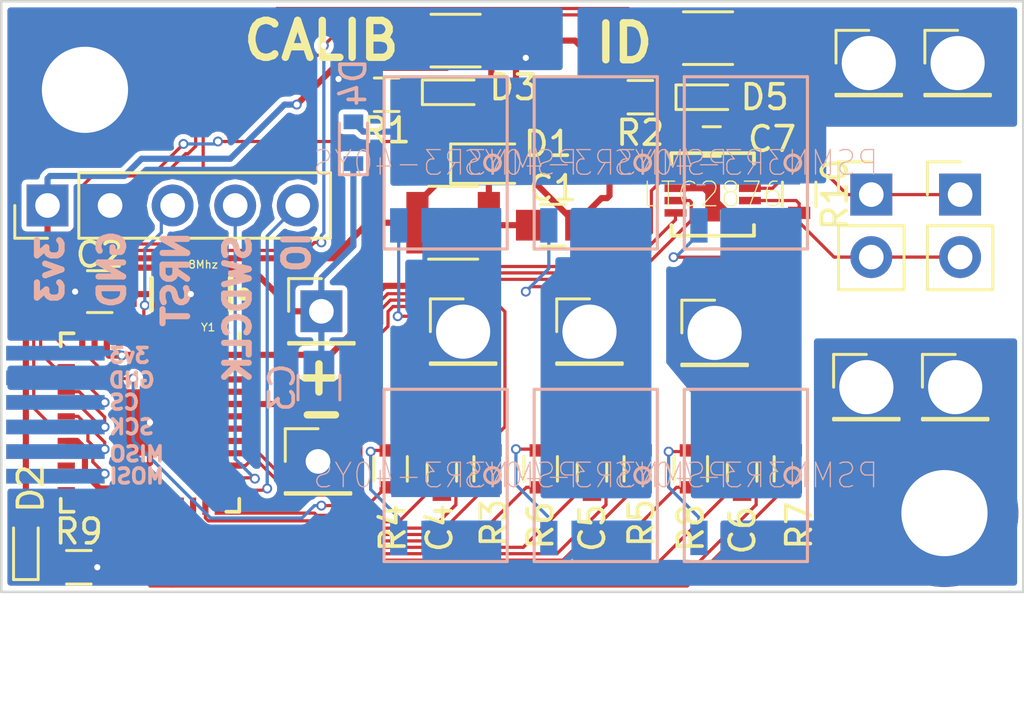
<source format=kicad_pcb>
(kicad_pcb (version 4) (host pcbnew 4.0.6)

  (general
    (links 107)
    (no_connects 87)
    (area 140.769999 90.469999 187.930002 121.758571)
    (thickness 1.6)
    (drawings 17)
    (tracks 532)
    (zones 0)
    (modules 47)
    (nets 59)
  )

  (page A4)
  (layers
    (0 F.Cu signal)
    (31 B.Cu signal)
    (32 B.Adhes user)
    (33 F.Adhes user)
    (34 B.Paste user)
    (35 F.Paste user)
    (36 B.SilkS user)
    (37 F.SilkS user)
    (38 B.Mask user)
    (39 F.Mask user)
    (40 Dwgs.User user hide)
    (41 Cmts.User user)
    (42 Eco1.User user)
    (43 Eco2.User user)
    (44 Edge.Cuts user)
    (45 Margin user)
    (46 B.CrtYd user)
    (47 F.CrtYd user)
    (48 B.Fab user)
    (49 F.Fab user)
  )

  (setup
    (last_trace_width 0.13)
    (user_trace_width 0.13)
    (user_trace_width 0.25)
    (trace_clearance 0.13)
    (zone_clearance 0.2)
    (zone_45_only no)
    (trace_min 0.1)
    (segment_width 0.2)
    (edge_width 0.1)
    (via_size 0.4)
    (via_drill 0.25)
    (via_min_size 0.2)
    (via_min_drill 0.2)
    (user_via 0.4 0.25)
    (user_via 6 3.5)
    (uvia_size 0.3)
    (uvia_drill 0.1)
    (uvias_allowed no)
    (uvia_min_size 0.2)
    (uvia_min_drill 0.1)
    (pcb_text_width 0.3)
    (pcb_text_size 1.5 1.5)
    (mod_edge_width 0.15)
    (mod_text_size 1 1)
    (mod_text_width 0.15)
    (pad_size 1.7 1.7)
    (pad_drill 1)
    (pad_to_mask_clearance 0)
    (aux_axis_origin 0 0)
    (visible_elements 7FFEFFFF)
    (pcbplotparams
      (layerselection 0x010f0_80000001)
      (usegerberextensions false)
      (excludeedgelayer true)
      (linewidth 0.100000)
      (plotframeref false)
      (viasonmask false)
      (mode 1)
      (useauxorigin false)
      (hpglpennumber 1)
      (hpglpenspeed 20)
      (hpglpendiameter 15)
      (hpglpenoverlay 2)
      (psnegative false)
      (psa4output false)
      (plotreference true)
      (plotvalue false)
      (plotinvisibletext false)
      (padsonsilk false)
      (subtractmaskfromsilk false)
      (outputformat 1)
      (mirror false)
      (drillshape 0)
      (scaleselection 1)
      (outputdirectory Gerber))
  )

  (net 0 "")
  (net 1 +3V3)
  (net 2 Earth)
  (net 3 "Net-(C2-Pad2)")
  (net 4 VM)
  (net 5 O1)
  (net 6 BOOT1)
  (net 7 O2)
  (net 8 BOOT2)
  (net 9 O3)
  (net 10 BOOT3)
  (net 11 "Net-(D1-Pad1)")
  (net 12 "Net-(D2-Pad1)")
  (net 13 "Net-(D3-Pad2)")
  (net 14 "Net-(D3-Pad1)")
  (net 15 +12V)
  (net 16 "Net-(D5-Pad2)")
  (net 17 "Net-(D5-Pad1)")
  (net 18 NRST)
  (net 19 SWDCLK)
  (net 20 SWDIO)
  (net 21 MOSI)
  (net 22 MISO)
  (net 23 SCK)
  (net 24 CS)
  (net 25 RS-B)
  (net 26 RS-A)
  (net 27 "Net-(Q1-Pad4)")
  (net 28 "Net-(Q2-Pad4)")
  (net 29 "Net-(Q3-Pad4)")
  (net 30 "Net-(Q4-Pad4)")
  (net 31 "Net-(Q5-Pad4)")
  (net 32 "Net-(Q6-Pad4)")
  (net 33 H1)
  (net 34 L1)
  (net 35 H2)
  (net 36 L2)
  (net 37 H3)
  (net 38 L3)
  (net 39 "Net-(SW1-Pad1)")
  (net 40 "Net-(SW2-Pad1)")
  (net 41 "Net-(U1-Pad1)")
  (net 42 "Net-(U1-Pad2)")
  (net 43 "Net-(U1-Pad3)")
  (net 44 "Net-(U1-Pad4)")
  (net 45 "Net-(U1-Pad5)")
  (net 46 DE)
  (net 47 "Net-(U1-Pad21)")
  (net 48 "Net-(U1-Pad22)")
  (net 49 "Net-(U1-Pad23)")
  (net 50 "Net-(U1-Pad24)")
  (net 51 TX)
  (net 52 RX)
  (net 53 "Net-(U1-Pad41)")
  (net 54 "Net-(U1-Pad42)")
  (net 55 "Net-(U1-Pad43)")
  (net 56 "Net-(U1-Pad45)")
  (net 57 "Net-(U1-Pad46)")
  (net 58 "Net-(U1-Pad47)")

  (net_class Default "This is the default net class."
    (clearance 0.13)
    (trace_width 0.13)
    (via_dia 0.4)
    (via_drill 0.25)
    (uvia_dia 0.3)
    (uvia_drill 0.1)
    (add_net +12V)
    (add_net +3V3)
    (add_net BOOT1)
    (add_net BOOT2)
    (add_net BOOT3)
    (add_net CS)
    (add_net DE)
    (add_net Earth)
    (add_net H1)
    (add_net H2)
    (add_net H3)
    (add_net L1)
    (add_net L2)
    (add_net L3)
    (add_net MISO)
    (add_net MOSI)
    (add_net NRST)
    (add_net "Net-(C2-Pad2)")
    (add_net "Net-(D1-Pad1)")
    (add_net "Net-(D2-Pad1)")
    (add_net "Net-(D3-Pad1)")
    (add_net "Net-(D3-Pad2)")
    (add_net "Net-(D5-Pad1)")
    (add_net "Net-(D5-Pad2)")
    (add_net "Net-(Q1-Pad4)")
    (add_net "Net-(Q2-Pad4)")
    (add_net "Net-(Q3-Pad4)")
    (add_net "Net-(Q4-Pad4)")
    (add_net "Net-(Q5-Pad4)")
    (add_net "Net-(Q6-Pad4)")
    (add_net "Net-(SW1-Pad1)")
    (add_net "Net-(SW2-Pad1)")
    (add_net "Net-(U1-Pad1)")
    (add_net "Net-(U1-Pad2)")
    (add_net "Net-(U1-Pad21)")
    (add_net "Net-(U1-Pad22)")
    (add_net "Net-(U1-Pad23)")
    (add_net "Net-(U1-Pad24)")
    (add_net "Net-(U1-Pad3)")
    (add_net "Net-(U1-Pad4)")
    (add_net "Net-(U1-Pad41)")
    (add_net "Net-(U1-Pad42)")
    (add_net "Net-(U1-Pad43)")
    (add_net "Net-(U1-Pad45)")
    (add_net "Net-(U1-Pad46)")
    (add_net "Net-(U1-Pad47)")
    (add_net "Net-(U1-Pad5)")
    (add_net O1)
    (add_net O2)
    (add_net O3)
    (add_net RS-A)
    (add_net RS-B)
    (add_net RX)
    (add_net SCK)
    (add_net SWDCLK)
    (add_net SWDIO)
    (add_net TX)
    (add_net VM)
  )

  (module Dizzy:LTC2876 (layer F.Cu) (tedit 5A0815B0) (tstamp 5A06EC0B)
    (at 172.3887 100.85)
    (path /5A06DBF8)
    (attr smd)
    (fp_text reference U2 (at 0 0) (layer F.SilkS) hide
      (effects (font (size 1 0.9) (thickness 0.05)))
    )
    (fp_text value LTC2876 (at 0 0) (layer F.SilkS)
      (effects (font (size 1 0.9) (thickness 0.05)))
    )
    (fp_line (start 1.6764 -1.2446) (end 1.6764 -1.6764) (layer F.SilkS) (width 0.1524))
    (fp_line (start -1.6764 1.2446) (end -1.6764 1.6764) (layer F.SilkS) (width 0.1524))
    (fp_line (start -1.6764 1.6764) (end 1.6764 1.6764) (layer F.SilkS) (width 0.1524))
    (fp_line (start 1.6764 1.6764) (end 1.6764 1.2446) (layer F.SilkS) (width 0.1524))
    (fp_line (start 1.6764 -1.6764) (end -1.6764 -1.6764) (layer F.SilkS) (width 0.1524))
    (fp_line (start -1.6764 -1.6764) (end -1.6764 -1.2446) (layer F.SilkS) (width 0.1524))
    (fp_line (start -1.5494 1.5494) (end 1.5494 1.5494) (layer Dwgs.User) (width 0.1524))
    (fp_line (start 1.5494 1.5494) (end 1.5494 -1.5494) (layer Dwgs.User) (width 0.1524))
    (fp_line (start 1.5494 -1.5494) (end 0.3048 -1.5494) (layer Dwgs.User) (width 0.1524))
    (fp_line (start 0.3048 -1.5494) (end -0.3048 -1.5494) (layer Dwgs.User) (width 0.1524))
    (fp_line (start -0.3048 -1.5494) (end -1.5494 -1.5494) (layer Dwgs.User) (width 0.1524))
    (fp_line (start -1.5494 -1.5494) (end -1.5494 1.5494) (layer Dwgs.User) (width 0.1524))
    (fp_arc (start 0 -1.5494) (end -0.3048 -1.5494) (angle -180) (layer Dwgs.User) (width 0.1524))
    (pad 1 smd rect (at -1.5113 -0.75) (size 0.889 0.3048) (layers F.Cu F.Paste F.Mask)
      (net 52 RX))
    (pad 2 smd rect (at -1.5113 -0.25) (size 0.889 0.3048) (layers F.Cu F.Paste F.Mask)
      (net 2 Earth))
    (pad 3 smd rect (at -1.5113 0.25) (size 0.889 0.3048) (layers F.Cu F.Paste F.Mask)
      (net 46 DE))
    (pad 4 smd rect (at -1.5113 0.75) (size 0.889 0.3048) (layers F.Cu F.Paste F.Mask)
      (net 51 TX))
    (pad 5 smd rect (at 1.5113 0.75) (size 0.889 0.3048) (layers F.Cu F.Paste F.Mask)
      (net 2 Earth))
    (pad 6 smd rect (at 1.5113 0.25) (size 0.889 0.3048) (layers F.Cu F.Paste F.Mask)
      (net 26 RS-A))
    (pad 7 smd rect (at 1.5113 -0.25) (size 0.889 0.3048) (layers F.Cu F.Paste F.Mask)
      (net 25 RS-B))
    (pad 8 smd rect (at 1.5113 -0.75) (size 0.889 0.3048) (layers F.Cu F.Paste F.Mask)
      (net 1 +3V3))
    (pad 9 smd rect (at 0 0.1) (size 0.6 2) (layers F.Cu F.Paste F.Mask)
      (net 2 Earth))
  )

  (module Capacitors_SMD:C_0805 (layer F.Cu) (tedit 58AA8463) (tstamp 5A06E86B)
    (at 165.9 102.1)
    (descr "Capacitor SMD 0805, reflow soldering, AVX (see smccp.pdf)")
    (tags "capacitor 0805")
    (path /597BE295)
    (attr smd)
    (fp_text reference C1 (at 0 -1.5) (layer F.SilkS)
      (effects (font (size 1 1) (thickness 0.15)))
    )
    (fp_text value 100uF (at 0 1.75) (layer F.Fab)
      (effects (font (size 1 1) (thickness 0.15)))
    )
    (fp_text user %R (at 0 -1.5) (layer F.Fab)
      (effects (font (size 1 1) (thickness 0.15)))
    )
    (fp_line (start -1 0.62) (end -1 -0.62) (layer F.Fab) (width 0.1))
    (fp_line (start 1 0.62) (end -1 0.62) (layer F.Fab) (width 0.1))
    (fp_line (start 1 -0.62) (end 1 0.62) (layer F.Fab) (width 0.1))
    (fp_line (start -1 -0.62) (end 1 -0.62) (layer F.Fab) (width 0.1))
    (fp_line (start 0.5 -0.85) (end -0.5 -0.85) (layer F.SilkS) (width 0.12))
    (fp_line (start -0.5 0.85) (end 0.5 0.85) (layer F.SilkS) (width 0.12))
    (fp_line (start -1.75 -0.88) (end 1.75 -0.88) (layer F.CrtYd) (width 0.05))
    (fp_line (start -1.75 -0.88) (end -1.75 0.87) (layer F.CrtYd) (width 0.05))
    (fp_line (start 1.75 0.87) (end 1.75 -0.88) (layer F.CrtYd) (width 0.05))
    (fp_line (start 1.75 0.87) (end -1.75 0.87) (layer F.CrtYd) (width 0.05))
    (pad 1 smd rect (at -1 0) (size 1 1.25) (layers F.Cu F.Paste F.Mask)
      (net 1 +3V3))
    (pad 2 smd rect (at 1 0) (size 1 1.25) (layers F.Cu F.Paste F.Mask)
      (net 2 Earth))
    (model Capacitors_SMD.3dshapes/C_0805.wrl
      (at (xyz 0 0 0))
      (scale (xyz 1 1 1))
      (rotate (xyz 0 0 0))
    )
  )

  (module Capacitors_SMD:C_0805 (layer F.Cu) (tedit 58AA8463) (tstamp 5A06E87C)
    (at 147.5 104.8)
    (descr "Capacitor SMD 0805, reflow soldering, AVX (see smccp.pdf)")
    (tags "capacitor 0805")
    (path /59C72B99)
    (attr smd)
    (fp_text reference C2 (at 0 -1.5) (layer F.SilkS)
      (effects (font (size 1 1) (thickness 0.15)))
    )
    (fp_text value 22uF (at 0 1.75) (layer F.Fab)
      (effects (font (size 1 1) (thickness 0.15)))
    )
    (fp_text user %R (at 0 -1.5) (layer F.Fab)
      (effects (font (size 1 1) (thickness 0.15)))
    )
    (fp_line (start -1 0.62) (end -1 -0.62) (layer F.Fab) (width 0.1))
    (fp_line (start 1 0.62) (end -1 0.62) (layer F.Fab) (width 0.1))
    (fp_line (start 1 -0.62) (end 1 0.62) (layer F.Fab) (width 0.1))
    (fp_line (start -1 -0.62) (end 1 -0.62) (layer F.Fab) (width 0.1))
    (fp_line (start 0.5 -0.85) (end -0.5 -0.85) (layer F.SilkS) (width 0.12))
    (fp_line (start -0.5 0.85) (end 0.5 0.85) (layer F.SilkS) (width 0.12))
    (fp_line (start -1.75 -0.88) (end 1.75 -0.88) (layer F.CrtYd) (width 0.05))
    (fp_line (start -1.75 -0.88) (end -1.75 0.87) (layer F.CrtYd) (width 0.05))
    (fp_line (start 1.75 0.87) (end 1.75 -0.88) (layer F.CrtYd) (width 0.05))
    (fp_line (start 1.75 0.87) (end -1.75 0.87) (layer F.CrtYd) (width 0.05))
    (pad 1 smd rect (at -1 0) (size 1 1.25) (layers F.Cu F.Paste F.Mask)
      (net 2 Earth))
    (pad 2 smd rect (at 1 0) (size 1 1.25) (layers F.Cu F.Paste F.Mask)
      (net 3 "Net-(C2-Pad2)"))
    (model Capacitors_SMD.3dshapes/C_0805.wrl
      (at (xyz 0 0 0))
      (scale (xyz 1 1 1))
      (rotate (xyz 0 0 0))
    )
  )

  (module Capacitors_SMD:C_0805 (layer B.Cu) (tedit 58AA8463) (tstamp 5A06E88D)
    (at 156.4 108.7 270)
    (descr "Capacitor SMD 0805, reflow soldering, AVX (see smccp.pdf)")
    (tags "capacitor 0805")
    (path /5A072348)
    (attr smd)
    (fp_text reference C3 (at 0 1.5 270) (layer B.SilkS)
      (effects (font (size 1 1) (thickness 0.15)) (justify mirror))
    )
    (fp_text value 22uF (at 0 -1.75 270) (layer B.Fab)
      (effects (font (size 1 1) (thickness 0.15)) (justify mirror))
    )
    (fp_text user %R (at 0 1.5 270) (layer B.Fab)
      (effects (font (size 1 1) (thickness 0.15)) (justify mirror))
    )
    (fp_line (start -1 -0.62) (end -1 0.62) (layer B.Fab) (width 0.1))
    (fp_line (start 1 -0.62) (end -1 -0.62) (layer B.Fab) (width 0.1))
    (fp_line (start 1 0.62) (end 1 -0.62) (layer B.Fab) (width 0.1))
    (fp_line (start -1 0.62) (end 1 0.62) (layer B.Fab) (width 0.1))
    (fp_line (start 0.5 0.85) (end -0.5 0.85) (layer B.SilkS) (width 0.12))
    (fp_line (start -0.5 -0.85) (end 0.5 -0.85) (layer B.SilkS) (width 0.12))
    (fp_line (start -1.75 0.88) (end 1.75 0.88) (layer B.CrtYd) (width 0.05))
    (fp_line (start -1.75 0.88) (end -1.75 -0.87) (layer B.CrtYd) (width 0.05))
    (fp_line (start 1.75 -0.87) (end 1.75 0.88) (layer B.CrtYd) (width 0.05))
    (fp_line (start 1.75 -0.87) (end -1.75 -0.87) (layer B.CrtYd) (width 0.05))
    (pad 1 smd rect (at -1 0 270) (size 1 1.25) (layers B.Cu B.Paste B.Mask)
      (net 4 VM))
    (pad 2 smd rect (at 1 0 270) (size 1 1.25) (layers B.Cu B.Paste B.Mask)
      (net 2 Earth))
    (model Capacitors_SMD.3dshapes/C_0805.wrl
      (at (xyz 0 0 0))
      (scale (xyz 1 1 1))
      (rotate (xyz 0 0 0))
    )
  )

  (module Capacitors_SMD:C_0603 (layer F.Cu) (tedit 59958EE7) (tstamp 5A06E89E)
    (at 161.3916 112.1544 90)
    (descr "Capacitor SMD 0603, reflow soldering, AVX (see smccp.pdf)")
    (tags "capacitor 0603")
    (path /59775905)
    (attr smd)
    (fp_text reference C4 (at -2.2456 -0.0916 90) (layer F.SilkS)
      (effects (font (size 1 1) (thickness 0.15)))
    )
    (fp_text value 1uF (at 0 1.5 90) (layer F.Fab)
      (effects (font (size 1 1) (thickness 0.15)))
    )
    (fp_line (start 1.4 0.65) (end -1.4 0.65) (layer F.CrtYd) (width 0.05))
    (fp_line (start 1.4 0.65) (end 1.4 -0.65) (layer F.CrtYd) (width 0.05))
    (fp_line (start -1.4 -0.65) (end -1.4 0.65) (layer F.CrtYd) (width 0.05))
    (fp_line (start -1.4 -0.65) (end 1.4 -0.65) (layer F.CrtYd) (width 0.05))
    (fp_line (start 0.35 0.6) (end -0.35 0.6) (layer F.SilkS) (width 0.12))
    (fp_line (start -0.35 -0.6) (end 0.35 -0.6) (layer F.SilkS) (width 0.12))
    (fp_line (start -0.8 -0.4) (end 0.8 -0.4) (layer F.Fab) (width 0.1))
    (fp_line (start 0.8 -0.4) (end 0.8 0.4) (layer F.Fab) (width 0.1))
    (fp_line (start 0.8 0.4) (end -0.8 0.4) (layer F.Fab) (width 0.1))
    (fp_line (start -0.8 0.4) (end -0.8 -0.4) (layer F.Fab) (width 0.1))
    (fp_text user %R (at 0 0 90) (layer F.Fab)
      (effects (font (size 0.3 0.3) (thickness 0.075)))
    )
    (pad 2 smd rect (at 0.75 0 90) (size 0.8 0.75) (layers F.Cu F.Paste F.Mask)
      (net 5 O1))
    (pad 1 smd rect (at -0.75 0 90) (size 0.8 0.75) (layers F.Cu F.Paste F.Mask)
      (net 6 BOOT1))
    (model Capacitors_SMD.3dshapes/C_0603.wrl
      (at (xyz 0 0 0))
      (scale (xyz 1 1 1))
      (rotate (xyz 0 0 0))
    )
  )

  (module Capacitors_SMD:C_0603 (layer F.Cu) (tedit 59958EE7) (tstamp 5A06E8AF)
    (at 167.4876 112.1544 90)
    (descr "Capacitor SMD 0603, reflow soldering, AVX (see smccp.pdf)")
    (tags "capacitor 0603")
    (path /59785384)
    (attr smd)
    (fp_text reference C5 (at -2.2456 0.0124 90) (layer F.SilkS)
      (effects (font (size 1 1) (thickness 0.15)))
    )
    (fp_text value 1uF (at 0 1.5 90) (layer F.Fab)
      (effects (font (size 1 1) (thickness 0.15)))
    )
    (fp_line (start 1.4 0.65) (end -1.4 0.65) (layer F.CrtYd) (width 0.05))
    (fp_line (start 1.4 0.65) (end 1.4 -0.65) (layer F.CrtYd) (width 0.05))
    (fp_line (start -1.4 -0.65) (end -1.4 0.65) (layer F.CrtYd) (width 0.05))
    (fp_line (start -1.4 -0.65) (end 1.4 -0.65) (layer F.CrtYd) (width 0.05))
    (fp_line (start 0.35 0.6) (end -0.35 0.6) (layer F.SilkS) (width 0.12))
    (fp_line (start -0.35 -0.6) (end 0.35 -0.6) (layer F.SilkS) (width 0.12))
    (fp_line (start -0.8 -0.4) (end 0.8 -0.4) (layer F.Fab) (width 0.1))
    (fp_line (start 0.8 -0.4) (end 0.8 0.4) (layer F.Fab) (width 0.1))
    (fp_line (start 0.8 0.4) (end -0.8 0.4) (layer F.Fab) (width 0.1))
    (fp_line (start -0.8 0.4) (end -0.8 -0.4) (layer F.Fab) (width 0.1))
    (fp_text user %R (at 0 0 90) (layer F.Fab)
      (effects (font (size 0.3 0.3) (thickness 0.075)))
    )
    (pad 2 smd rect (at 0.75 0 90) (size 0.8 0.75) (layers F.Cu F.Paste F.Mask)
      (net 7 O2))
    (pad 1 smd rect (at -0.75 0 90) (size 0.8 0.75) (layers F.Cu F.Paste F.Mask)
      (net 8 BOOT2))
    (model Capacitors_SMD.3dshapes/C_0603.wrl
      (at (xyz 0 0 0))
      (scale (xyz 1 1 1))
      (rotate (xyz 0 0 0))
    )
  )

  (module Capacitors_SMD:C_0603 (layer F.Cu) (tedit 59958EE7) (tstamp 5A06E8C0)
    (at 173.5836 112.1544 90)
    (descr "Capacitor SMD 0603, reflow soldering, AVX (see smccp.pdf)")
    (tags "capacitor 0603")
    (path /59785512)
    (attr smd)
    (fp_text reference C6 (at -2.3456 0.0164 90) (layer F.SilkS)
      (effects (font (size 1 1) (thickness 0.15)))
    )
    (fp_text value 1uF (at 0 1.5 90) (layer F.Fab)
      (effects (font (size 1 1) (thickness 0.15)))
    )
    (fp_line (start 1.4 0.65) (end -1.4 0.65) (layer F.CrtYd) (width 0.05))
    (fp_line (start 1.4 0.65) (end 1.4 -0.65) (layer F.CrtYd) (width 0.05))
    (fp_line (start -1.4 -0.65) (end -1.4 0.65) (layer F.CrtYd) (width 0.05))
    (fp_line (start -1.4 -0.65) (end 1.4 -0.65) (layer F.CrtYd) (width 0.05))
    (fp_line (start 0.35 0.6) (end -0.35 0.6) (layer F.SilkS) (width 0.12))
    (fp_line (start -0.35 -0.6) (end 0.35 -0.6) (layer F.SilkS) (width 0.12))
    (fp_line (start -0.8 -0.4) (end 0.8 -0.4) (layer F.Fab) (width 0.1))
    (fp_line (start 0.8 -0.4) (end 0.8 0.4) (layer F.Fab) (width 0.1))
    (fp_line (start 0.8 0.4) (end -0.8 0.4) (layer F.Fab) (width 0.1))
    (fp_line (start -0.8 0.4) (end -0.8 -0.4) (layer F.Fab) (width 0.1))
    (fp_text user %R (at 0 0 90) (layer F.Fab)
      (effects (font (size 0.3 0.3) (thickness 0.075)))
    )
    (pad 2 smd rect (at 0.75 0 90) (size 0.8 0.75) (layers F.Cu F.Paste F.Mask)
      (net 9 O3))
    (pad 1 smd rect (at -0.75 0 90) (size 0.8 0.75) (layers F.Cu F.Paste F.Mask)
      (net 10 BOOT3))
    (model Capacitors_SMD.3dshapes/C_0603.wrl
      (at (xyz 0 0 0))
      (scale (xyz 1 1 1))
      (rotate (xyz 0 0 0))
    )
  )

  (module Capacitors_SMD:C_0603 (layer F.Cu) (tedit 59958EE7) (tstamp 5A06E8D1)
    (at 172.35 98.7)
    (descr "Capacitor SMD 0603, reflow soldering, AVX (see smccp.pdf)")
    (tags "capacitor 0603")
    (path /59CA6694)
    (attr smd)
    (fp_text reference C7 (at 2.45 -0.1) (layer F.SilkS)
      (effects (font (size 1 1) (thickness 0.15)))
    )
    (fp_text value 1uF (at 0 1.5) (layer F.Fab)
      (effects (font (size 1 1) (thickness 0.15)))
    )
    (fp_line (start 1.4 0.65) (end -1.4 0.65) (layer F.CrtYd) (width 0.05))
    (fp_line (start 1.4 0.65) (end 1.4 -0.65) (layer F.CrtYd) (width 0.05))
    (fp_line (start -1.4 -0.65) (end -1.4 0.65) (layer F.CrtYd) (width 0.05))
    (fp_line (start -1.4 -0.65) (end 1.4 -0.65) (layer F.CrtYd) (width 0.05))
    (fp_line (start 0.35 0.6) (end -0.35 0.6) (layer F.SilkS) (width 0.12))
    (fp_line (start -0.35 -0.6) (end 0.35 -0.6) (layer F.SilkS) (width 0.12))
    (fp_line (start -0.8 -0.4) (end 0.8 -0.4) (layer F.Fab) (width 0.1))
    (fp_line (start 0.8 -0.4) (end 0.8 0.4) (layer F.Fab) (width 0.1))
    (fp_line (start 0.8 0.4) (end -0.8 0.4) (layer F.Fab) (width 0.1))
    (fp_line (start -0.8 0.4) (end -0.8 -0.4) (layer F.Fab) (width 0.1))
    (fp_text user %R (at 0 0) (layer F.Fab)
      (effects (font (size 0.3 0.3) (thickness 0.075)))
    )
    (pad 2 smd rect (at 0.75 0) (size 0.8 0.75) (layers F.Cu F.Paste F.Mask)
      (net 1 +3V3))
    (pad 1 smd rect (at -0.75 0) (size 0.8 0.75) (layers F.Cu F.Paste F.Mask)
      (net 2 Earth))
    (model Capacitors_SMD.3dshapes/C_0603.wrl
      (at (xyz 0 0 0))
      (scale (xyz 1 1 1))
      (rotate (xyz 0 0 0))
    )
  )

  (module Diodes_SMD:D_0805 (layer F.Cu) (tedit 590CE9A4) (tstamp 5A06E8E9)
    (at 163.35 99.6)
    (descr "Diode SMD in 0805 package http://datasheets.avx.com/schottky.pdf")
    (tags "smd diode")
    (path /597753DE)
    (attr smd)
    (fp_text reference D1 (at 2.35 -0.8) (layer F.SilkS)
      (effects (font (size 1 1) (thickness 0.15)))
    )
    (fp_text value CD0603-B0340R (at 0 1.7) (layer F.Fab)
      (effects (font (size 1 1) (thickness 0.15)))
    )
    (fp_text user %R (at 0 -1.6) (layer F.Fab)
      (effects (font (size 1 1) (thickness 0.15)))
    )
    (fp_line (start -1.6 -0.8) (end -1.6 0.8) (layer F.SilkS) (width 0.12))
    (fp_line (start -1.7 0.88) (end -1.7 -0.88) (layer F.CrtYd) (width 0.05))
    (fp_line (start 1.7 0.88) (end -1.7 0.88) (layer F.CrtYd) (width 0.05))
    (fp_line (start 1.7 -0.88) (end 1.7 0.88) (layer F.CrtYd) (width 0.05))
    (fp_line (start -1.7 -0.88) (end 1.7 -0.88) (layer F.CrtYd) (width 0.05))
    (fp_line (start 0.2 0) (end 0.4 0) (layer F.Fab) (width 0.1))
    (fp_line (start -0.1 0) (end -0.3 0) (layer F.Fab) (width 0.1))
    (fp_line (start -0.1 -0.2) (end -0.1 0.2) (layer F.Fab) (width 0.1))
    (fp_line (start 0.2 0.2) (end 0.2 -0.2) (layer F.Fab) (width 0.1))
    (fp_line (start -0.1 0) (end 0.2 0.2) (layer F.Fab) (width 0.1))
    (fp_line (start 0.2 -0.2) (end -0.1 0) (layer F.Fab) (width 0.1))
    (fp_line (start -1 0.65) (end -1 -0.65) (layer F.Fab) (width 0.1))
    (fp_line (start 1 0.65) (end -1 0.65) (layer F.Fab) (width 0.1))
    (fp_line (start 1 -0.65) (end 1 0.65) (layer F.Fab) (width 0.1))
    (fp_line (start -1 -0.65) (end 1 -0.65) (layer F.Fab) (width 0.1))
    (fp_line (start -1.6 0.8) (end 1 0.8) (layer F.SilkS) (width 0.12))
    (fp_line (start -1.6 -0.8) (end 1 -0.8) (layer F.SilkS) (width 0.12))
    (pad 1 smd rect (at -1.05 0) (size 0.8 0.9) (layers F.Cu F.Paste F.Mask)
      (net 11 "Net-(D1-Pad1)"))
    (pad 2 smd rect (at 1.05 0) (size 0.8 0.9) (layers F.Cu F.Paste F.Mask)
      (net 2 Earth))
    (model ${KISYS3DMOD}/Diodes_SMD.3dshapes/D_0805.wrl
      (at (xyz 0 0 0))
      (scale (xyz 1 1 1))
      (rotate (xyz 0 0 0))
    )
  )

  (module LEDs:LED_0603 (layer F.Cu) (tedit 57FE93A5) (tstamp 5A06E8FE)
    (at 144.5 115.2 90)
    (descr "LED 0603 smd package")
    (tags "LED led 0603 SMD smd SMT smt smdled SMDLED smtled SMTLED")
    (path /59CACD94)
    (attr smd)
    (fp_text reference D2 (at 2.4 0.2 90) (layer F.SilkS)
      (effects (font (size 1 1) (thickness 0.15)))
    )
    (fp_text value CD0603-B0340R (at 0 1.35 90) (layer F.Fab)
      (effects (font (size 1 1) (thickness 0.15)))
    )
    (fp_line (start -1.3 -0.5) (end -1.3 0.5) (layer F.SilkS) (width 0.12))
    (fp_line (start -0.2 -0.2) (end -0.2 0.2) (layer F.Fab) (width 0.1))
    (fp_line (start -0.15 0) (end 0.15 -0.2) (layer F.Fab) (width 0.1))
    (fp_line (start 0.15 0.2) (end -0.15 0) (layer F.Fab) (width 0.1))
    (fp_line (start 0.15 -0.2) (end 0.15 0.2) (layer F.Fab) (width 0.1))
    (fp_line (start 0.8 0.4) (end -0.8 0.4) (layer F.Fab) (width 0.1))
    (fp_line (start 0.8 -0.4) (end 0.8 0.4) (layer F.Fab) (width 0.1))
    (fp_line (start -0.8 -0.4) (end 0.8 -0.4) (layer F.Fab) (width 0.1))
    (fp_line (start -0.8 0.4) (end -0.8 -0.4) (layer F.Fab) (width 0.1))
    (fp_line (start -1.3 0.5) (end 0.8 0.5) (layer F.SilkS) (width 0.12))
    (fp_line (start -1.3 -0.5) (end 0.8 -0.5) (layer F.SilkS) (width 0.12))
    (fp_line (start 1.45 -0.65) (end 1.45 0.65) (layer F.CrtYd) (width 0.05))
    (fp_line (start 1.45 0.65) (end -1.45 0.65) (layer F.CrtYd) (width 0.05))
    (fp_line (start -1.45 0.65) (end -1.45 -0.65) (layer F.CrtYd) (width 0.05))
    (fp_line (start -1.45 -0.65) (end 1.45 -0.65) (layer F.CrtYd) (width 0.05))
    (pad 2 smd rect (at 0.8 0 270) (size 0.8 0.8) (layers F.Cu F.Paste F.Mask)
      (net 1 +3V3))
    (pad 1 smd rect (at -0.8 0 270) (size 0.8 0.8) (layers F.Cu F.Paste F.Mask)
      (net 12 "Net-(D2-Pad1)"))
    (model ${KISYS3DMOD}/LEDs.3dshapes/LED_0603.wrl
      (at (xyz 0 0 0))
      (scale (xyz 1 1 1))
      (rotate (xyz 0 0 180))
    )
  )

  (module LEDs:LED_0603 (layer F.Cu) (tedit 57FE93A5) (tstamp 5A06E913)
    (at 161.9 96.7)
    (descr "LED 0603 smd package")
    (tags "LED led 0603 SMD smd SMT smt smdled SMDLED smtled SMTLED")
    (path /59C94485)
    (attr smd)
    (fp_text reference D3 (at 2.4 -0.2) (layer F.SilkS)
      (effects (font (size 1 1) (thickness 0.15)))
    )
    (fp_text value LED (at 0 1.35) (layer F.Fab)
      (effects (font (size 1 1) (thickness 0.15)))
    )
    (fp_line (start -1.3 -0.5) (end -1.3 0.5) (layer F.SilkS) (width 0.12))
    (fp_line (start -0.2 -0.2) (end -0.2 0.2) (layer F.Fab) (width 0.1))
    (fp_line (start -0.15 0) (end 0.15 -0.2) (layer F.Fab) (width 0.1))
    (fp_line (start 0.15 0.2) (end -0.15 0) (layer F.Fab) (width 0.1))
    (fp_line (start 0.15 -0.2) (end 0.15 0.2) (layer F.Fab) (width 0.1))
    (fp_line (start 0.8 0.4) (end -0.8 0.4) (layer F.Fab) (width 0.1))
    (fp_line (start 0.8 -0.4) (end 0.8 0.4) (layer F.Fab) (width 0.1))
    (fp_line (start -0.8 -0.4) (end 0.8 -0.4) (layer F.Fab) (width 0.1))
    (fp_line (start -0.8 0.4) (end -0.8 -0.4) (layer F.Fab) (width 0.1))
    (fp_line (start -1.3 0.5) (end 0.8 0.5) (layer F.SilkS) (width 0.12))
    (fp_line (start -1.3 -0.5) (end 0.8 -0.5) (layer F.SilkS) (width 0.12))
    (fp_line (start 1.45 -0.65) (end 1.45 0.65) (layer F.CrtYd) (width 0.05))
    (fp_line (start 1.45 0.65) (end -1.45 0.65) (layer F.CrtYd) (width 0.05))
    (fp_line (start -1.45 0.65) (end -1.45 -0.65) (layer F.CrtYd) (width 0.05))
    (fp_line (start -1.45 -0.65) (end 1.45 -0.65) (layer F.CrtYd) (width 0.05))
    (pad 2 smd rect (at 0.8 0 180) (size 0.8 0.8) (layers F.Cu F.Paste F.Mask)
      (net 13 "Net-(D3-Pad2)"))
    (pad 1 smd rect (at -0.8 0 180) (size 0.8 0.8) (layers F.Cu F.Paste F.Mask)
      (net 14 "Net-(D3-Pad1)"))
    (model ${KISYS3DMOD}/LEDs.3dshapes/LED_0603.wrl
      (at (xyz 0 0 0))
      (scale (xyz 1 1 1))
      (rotate (xyz 0 0 180))
    )
  )

  (module Diodes_SMD:D_0603 (layer B.Cu) (tedit 590CE922) (tstamp 5A06E92B)
    (at 157.8 98.75 90)
    (descr "Diode SMD in 0603 package http://datasheets.avx.com/schottky.pdf")
    (tags "smd diode")
    (path /5A0721E8)
    (attr smd)
    (fp_text reference D4 (at 2.45 0 90) (layer B.SilkS)
      (effects (font (size 1 1) (thickness 0.15)) (justify mirror))
    )
    (fp_text value D (at 0 -1.4 90) (layer B.Fab)
      (effects (font (size 1 1) (thickness 0.15)) (justify mirror))
    )
    (fp_text user %R (at 0 1.4 90) (layer B.Fab)
      (effects (font (size 1 1) (thickness 0.15)) (justify mirror))
    )
    (fp_line (start -1.3 0.57) (end -1.3 -0.57) (layer B.SilkS) (width 0.12))
    (fp_line (start 1.4 -0.67) (end 1.4 0.67) (layer B.CrtYd) (width 0.05))
    (fp_line (start -1.4 -0.67) (end 1.4 -0.67) (layer B.CrtYd) (width 0.05))
    (fp_line (start -1.4 0.67) (end -1.4 -0.67) (layer B.CrtYd) (width 0.05))
    (fp_line (start 1.4 0.67) (end -1.4 0.67) (layer B.CrtYd) (width 0.05))
    (fp_line (start 0.2 0) (end 0.4 0) (layer B.Fab) (width 0.1))
    (fp_line (start -0.1 0) (end -0.3 0) (layer B.Fab) (width 0.1))
    (fp_line (start -0.1 0.2) (end -0.1 -0.2) (layer B.Fab) (width 0.1))
    (fp_line (start 0.2 -0.2) (end 0.2 0.2) (layer B.Fab) (width 0.1))
    (fp_line (start -0.1 0) (end 0.2 -0.2) (layer B.Fab) (width 0.1))
    (fp_line (start 0.2 0.2) (end -0.1 0) (layer B.Fab) (width 0.1))
    (fp_line (start -0.8 -0.45) (end -0.8 0.45) (layer B.Fab) (width 0.1))
    (fp_line (start 0.8 -0.45) (end -0.8 -0.45) (layer B.Fab) (width 0.1))
    (fp_line (start 0.8 0.45) (end 0.8 -0.45) (layer B.Fab) (width 0.1))
    (fp_line (start -0.8 0.45) (end 0.8 0.45) (layer B.Fab) (width 0.1))
    (fp_line (start -1.3 -0.57) (end 0.8 -0.57) (layer B.SilkS) (width 0.12))
    (fp_line (start -1.3 0.57) (end 0.8 0.57) (layer B.SilkS) (width 0.12))
    (pad 1 smd rect (at -0.85 0 90) (size 0.6 0.8) (layers B.Cu B.Paste B.Mask)
      (net 4 VM))
    (pad 2 smd rect (at 0.85 0 90) (size 0.6 0.8) (layers B.Cu B.Paste B.Mask)
      (net 15 +12V))
    (model ${KISYS3DMOD}/Diodes_SMD.3dshapes/D_0603.wrl
      (at (xyz 0 0 0))
      (scale (xyz 1 1 1))
      (rotate (xyz 0 0 0))
    )
  )

  (module LEDs:LED_0603 (layer F.Cu) (tedit 57FE93A5) (tstamp 5A06E940)
    (at 172.2 96.9)
    (descr "LED 0603 smd package")
    (tags "LED led 0603 SMD smd SMT smt smdled SMDLED smtled SMTLED")
    (path /5A06D128)
    (attr smd)
    (fp_text reference D5 (at 2.3 0) (layer F.SilkS)
      (effects (font (size 1 1) (thickness 0.15)))
    )
    (fp_text value LED (at 0 1.35) (layer F.Fab)
      (effects (font (size 1 1) (thickness 0.15)))
    )
    (fp_line (start -1.3 -0.5) (end -1.3 0.5) (layer F.SilkS) (width 0.12))
    (fp_line (start -0.2 -0.2) (end -0.2 0.2) (layer F.Fab) (width 0.1))
    (fp_line (start -0.15 0) (end 0.15 -0.2) (layer F.Fab) (width 0.1))
    (fp_line (start 0.15 0.2) (end -0.15 0) (layer F.Fab) (width 0.1))
    (fp_line (start 0.15 -0.2) (end 0.15 0.2) (layer F.Fab) (width 0.1))
    (fp_line (start 0.8 0.4) (end -0.8 0.4) (layer F.Fab) (width 0.1))
    (fp_line (start 0.8 -0.4) (end 0.8 0.4) (layer F.Fab) (width 0.1))
    (fp_line (start -0.8 -0.4) (end 0.8 -0.4) (layer F.Fab) (width 0.1))
    (fp_line (start -0.8 0.4) (end -0.8 -0.4) (layer F.Fab) (width 0.1))
    (fp_line (start -1.3 0.5) (end 0.8 0.5) (layer F.SilkS) (width 0.12))
    (fp_line (start -1.3 -0.5) (end 0.8 -0.5) (layer F.SilkS) (width 0.12))
    (fp_line (start 1.45 -0.65) (end 1.45 0.65) (layer F.CrtYd) (width 0.05))
    (fp_line (start 1.45 0.65) (end -1.45 0.65) (layer F.CrtYd) (width 0.05))
    (fp_line (start -1.45 0.65) (end -1.45 -0.65) (layer F.CrtYd) (width 0.05))
    (fp_line (start -1.45 -0.65) (end 1.45 -0.65) (layer F.CrtYd) (width 0.05))
    (pad 2 smd rect (at 0.8 0 180) (size 0.8 0.8) (layers F.Cu F.Paste F.Mask)
      (net 16 "Net-(D5-Pad2)"))
    (pad 1 smd rect (at -0.8 0 180) (size 0.8 0.8) (layers F.Cu F.Paste F.Mask)
      (net 17 "Net-(D5-Pad1)"))
    (model ${KISYS3DMOD}/LEDs.3dshapes/LED_0603.wrl
      (at (xyz 0 0 0))
      (scale (xyz 1 1 1))
      (rotate (xyz 0 0 180))
    )
  )

  (module Pin_Headers:Pin_Header_Straight_1x05_Pitch2.54mm (layer F.Cu) (tedit 5A081547) (tstamp 5A06E959)
    (at 145.38 101.3 90)
    (descr "Through hole straight pin header, 1x05, 2.54mm pitch, single row")
    (tags "Through hole pin header THT 1x05 2.54mm single row")
    (path /59C7E478)
    (fp_text reference J1 (at 0 -2.33 90) (layer F.SilkS) hide
      (effects (font (size 1 1) (thickness 0.15)))
    )
    (fp_text value SWD (at 0 12.49 90) (layer F.Fab)
      (effects (font (size 1 1) (thickness 0.15)))
    )
    (fp_line (start -0.635 -1.27) (end 1.27 -1.27) (layer F.Fab) (width 0.1))
    (fp_line (start 1.27 -1.27) (end 1.27 11.43) (layer F.Fab) (width 0.1))
    (fp_line (start 1.27 11.43) (end -1.27 11.43) (layer F.Fab) (width 0.1))
    (fp_line (start -1.27 11.43) (end -1.27 -0.635) (layer F.Fab) (width 0.1))
    (fp_line (start -1.27 -0.635) (end -0.635 -1.27) (layer F.Fab) (width 0.1))
    (fp_line (start -1.33 11.49) (end 1.33 11.49) (layer F.SilkS) (width 0.12))
    (fp_line (start -1.33 1.27) (end -1.33 11.49) (layer F.SilkS) (width 0.12))
    (fp_line (start 1.33 1.27) (end 1.33 11.49) (layer F.SilkS) (width 0.12))
    (fp_line (start -1.33 1.27) (end 1.33 1.27) (layer F.SilkS) (width 0.12))
    (fp_line (start -1.33 0) (end -1.33 -1.33) (layer F.SilkS) (width 0.12))
    (fp_line (start -1.33 -1.33) (end 0 -1.33) (layer F.SilkS) (width 0.12))
    (fp_line (start -1.8 -1.8) (end -1.8 11.95) (layer F.CrtYd) (width 0.05))
    (fp_line (start -1.8 11.95) (end 1.8 11.95) (layer F.CrtYd) (width 0.05))
    (fp_line (start 1.8 11.95) (end 1.8 -1.8) (layer F.CrtYd) (width 0.05))
    (fp_line (start 1.8 -1.8) (end -1.8 -1.8) (layer F.CrtYd) (width 0.05))
    (fp_text user %R (at 0 5.08 180) (layer F.Fab)
      (effects (font (size 1 1) (thickness 0.15)))
    )
    (pad 1 thru_hole rect (at 0 0 90) (size 1.7 1.7) (drill 1) (layers *.Cu *.Mask)
      (net 1 +3V3))
    (pad 2 thru_hole oval (at 0 2.54 90) (size 1.7 1.7) (drill 1) (layers *.Cu *.Mask)
      (net 2 Earth))
    (pad 3 thru_hole oval (at 0 5.08 90) (size 1.7 1.7) (drill 1) (layers *.Cu *.Mask)
      (net 18 NRST))
    (pad 4 thru_hole oval (at 0 7.62 90) (size 1.7 1.7) (drill 1) (layers *.Cu *.Mask)
      (net 19 SWDCLK))
    (pad 5 thru_hole oval (at 0 10.16 90) (size 1.7 1.7) (drill 1) (layers *.Cu *.Mask)
      (net 20 SWDIO))
    (model ${KISYS3DMOD}/Pin_Headers.3dshapes/Pin_Header_Straight_1x05_Pitch2.54mm.wrl
      (at (xyz 0 0 0))
      (scale (xyz 1 1 1))
      (rotate (xyz 0 0 0))
    )
  )

  (module Pin_Headers:Pin_Header_Straight_1x02_Pitch2.54mm (layer F.Cu) (tedit 5A0813C9) (tstamp 5A06E989)
    (at 178.8288 100.8568)
    (descr "Through hole straight pin header, 1x02, 2.54mm pitch, single row")
    (tags "Through hole pin header THT 1x02 2.54mm single row")
    (path /59777EAC)
    (fp_text reference J3 (at 0 -2.33) (layer F.SilkS) hide
      (effects (font (size 1 1) (thickness 0.15)))
    )
    (fp_text value RS485 (at 0 4.87) (layer F.Fab)
      (effects (font (size 1 1) (thickness 0.15)))
    )
    (fp_line (start -0.635 -1.27) (end 1.27 -1.27) (layer F.Fab) (width 0.1))
    (fp_line (start 1.27 -1.27) (end 1.27 3.81) (layer F.Fab) (width 0.1))
    (fp_line (start 1.27 3.81) (end -1.27 3.81) (layer F.Fab) (width 0.1))
    (fp_line (start -1.27 3.81) (end -1.27 -0.635) (layer F.Fab) (width 0.1))
    (fp_line (start -1.27 -0.635) (end -0.635 -1.27) (layer F.Fab) (width 0.1))
    (fp_line (start -1.33 3.87) (end 1.33 3.87) (layer F.SilkS) (width 0.12))
    (fp_line (start -1.33 1.27) (end -1.33 3.87) (layer F.SilkS) (width 0.12))
    (fp_line (start 1.33 1.27) (end 1.33 3.87) (layer F.SilkS) (width 0.12))
    (fp_line (start -1.33 1.27) (end 1.33 1.27) (layer F.SilkS) (width 0.12))
    (fp_line (start -1.33 0) (end -1.33 -1.33) (layer F.SilkS) (width 0.12))
    (fp_line (start -1.33 -1.33) (end 0 -1.33) (layer F.SilkS) (width 0.12))
    (fp_line (start -1.8 -1.8) (end -1.8 4.35) (layer F.CrtYd) (width 0.05))
    (fp_line (start -1.8 4.35) (end 1.8 4.35) (layer F.CrtYd) (width 0.05))
    (fp_line (start 1.8 4.35) (end 1.8 -1.8) (layer F.CrtYd) (width 0.05))
    (fp_line (start 1.8 -1.8) (end -1.8 -1.8) (layer F.CrtYd) (width 0.05))
    (fp_text user %R (at 0 1.27 90) (layer F.Fab)
      (effects (font (size 1 1) (thickness 0.15)))
    )
    (pad 1 thru_hole rect (at 0 0) (size 1.7 1.7) (drill 1) (layers *.Cu *.Mask)
      (net 25 RS-B))
    (pad 2 thru_hole oval (at 0 2.54) (size 1.7 1.7) (drill 1) (layers *.Cu *.Mask)
      (net 26 RS-A))
    (model ${KISYS3DMOD}/Pin_Headers.3dshapes/Pin_Header_Straight_1x02_Pitch2.54mm.wrl
      (at (xyz 0 0 0))
      (scale (xyz 1 1 1))
      (rotate (xyz 0 0 0))
    )
  )

  (module Pin_Headers:Pin_Header_Straight_1x02_Pitch2.54mm (layer F.Cu) (tedit 5A0813F4) (tstamp 5A06E99F)
    (at 182.4356 100.8568)
    (descr "Through hole straight pin header, 1x02, 2.54mm pitch, single row")
    (tags "Through hole pin header THT 1x02 2.54mm single row")
    (path /59C7AD3E)
    (fp_text reference B (at 0 -2.33) (layer F.SilkS) hide
      (effects (font (size 1 1) (thickness 0.15)))
    )
    (fp_text value RS485 (at 0 4.87) (layer F.Fab)
      (effects (font (size 1 1) (thickness 0.15)))
    )
    (fp_line (start -0.635 -1.27) (end 1.27 -1.27) (layer F.Fab) (width 0.1))
    (fp_line (start 1.27 -1.27) (end 1.27 3.81) (layer F.Fab) (width 0.1))
    (fp_line (start 1.27 3.81) (end -1.27 3.81) (layer F.Fab) (width 0.1))
    (fp_line (start -1.27 3.81) (end -1.27 -0.635) (layer F.Fab) (width 0.1))
    (fp_line (start -1.27 -0.635) (end -0.635 -1.27) (layer F.Fab) (width 0.1))
    (fp_line (start -1.33 3.87) (end 1.33 3.87) (layer F.SilkS) (width 0.12))
    (fp_line (start -1.33 1.27) (end -1.33 3.87) (layer F.SilkS) (width 0.12))
    (fp_line (start 1.33 1.27) (end 1.33 3.87) (layer F.SilkS) (width 0.12))
    (fp_line (start -1.33 1.27) (end 1.33 1.27) (layer F.SilkS) (width 0.12))
    (fp_line (start -1.33 0) (end -1.33 -1.33) (layer F.SilkS) (width 0.12))
    (fp_line (start -1.33 -1.33) (end 0 -1.33) (layer F.SilkS) (width 0.12))
    (fp_line (start -1.8 -1.8) (end -1.8 4.35) (layer F.CrtYd) (width 0.05))
    (fp_line (start -1.8 4.35) (end 1.8 4.35) (layer F.CrtYd) (width 0.05))
    (fp_line (start 1.8 4.35) (end 1.8 -1.8) (layer F.CrtYd) (width 0.05))
    (fp_line (start 1.8 -1.8) (end -1.8 -1.8) (layer F.CrtYd) (width 0.05))
    (fp_text user %R (at 0 1.27 90) (layer F.Fab) hide
      (effects (font (size 1 1) (thickness 0.15)))
    )
    (pad 1 thru_hole rect (at 0 0) (size 1.7 1.7) (drill 1) (layers *.Cu *.Mask)
      (net 25 RS-B))
    (pad 2 thru_hole oval (at 0 2.54) (size 1.7 1.7) (drill 1) (layers *.Cu *.Mask)
      (net 26 RS-A))
    (model ${KISYS3DMOD}/Pin_Headers.3dshapes/Pin_Header_Straight_1x02_Pitch2.54mm.wrl
      (at (xyz 0 0 0))
      (scale (xyz 1 1 1))
      (rotate (xyz 0 0 0))
    )
  )

  (module Pin_Headers:Pin_Header_Straight_1x01_Pitch2.54mm (layer F.Cu) (tedit 5A0817AE) (tstamp 5A06E9B4)
    (at 156.5 105.6)
    (descr "Through hole straight pin header, 1x01, 2.54mm pitch, single row")
    (tags "Through hole pin header THT 1x01 2.54mm single row")
    (path /5A0727FB)
    (fp_text reference + (at 0.5 1.2) (layer F.SilkS) hide
      (effects (font (size 1 1) (thickness 0.15)))
    )
    (fp_text value CAP+ (at 0 2.33) (layer F.Fab)
      (effects (font (size 1 1) (thickness 0.15)))
    )
    (fp_line (start -0.635 -1.27) (end 1.27 -1.27) (layer F.Fab) (width 0.1))
    (fp_line (start 1.27 -1.27) (end 1.27 1.27) (layer F.Fab) (width 0.1))
    (fp_line (start 1.27 1.27) (end -1.27 1.27) (layer F.Fab) (width 0.1))
    (fp_line (start -1.27 1.27) (end -1.27 -0.635) (layer F.Fab) (width 0.1))
    (fp_line (start -1.27 -0.635) (end -0.635 -1.27) (layer F.Fab) (width 0.1))
    (fp_line (start -1.33 1.33) (end 1.33 1.33) (layer F.SilkS) (width 0.12))
    (fp_line (start -1.33 1.27) (end -1.33 1.33) (layer F.SilkS) (width 0.12))
    (fp_line (start 1.33 1.27) (end 1.33 1.33) (layer F.SilkS) (width 0.12))
    (fp_line (start -1.33 1.27) (end 1.33 1.27) (layer F.SilkS) (width 0.12))
    (fp_line (start -1.33 0) (end -1.33 -1.33) (layer F.SilkS) (width 0.12))
    (fp_line (start -1.33 -1.33) (end 0 -1.33) (layer F.SilkS) (width 0.12))
    (fp_line (start -1.8 -1.8) (end -1.8 1.8) (layer F.CrtYd) (width 0.05))
    (fp_line (start -1.8 1.8) (end 1.8 1.8) (layer F.CrtYd) (width 0.05))
    (fp_line (start 1.8 1.8) (end 1.8 -1.8) (layer F.CrtYd) (width 0.05))
    (fp_line (start 1.8 -1.8) (end -1.8 -1.8) (layer F.CrtYd) (width 0.05))
    (fp_text user %R (at 0 0 90) (layer F.Fab)
      (effects (font (size 1 1) (thickness 0.15)))
    )
    (pad 1 thru_hole rect (at 0 0) (size 1.7 1.7) (drill 1) (layers *.Cu *.Mask)
      (net 4 VM))
    (model ${KISYS3DMOD}/Pin_Headers.3dshapes/Pin_Header_Straight_1x01_Pitch2.54mm.wrl
      (at (xyz 0 0 0))
      (scale (xyz 1 1 1))
      (rotate (xyz 0 0 0))
    )
  )

  (module Pin_Headers:Pin_Header_Straight_1x01_Pitch2.54mm (layer F.Cu) (tedit 5A0813AE) (tstamp 5A06E9C9)
    (at 178.7272 95.5132)
    (descr "Through hole straight pin header, 1x01, 2.54mm pitch, single row")
    (tags "Through hole pin header THT 1x01 2.54mm single row")
    (path /59CA4EC4)
    (fp_text reference J6 (at 0 -2.33) (layer F.SilkS) hide
      (effects (font (size 1 1) (thickness 0.15)))
    )
    (fp_text value 12 (at 0 2.33) (layer F.Fab)
      (effects (font (size 1 1) (thickness 0.15)))
    )
    (fp_line (start -0.635 -1.27) (end 1.27 -1.27) (layer F.Fab) (width 0.1))
    (fp_line (start 1.27 -1.27) (end 1.27 1.27) (layer F.Fab) (width 0.1))
    (fp_line (start 1.27 1.27) (end -1.27 1.27) (layer F.Fab) (width 0.1))
    (fp_line (start -1.27 1.27) (end -1.27 -0.635) (layer F.Fab) (width 0.1))
    (fp_line (start -1.27 -0.635) (end -0.635 -1.27) (layer F.Fab) (width 0.1))
    (fp_line (start -1.33 1.33) (end 1.33 1.33) (layer F.SilkS) (width 0.12))
    (fp_line (start -1.33 1.27) (end -1.33 1.33) (layer F.SilkS) (width 0.12))
    (fp_line (start 1.33 1.27) (end 1.33 1.33) (layer F.SilkS) (width 0.12))
    (fp_line (start -1.33 1.27) (end 1.33 1.27) (layer F.SilkS) (width 0.12))
    (fp_line (start -1.33 0) (end -1.33 -1.33) (layer F.SilkS) (width 0.12))
    (fp_line (start -1.33 -1.33) (end 0 -1.33) (layer F.SilkS) (width 0.12))
    (fp_line (start -1.8 -1.8) (end -1.8 1.8) (layer F.CrtYd) (width 0.05))
    (fp_line (start -1.8 1.8) (end 1.8 1.8) (layer F.CrtYd) (width 0.05))
    (fp_line (start 1.8 1.8) (end 1.8 -1.8) (layer F.CrtYd) (width 0.05))
    (fp_line (start 1.8 -1.8) (end -1.8 -1.8) (layer F.CrtYd) (width 0.05))
    (fp_text user %R (at 0 0 90) (layer F.Fab)
      (effects (font (size 1 1) (thickness 0.15)))
    )
    (pad 1 thru_hole rect (at 0 0) (size 3 3) (drill 2.2) (layers *.Cu *.Mask)
      (net 15 +12V))
    (model ${KISYS3DMOD}/Pin_Headers.3dshapes/Pin_Header_Straight_1x01_Pitch2.54mm.wrl
      (at (xyz 0 0 0))
      (scale (xyz 1 1 1))
      (rotate (xyz 0 0 0))
    )
  )

  (module Pin_Headers:Pin_Header_Straight_1x01_Pitch2.54mm (layer F.Cu) (tedit 5A0813B2) (tstamp 5A06E9DE)
    (at 182.334 95.5132)
    (descr "Through hole straight pin header, 1x01, 2.54mm pitch, single row")
    (tags "Through hole pin header THT 1x01 2.54mm single row")
    (path /59CA4F38)
    (fp_text reference J7 (at 0 -2.33) (layer F.SilkS) hide
      (effects (font (size 1 1) (thickness 0.15)))
    )
    (fp_text value 12 (at 0 2.33) (layer F.Fab)
      (effects (font (size 1 1) (thickness 0.15)))
    )
    (fp_line (start -0.635 -1.27) (end 1.27 -1.27) (layer F.Fab) (width 0.1))
    (fp_line (start 1.27 -1.27) (end 1.27 1.27) (layer F.Fab) (width 0.1))
    (fp_line (start 1.27 1.27) (end -1.27 1.27) (layer F.Fab) (width 0.1))
    (fp_line (start -1.27 1.27) (end -1.27 -0.635) (layer F.Fab) (width 0.1))
    (fp_line (start -1.27 -0.635) (end -0.635 -1.27) (layer F.Fab) (width 0.1))
    (fp_line (start -1.33 1.33) (end 1.33 1.33) (layer F.SilkS) (width 0.12))
    (fp_line (start -1.33 1.27) (end -1.33 1.33) (layer F.SilkS) (width 0.12))
    (fp_line (start 1.33 1.27) (end 1.33 1.33) (layer F.SilkS) (width 0.12))
    (fp_line (start -1.33 1.27) (end 1.33 1.27) (layer F.SilkS) (width 0.12))
    (fp_line (start -1.33 0) (end -1.33 -1.33) (layer F.SilkS) (width 0.12))
    (fp_line (start -1.33 -1.33) (end 0 -1.33) (layer F.SilkS) (width 0.12))
    (fp_line (start -1.8 -1.8) (end -1.8 1.8) (layer F.CrtYd) (width 0.05))
    (fp_line (start -1.8 1.8) (end 1.8 1.8) (layer F.CrtYd) (width 0.05))
    (fp_line (start 1.8 1.8) (end 1.8 -1.8) (layer F.CrtYd) (width 0.05))
    (fp_line (start 1.8 -1.8) (end -1.8 -1.8) (layer F.CrtYd) (width 0.05))
    (fp_text user %R (at 0 0 90) (layer F.Fab)
      (effects (font (size 1 1) (thickness 0.15)))
    )
    (pad 1 thru_hole rect (at 0 0) (size 3 3) (drill 2.2) (layers *.Cu *.Mask)
      (net 15 +12V))
    (model ${KISYS3DMOD}/Pin_Headers.3dshapes/Pin_Header_Straight_1x01_Pitch2.54mm.wrl
      (at (xyz 0 0 0))
      (scale (xyz 1 1 1))
      (rotate (xyz 0 0 0))
    )
  )

  (module Pin_Headers:Pin_Header_Straight_1x01_Pitch2.54mm (layer F.Cu) (tedit 5A0817AA) (tstamp 5A06E9F3)
    (at 156.3624 111.7)
    (descr "Through hole straight pin header, 1x01, 2.54mm pitch, single row")
    (tags "Through hole pin header THT 1x01 2.54mm single row")
    (path /5A07270F)
    (fp_text reference - (at 0.6376 -1.1) (layer F.SilkS) hide
      (effects (font (size 1 1) (thickness 0.15)))
    )
    (fp_text value CAP- (at 0 2.33) (layer F.Fab)
      (effects (font (size 1 1) (thickness 0.15)))
    )
    (fp_line (start -0.635 -1.27) (end 1.27 -1.27) (layer F.Fab) (width 0.1))
    (fp_line (start 1.27 -1.27) (end 1.27 1.27) (layer F.Fab) (width 0.1))
    (fp_line (start 1.27 1.27) (end -1.27 1.27) (layer F.Fab) (width 0.1))
    (fp_line (start -1.27 1.27) (end -1.27 -0.635) (layer F.Fab) (width 0.1))
    (fp_line (start -1.27 -0.635) (end -0.635 -1.27) (layer F.Fab) (width 0.1))
    (fp_line (start -1.33 1.33) (end 1.33 1.33) (layer F.SilkS) (width 0.12))
    (fp_line (start -1.33 1.27) (end -1.33 1.33) (layer F.SilkS) (width 0.12))
    (fp_line (start 1.33 1.27) (end 1.33 1.33) (layer F.SilkS) (width 0.12))
    (fp_line (start -1.33 1.27) (end 1.33 1.27) (layer F.SilkS) (width 0.12))
    (fp_line (start -1.33 0) (end -1.33 -1.33) (layer F.SilkS) (width 0.12))
    (fp_line (start -1.33 -1.33) (end 0 -1.33) (layer F.SilkS) (width 0.12))
    (fp_line (start -1.8 -1.8) (end -1.8 1.8) (layer F.CrtYd) (width 0.05))
    (fp_line (start -1.8 1.8) (end 1.8 1.8) (layer F.CrtYd) (width 0.05))
    (fp_line (start 1.8 1.8) (end 1.8 -1.8) (layer F.CrtYd) (width 0.05))
    (fp_line (start 1.8 -1.8) (end -1.8 -1.8) (layer F.CrtYd) (width 0.05))
    (fp_text user %R (at 0 0 90) (layer F.Fab)
      (effects (font (size 1 1) (thickness 0.15)))
    )
    (pad 1 thru_hole circle (at 0 0) (size 1.7 1.7) (drill 1) (layers *.Cu *.Mask)
      (net 2 Earth))
    (model ${KISYS3DMOD}/Pin_Headers.3dshapes/Pin_Header_Straight_1x01_Pitch2.54mm.wrl
      (at (xyz 0 0 0))
      (scale (xyz 1 1 1))
      (rotate (xyz 0 0 0))
    )
  )

  (module Pin_Headers:Pin_Header_Straight_1x01_Pitch2.54mm (layer F.Cu) (tedit 5A08139B) (tstamp 5A06EA08)
    (at 178.6288 108.6816)
    (descr "Through hole straight pin header, 1x01, 2.54mm pitch, single row")
    (tags "Through hole pin header THT 1x01 2.54mm single row")
    (path /59CA5280)
    (fp_text reference J9 (at 0 -2.33) (layer F.SilkS) hide
      (effects (font (size 1 1) (thickness 0.15)))
    )
    (fp_text value GND (at 0 2.33) (layer F.Fab)
      (effects (font (size 1 1) (thickness 0.15)))
    )
    (fp_line (start -0.635 -1.27) (end 1.27 -1.27) (layer F.Fab) (width 0.1))
    (fp_line (start 1.27 -1.27) (end 1.27 1.27) (layer F.Fab) (width 0.1))
    (fp_line (start 1.27 1.27) (end -1.27 1.27) (layer F.Fab) (width 0.1))
    (fp_line (start -1.27 1.27) (end -1.27 -0.635) (layer F.Fab) (width 0.1))
    (fp_line (start -1.27 -0.635) (end -0.635 -1.27) (layer F.Fab) (width 0.1))
    (fp_line (start -1.33 1.33) (end 1.33 1.33) (layer F.SilkS) (width 0.12))
    (fp_line (start -1.33 1.27) (end -1.33 1.33) (layer F.SilkS) (width 0.12))
    (fp_line (start 1.33 1.27) (end 1.33 1.33) (layer F.SilkS) (width 0.12))
    (fp_line (start -1.33 1.27) (end 1.33 1.27) (layer F.SilkS) (width 0.12))
    (fp_line (start -1.33 0) (end -1.33 -1.33) (layer F.SilkS) (width 0.12))
    (fp_line (start -1.33 -1.33) (end 0 -1.33) (layer F.SilkS) (width 0.12))
    (fp_line (start -1.8 -1.8) (end -1.8 1.8) (layer F.CrtYd) (width 0.05))
    (fp_line (start -1.8 1.8) (end 1.8 1.8) (layer F.CrtYd) (width 0.05))
    (fp_line (start 1.8 1.8) (end 1.8 -1.8) (layer F.CrtYd) (width 0.05))
    (fp_line (start 1.8 -1.8) (end -1.8 -1.8) (layer F.CrtYd) (width 0.05))
    (fp_text user %R (at 0 0 90) (layer F.Fab)
      (effects (font (size 1 1) (thickness 0.15)))
    )
    (pad 1 thru_hole circle (at 0 0) (size 3 3) (drill 2.2) (layers *.Cu *.Mask)
      (net 2 Earth))
    (model ${KISYS3DMOD}/Pin_Headers.3dshapes/Pin_Header_Straight_1x01_Pitch2.54mm.wrl
      (at (xyz 0 0 0))
      (scale (xyz 1 1 1))
      (rotate (xyz 0 0 0))
    )
  )

  (module Pin_Headers:Pin_Header_Straight_1x01_Pitch2.54mm (layer F.Cu) (tedit 5A0813A0) (tstamp 5A06EA1D)
    (at 182.2356 108.6816)
    (descr "Through hole straight pin header, 1x01, 2.54mm pitch, single row")
    (tags "Through hole pin header THT 1x01 2.54mm single row")
    (path /59CA5319)
    (fp_text reference J10 (at 0 -2.33) (layer F.SilkS) hide
      (effects (font (size 1 1) (thickness 0.15)))
    )
    (fp_text value GND (at 0 2.33) (layer F.Fab)
      (effects (font (size 1 1) (thickness 0.15)))
    )
    (fp_line (start -0.635 -1.27) (end 1.27 -1.27) (layer F.Fab) (width 0.1))
    (fp_line (start 1.27 -1.27) (end 1.27 1.27) (layer F.Fab) (width 0.1))
    (fp_line (start 1.27 1.27) (end -1.27 1.27) (layer F.Fab) (width 0.1))
    (fp_line (start -1.27 1.27) (end -1.27 -0.635) (layer F.Fab) (width 0.1))
    (fp_line (start -1.27 -0.635) (end -0.635 -1.27) (layer F.Fab) (width 0.1))
    (fp_line (start -1.33 1.33) (end 1.33 1.33) (layer F.SilkS) (width 0.12))
    (fp_line (start -1.33 1.27) (end -1.33 1.33) (layer F.SilkS) (width 0.12))
    (fp_line (start 1.33 1.27) (end 1.33 1.33) (layer F.SilkS) (width 0.12))
    (fp_line (start -1.33 1.27) (end 1.33 1.27) (layer F.SilkS) (width 0.12))
    (fp_line (start -1.33 0) (end -1.33 -1.33) (layer F.SilkS) (width 0.12))
    (fp_line (start -1.33 -1.33) (end 0 -1.33) (layer F.SilkS) (width 0.12))
    (fp_line (start -1.8 -1.8) (end -1.8 1.8) (layer F.CrtYd) (width 0.05))
    (fp_line (start -1.8 1.8) (end 1.8 1.8) (layer F.CrtYd) (width 0.05))
    (fp_line (start 1.8 1.8) (end 1.8 -1.8) (layer F.CrtYd) (width 0.05))
    (fp_line (start 1.8 -1.8) (end -1.8 -1.8) (layer F.CrtYd) (width 0.05))
    (fp_text user %R (at 0 0 90) (layer F.Fab)
      (effects (font (size 1 1) (thickness 0.15)))
    )
    (pad 1 thru_hole circle (at 0 0) (size 3 3) (drill 2.2) (layers *.Cu *.Mask)
      (net 2 Earth))
    (model ${KISYS3DMOD}/Pin_Headers.3dshapes/Pin_Header_Straight_1x01_Pitch2.54mm.wrl
      (at (xyz 0 0 0))
      (scale (xyz 1 1 1))
      (rotate (xyz 0 0 0))
    )
  )

  (module Pin_Headers:Pin_Header_Straight_1x01_Pitch2.54mm (layer F.Cu) (tedit 5A0814A4) (tstamp 5A06EA32)
    (at 162.2552 106.426)
    (descr "Through hole straight pin header, 1x01, 2.54mm pitch, single row")
    (tags "Through hole pin header THT 1x01 2.54mm single row")
    (path /59CA3DE6)
    (fp_text reference J11 (at 0 -2.33) (layer F.SilkS) hide
      (effects (font (size 1 1) (thickness 0.15)))
    )
    (fp_text value V (at 0 2.33) (layer F.Fab)
      (effects (font (size 1 1) (thickness 0.15)))
    )
    (fp_line (start -0.635 -1.27) (end 1.27 -1.27) (layer F.Fab) (width 0.1))
    (fp_line (start 1.27 -1.27) (end 1.27 1.27) (layer F.Fab) (width 0.1))
    (fp_line (start 1.27 1.27) (end -1.27 1.27) (layer F.Fab) (width 0.1))
    (fp_line (start -1.27 1.27) (end -1.27 -0.635) (layer F.Fab) (width 0.1))
    (fp_line (start -1.27 -0.635) (end -0.635 -1.27) (layer F.Fab) (width 0.1))
    (fp_line (start -1.33 1.33) (end 1.33 1.33) (layer F.SilkS) (width 0.12))
    (fp_line (start -1.33 1.27) (end -1.33 1.33) (layer F.SilkS) (width 0.12))
    (fp_line (start 1.33 1.27) (end 1.33 1.33) (layer F.SilkS) (width 0.12))
    (fp_line (start -1.33 1.27) (end 1.33 1.27) (layer F.SilkS) (width 0.12))
    (fp_line (start -1.33 0) (end -1.33 -1.33) (layer F.SilkS) (width 0.12))
    (fp_line (start -1.33 -1.33) (end 0 -1.33) (layer F.SilkS) (width 0.12))
    (fp_line (start -1.8 -1.8) (end -1.8 1.8) (layer F.CrtYd) (width 0.05))
    (fp_line (start -1.8 1.8) (end 1.8 1.8) (layer F.CrtYd) (width 0.05))
    (fp_line (start 1.8 1.8) (end 1.8 -1.8) (layer F.CrtYd) (width 0.05))
    (fp_line (start 1.8 -1.8) (end -1.8 -1.8) (layer F.CrtYd) (width 0.05))
    (fp_text user %R (at 0 0 90) (layer F.Fab)
      (effects (font (size 1 1) (thickness 0.15)))
    )
    (pad 1 thru_hole circle (at 0 0) (size 3 3) (drill 2.2) (layers *.Cu *.Mask)
      (net 5 O1))
    (model ${KISYS3DMOD}/Pin_Headers.3dshapes/Pin_Header_Straight_1x01_Pitch2.54mm.wrl
      (at (xyz 0 0 0))
      (scale (xyz 1 1 1))
      (rotate (xyz 0 0 0))
    )
  )

  (module Pin_Headers:Pin_Header_Straight_1x01_Pitch2.54mm (layer F.Cu) (tedit 5A08149D) (tstamp 5A06EA47)
    (at 167.386 106.426)
    (descr "Through hole straight pin header, 1x01, 2.54mm pitch, single row")
    (tags "Through hole pin header THT 1x01 2.54mm single row")
    (path /59CA3E65)
    (fp_text reference J12 (at 0 -2.33) (layer F.SilkS) hide
      (effects (font (size 1 1) (thickness 0.15)))
    )
    (fp_text value U (at 0 2.33) (layer F.Fab)
      (effects (font (size 1 1) (thickness 0.15)))
    )
    (fp_line (start -0.635 -1.27) (end 1.27 -1.27) (layer F.Fab) (width 0.1))
    (fp_line (start 1.27 -1.27) (end 1.27 1.27) (layer F.Fab) (width 0.1))
    (fp_line (start 1.27 1.27) (end -1.27 1.27) (layer F.Fab) (width 0.1))
    (fp_line (start -1.27 1.27) (end -1.27 -0.635) (layer F.Fab) (width 0.1))
    (fp_line (start -1.27 -0.635) (end -0.635 -1.27) (layer F.Fab) (width 0.1))
    (fp_line (start -1.33 1.33) (end 1.33 1.33) (layer F.SilkS) (width 0.12))
    (fp_line (start -1.33 1.27) (end -1.33 1.33) (layer F.SilkS) (width 0.12))
    (fp_line (start 1.33 1.27) (end 1.33 1.33) (layer F.SilkS) (width 0.12))
    (fp_line (start -1.33 1.27) (end 1.33 1.27) (layer F.SilkS) (width 0.12))
    (fp_line (start -1.33 0) (end -1.33 -1.33) (layer F.SilkS) (width 0.12))
    (fp_line (start -1.33 -1.33) (end 0 -1.33) (layer F.SilkS) (width 0.12))
    (fp_line (start -1.8 -1.8) (end -1.8 1.8) (layer F.CrtYd) (width 0.05))
    (fp_line (start -1.8 1.8) (end 1.8 1.8) (layer F.CrtYd) (width 0.05))
    (fp_line (start 1.8 1.8) (end 1.8 -1.8) (layer F.CrtYd) (width 0.05))
    (fp_line (start 1.8 -1.8) (end -1.8 -1.8) (layer F.CrtYd) (width 0.05))
    (fp_text user %R (at 0 0 90) (layer F.Fab)
      (effects (font (size 1 1) (thickness 0.15)))
    )
    (pad 1 thru_hole circle (at 0 0) (size 3 3) (drill 2.2) (layers *.Cu *.Mask)
      (net 7 O2))
    (model ${KISYS3DMOD}/Pin_Headers.3dshapes/Pin_Header_Straight_1x01_Pitch2.54mm.wrl
      (at (xyz 0 0 0))
      (scale (xyz 1 1 1))
      (rotate (xyz 0 0 0))
    )
  )

  (module Pin_Headers:Pin_Header_Straight_1x01_Pitch2.54mm (layer F.Cu) (tedit 5A08149A) (tstamp 5A06EA5C)
    (at 172.466 106.4768)
    (descr "Through hole straight pin header, 1x01, 2.54mm pitch, single row")
    (tags "Through hole pin header THT 1x01 2.54mm single row")
    (path /59CA3FA6)
    (fp_text reference J13 (at 0 -2.33) (layer F.SilkS) hide
      (effects (font (size 1 1) (thickness 0.15)))
    )
    (fp_text value W (at 0 2.33) (layer F.Fab)
      (effects (font (size 1 1) (thickness 0.15)))
    )
    (fp_line (start -0.635 -1.27) (end 1.27 -1.27) (layer F.Fab) (width 0.1))
    (fp_line (start 1.27 -1.27) (end 1.27 1.27) (layer F.Fab) (width 0.1))
    (fp_line (start 1.27 1.27) (end -1.27 1.27) (layer F.Fab) (width 0.1))
    (fp_line (start -1.27 1.27) (end -1.27 -0.635) (layer F.Fab) (width 0.1))
    (fp_line (start -1.27 -0.635) (end -0.635 -1.27) (layer F.Fab) (width 0.1))
    (fp_line (start -1.33 1.33) (end 1.33 1.33) (layer F.SilkS) (width 0.12))
    (fp_line (start -1.33 1.27) (end -1.33 1.33) (layer F.SilkS) (width 0.12))
    (fp_line (start 1.33 1.27) (end 1.33 1.33) (layer F.SilkS) (width 0.12))
    (fp_line (start -1.33 1.27) (end 1.33 1.27) (layer F.SilkS) (width 0.12))
    (fp_line (start -1.33 0) (end -1.33 -1.33) (layer F.SilkS) (width 0.12))
    (fp_line (start -1.33 -1.33) (end 0 -1.33) (layer F.SilkS) (width 0.12))
    (fp_line (start -1.8 -1.8) (end -1.8 1.8) (layer F.CrtYd) (width 0.05))
    (fp_line (start -1.8 1.8) (end 1.8 1.8) (layer F.CrtYd) (width 0.05))
    (fp_line (start 1.8 1.8) (end 1.8 -1.8) (layer F.CrtYd) (width 0.05))
    (fp_line (start 1.8 -1.8) (end -1.8 -1.8) (layer F.CrtYd) (width 0.05))
    (fp_text user %R (at 0 0 90) (layer F.Fab)
      (effects (font (size 1 1) (thickness 0.15)))
    )
    (pad 1 thru_hole circle (at 0 0) (size 3 3) (drill 2.2) (layers *.Cu *.Mask)
      (net 9 O3))
    (model ${KISYS3DMOD}/Pin_Headers.3dshapes/Pin_Header_Straight_1x01_Pitch2.54mm.wrl
      (at (xyz 0 0 0))
      (scale (xyz 1 1 1))
      (rotate (xyz 0 0 0))
    )
  )

  (module Inductors_SMD:L_1210 (layer F.Cu) (tedit 5A081559) (tstamp 5A06EA6D)
    (at 161.85 102)
    (descr "Resistor SMD 1210, reflow soldering, Vishay (see dcrcw.pdf)")
    (tags "resistor 1210")
    (path /59775315)
    (attr smd)
    (fp_text reference L1 (at 0 -2.7) (layer F.SilkS) hide
      (effects (font (size 1 1) (thickness 0.15)))
    )
    (fp_text value 22uH (at 0 2.7) (layer F.Fab)
      (effects (font (size 1 1) (thickness 0.15)))
    )
    (fp_text user %R (at 0 0) (layer F.Fab)
      (effects (font (size 0.5 0.5) (thickness 0.075)))
    )
    (fp_line (start -1.6 1.25) (end -1.6 -1.25) (layer F.Fab) (width 0.1))
    (fp_line (start 1.6 1.25) (end -1.6 1.25) (layer F.Fab) (width 0.1))
    (fp_line (start 1.6 -1.25) (end 1.6 1.25) (layer F.Fab) (width 0.1))
    (fp_line (start -1.6 -1.25) (end 1.6 -1.25) (layer F.Fab) (width 0.1))
    (fp_line (start -2.2 -1.6) (end 2.2 -1.6) (layer F.CrtYd) (width 0.05))
    (fp_line (start -2.2 1.6) (end 2.2 1.6) (layer F.CrtYd) (width 0.05))
    (fp_line (start -2.2 -1.6) (end -2.2 1.6) (layer F.CrtYd) (width 0.05))
    (fp_line (start 2.2 -1.6) (end 2.2 1.6) (layer F.CrtYd) (width 0.05))
    (fp_line (start 1 1.48) (end -1 1.48) (layer F.SilkS) (width 0.12))
    (fp_line (start -1 -1.48) (end 1 -1.48) (layer F.SilkS) (width 0.12))
    (pad 1 smd rect (at -1.45 0) (size 0.9 2.5) (layers F.Cu F.Paste F.Mask)
      (net 11 "Net-(D1-Pad1)"))
    (pad 2 smd rect (at 1.45 0) (size 0.9 2.5) (layers F.Cu F.Paste F.Mask)
      (net 1 +3V3))
    (model ${KISYS3DMOD}/Inductors_SMD.3dshapes/L_1210.wrl
      (at (xyz 0 0 0))
      (scale (xyz 1 1 1))
      (rotate (xyz 0 0 0))
    )
  )

  (module Dizzy:PSMN3R3-40YS (layer B.Cu) (tedit 5A0815D9) (tstamp 5A06EA80)
    (at 161.544 99.568 180)
    (path /59775678)
    (attr smd)
    (fp_text reference Q1 (at -0.9144 4.2164 180) (layer B.SilkS) hide
      (effects (font (size 0.64 0.64) (thickness 0.05)) (justify mirror))
    )
    (fp_text value PSMN3R3-40YS (at 0 0 180) (layer B.SilkS)
      (effects (font (size 1 0.9) (thickness 0.05)) (justify mirror))
    )
    (fp_line (start -2.5 3.5) (end 2.5 3.5) (layer B.SilkS) (width 0.127))
    (fp_line (start 2.5 3.5) (end 2.5 -3.5) (layer B.SilkS) (width 0.127))
    (fp_line (start 2.5 -3.5) (end -2.5 -3.5) (layer B.SilkS) (width 0.127))
    (fp_line (start -2.5 -3.5) (end -2.5 3.5) (layer B.SilkS) (width 0.127))
    (fp_circle (center -1.905 0) (end -1.5875 0) (layer B.SilkS) (width 0.127))
    (fp_line (start -2.5 3.5) (end -2.5 -3.5) (layer Dwgs.User) (width 0.127))
    (fp_line (start -2.5 -3.5) (end 2.5 -3.5) (layer Dwgs.User) (width 0.127))
    (fp_line (start 2.5 -3.5) (end 2.5 3.5) (layer Dwgs.User) (width 0.127))
    (fp_line (start 2.5 3.5) (end -2.5 3.5) (layer Dwgs.User) (width 0.127))
    (fp_poly (pts (xy -2.413 3.429) (xy 2.413 3.429) (xy 2.413 -3.429) (xy -2.413 -3.429)) (layer Dwgs.User) (width 0.381))
    (pad 1 smd rect (at -1.905 -2.54 270) (size 1.4 0.7) (layers B.Cu B.Paste B.Mask)
      (net 5 O1))
    (pad 2 smd rect (at -0.635 -2.54 270) (size 1.4 0.7) (layers B.Cu B.Paste B.Mask)
      (net 5 O1))
    (pad 3 smd rect (at 0.635 -2.54 270) (size 1.4 0.7) (layers B.Cu B.Paste B.Mask)
      (net 5 O1))
    (pad 4 smd rect (at 1.905 -2.54 270) (size 1.4 0.7) (layers B.Cu B.Paste B.Mask)
      (net 27 "Net-(Q1-Pad4)"))
    (pad 5678 smd rect (at 0 1.27 270) (size 4.3 4.41) (layers B.Cu B.Paste B.Mask)
      (net 15 +12V))
  )

  (module Dizzy:PSMN3R3-40YS (layer B.Cu) (tedit 5A0815F1) (tstamp 5A06EA93)
    (at 161.544 112.268 180)
    (path /59775732)
    (attr smd)
    (fp_text reference Q2 (at -0.9144 4.2164 180) (layer B.SilkS) hide
      (effects (font (size 0.64 0.64) (thickness 0.05)) (justify mirror))
    )
    (fp_text value PSMN3R3-40YS (at 0 0 180) (layer B.SilkS)
      (effects (font (size 1 0.9) (thickness 0.05)) (justify mirror))
    )
    (fp_line (start -2.5 3.5) (end 2.5 3.5) (layer B.SilkS) (width 0.127))
    (fp_line (start 2.5 3.5) (end 2.5 -3.5) (layer B.SilkS) (width 0.127))
    (fp_line (start 2.5 -3.5) (end -2.5 -3.5) (layer B.SilkS) (width 0.127))
    (fp_line (start -2.5 -3.5) (end -2.5 3.5) (layer B.SilkS) (width 0.127))
    (fp_circle (center -1.905 0) (end -1.5875 0) (layer B.SilkS) (width 0.127))
    (fp_line (start -2.5 3.5) (end -2.5 -3.5) (layer Dwgs.User) (width 0.127))
    (fp_line (start -2.5 -3.5) (end 2.5 -3.5) (layer Dwgs.User) (width 0.127))
    (fp_line (start 2.5 -3.5) (end 2.5 3.5) (layer Dwgs.User) (width 0.127))
    (fp_line (start 2.5 3.5) (end -2.5 3.5) (layer Dwgs.User) (width 0.127))
    (fp_poly (pts (xy -2.413 3.429) (xy 2.413 3.429) (xy 2.413 -3.429) (xy -2.413 -3.429)) (layer Dwgs.User) (width 0.381))
    (pad 1 smd rect (at -1.905 -2.54 270) (size 1.4 0.7) (layers B.Cu B.Paste B.Mask)
      (net 2 Earth))
    (pad 2 smd rect (at -0.635 -2.54 270) (size 1.4 0.7) (layers B.Cu B.Paste B.Mask)
      (net 2 Earth))
    (pad 3 smd rect (at 0.635 -2.54 270) (size 1.4 0.7) (layers B.Cu B.Paste B.Mask)
      (net 2 Earth))
    (pad 4 smd rect (at 1.905 -2.54 270) (size 1.4 0.7) (layers B.Cu B.Paste B.Mask)
      (net 28 "Net-(Q2-Pad4)"))
    (pad 5678 smd rect (at 0 1.27 270) (size 4.3 4.41) (layers B.Cu B.Paste B.Mask)
      (net 5 O1))
  )

  (module Dizzy:PSMN3R3-40YS (layer B.Cu) (tedit 5A0815D0) (tstamp 5A06EAA6)
    (at 167.64 99.568 180)
    (path /59785356)
    (attr smd)
    (fp_text reference Q3 (at -0.9144 4.2164 180) (layer B.SilkS) hide
      (effects (font (size 0.64 0.64) (thickness 0.05)) (justify mirror))
    )
    (fp_text value PSMN3R3-40YS (at 0 0 180) (layer B.SilkS)
      (effects (font (size 1 0.9) (thickness 0.05)) (justify mirror))
    )
    (fp_line (start -2.5 3.5) (end 2.5 3.5) (layer B.SilkS) (width 0.127))
    (fp_line (start 2.5 3.5) (end 2.5 -3.5) (layer B.SilkS) (width 0.127))
    (fp_line (start 2.5 -3.5) (end -2.5 -3.5) (layer B.SilkS) (width 0.127))
    (fp_line (start -2.5 -3.5) (end -2.5 3.5) (layer B.SilkS) (width 0.127))
    (fp_circle (center -1.905 0) (end -1.5875 0) (layer B.SilkS) (width 0.127))
    (fp_line (start -2.5 3.5) (end -2.5 -3.5) (layer Dwgs.User) (width 0.127))
    (fp_line (start -2.5 -3.5) (end 2.5 -3.5) (layer Dwgs.User) (width 0.127))
    (fp_line (start 2.5 -3.5) (end 2.5 3.5) (layer Dwgs.User) (width 0.127))
    (fp_line (start 2.5 3.5) (end -2.5 3.5) (layer Dwgs.User) (width 0.127))
    (fp_poly (pts (xy -2.413 3.429) (xy 2.413 3.429) (xy 2.413 -3.429) (xy -2.413 -3.429)) (layer Dwgs.User) (width 0.381))
    (pad 1 smd rect (at -1.905 -2.54 270) (size 1.4 0.7) (layers B.Cu B.Paste B.Mask)
      (net 7 O2))
    (pad 2 smd rect (at -0.635 -2.54 270) (size 1.4 0.7) (layers B.Cu B.Paste B.Mask)
      (net 7 O2))
    (pad 3 smd rect (at 0.635 -2.54 270) (size 1.4 0.7) (layers B.Cu B.Paste B.Mask)
      (net 7 O2))
    (pad 4 smd rect (at 1.905 -2.54 270) (size 1.4 0.7) (layers B.Cu B.Paste B.Mask)
      (net 29 "Net-(Q3-Pad4)"))
    (pad 5678 smd rect (at 0 1.27 270) (size 4.3 4.41) (layers B.Cu B.Paste B.Mask)
      (net 15 +12V))
  )

  (module Dizzy:PSMN3R3-40YS (layer B.Cu) (tedit 5A0815F5) (tstamp 5A06EAB9)
    (at 167.64 112.268 180)
    (path /5978535E)
    (attr smd)
    (fp_text reference Q4 (at -0.9144 4.2164 180) (layer B.SilkS) hide
      (effects (font (size 0.64 0.64) (thickness 0.05)) (justify mirror))
    )
    (fp_text value PSMN3R3-40YS (at 0 0 180) (layer B.SilkS)
      (effects (font (size 1 0.9) (thickness 0.05)) (justify mirror))
    )
    (fp_line (start -2.5 3.5) (end 2.5 3.5) (layer B.SilkS) (width 0.127))
    (fp_line (start 2.5 3.5) (end 2.5 -3.5) (layer B.SilkS) (width 0.127))
    (fp_line (start 2.5 -3.5) (end -2.5 -3.5) (layer B.SilkS) (width 0.127))
    (fp_line (start -2.5 -3.5) (end -2.5 3.5) (layer B.SilkS) (width 0.127))
    (fp_circle (center -1.905 0) (end -1.5875 0) (layer B.SilkS) (width 0.127))
    (fp_line (start -2.5 3.5) (end -2.5 -3.5) (layer Dwgs.User) (width 0.127))
    (fp_line (start -2.5 -3.5) (end 2.5 -3.5) (layer Dwgs.User) (width 0.127))
    (fp_line (start 2.5 -3.5) (end 2.5 3.5) (layer Dwgs.User) (width 0.127))
    (fp_line (start 2.5 3.5) (end -2.5 3.5) (layer Dwgs.User) (width 0.127))
    (fp_poly (pts (xy -2.413 3.429) (xy 2.413 3.429) (xy 2.413 -3.429) (xy -2.413 -3.429)) (layer Dwgs.User) (width 0.381))
    (pad 1 smd rect (at -1.905 -2.54 270) (size 1.4 0.7) (layers B.Cu B.Paste B.Mask)
      (net 2 Earth))
    (pad 2 smd rect (at -0.635 -2.54 270) (size 1.4 0.7) (layers B.Cu B.Paste B.Mask)
      (net 2 Earth))
    (pad 3 smd rect (at 0.635 -2.54 270) (size 1.4 0.7) (layers B.Cu B.Paste B.Mask)
      (net 2 Earth))
    (pad 4 smd rect (at 1.905 -2.54 270) (size 1.4 0.7) (layers B.Cu B.Paste B.Mask)
      (net 30 "Net-(Q4-Pad4)"))
    (pad 5678 smd rect (at 0 1.27 270) (size 4.3 4.41) (layers B.Cu B.Paste B.Mask)
      (net 7 O2))
  )

  (module Dizzy:PSMN3R3-40YS (layer B.Cu) (tedit 5A0815D4) (tstamp 5A06EACC)
    (at 173.736 99.568 180)
    (path /597854E4)
    (attr smd)
    (fp_text reference Q5 (at -0.9144 4.2164 180) (layer B.SilkS) hide
      (effects (font (size 0.64 0.64) (thickness 0.05)) (justify mirror))
    )
    (fp_text value PSMN3R3-40YS (at 0 0 180) (layer B.SilkS)
      (effects (font (size 1 0.9) (thickness 0.05)) (justify mirror))
    )
    (fp_line (start -2.5 3.5) (end 2.5 3.5) (layer B.SilkS) (width 0.127))
    (fp_line (start 2.5 3.5) (end 2.5 -3.5) (layer B.SilkS) (width 0.127))
    (fp_line (start 2.5 -3.5) (end -2.5 -3.5) (layer B.SilkS) (width 0.127))
    (fp_line (start -2.5 -3.5) (end -2.5 3.5) (layer B.SilkS) (width 0.127))
    (fp_circle (center -1.905 0) (end -1.5875 0) (layer B.SilkS) (width 0.127))
    (fp_line (start -2.5 3.5) (end -2.5 -3.5) (layer Dwgs.User) (width 0.127))
    (fp_line (start -2.5 -3.5) (end 2.5 -3.5) (layer Dwgs.User) (width 0.127))
    (fp_line (start 2.5 -3.5) (end 2.5 3.5) (layer Dwgs.User) (width 0.127))
    (fp_line (start 2.5 3.5) (end -2.5 3.5) (layer Dwgs.User) (width 0.127))
    (fp_poly (pts (xy -2.413 3.429) (xy 2.413 3.429) (xy 2.413 -3.429) (xy -2.413 -3.429)) (layer Dwgs.User) (width 0.381))
    (pad 1 smd rect (at -1.905 -2.54 270) (size 1.4 0.7) (layers B.Cu B.Paste B.Mask)
      (net 9 O3))
    (pad 2 smd rect (at -0.635 -2.54 270) (size 1.4 0.7) (layers B.Cu B.Paste B.Mask)
      (net 9 O3))
    (pad 3 smd rect (at 0.635 -2.54 270) (size 1.4 0.7) (layers B.Cu B.Paste B.Mask)
      (net 9 O3))
    (pad 4 smd rect (at 1.905 -2.54 270) (size 1.4 0.7) (layers B.Cu B.Paste B.Mask)
      (net 31 "Net-(Q5-Pad4)"))
    (pad 5678 smd rect (at 0 1.27 270) (size 4.3 4.41) (layers B.Cu B.Paste B.Mask)
      (net 15 +12V))
  )

  (module Dizzy:PSMN3R3-40YS (layer B.Cu) (tedit 5A0815F8) (tstamp 5A06EADF)
    (at 173.736 112.268 180)
    (path /597854EC)
    (attr smd)
    (fp_text reference Q6 (at -0.9144 4.2164 180) (layer B.SilkS) hide
      (effects (font (size 0.64 0.64) (thickness 0.05)) (justify mirror))
    )
    (fp_text value PSMN3R3-40YS (at 0 0 180) (layer B.SilkS)
      (effects (font (size 1 0.9) (thickness 0.05)) (justify mirror))
    )
    (fp_line (start -2.5 3.5) (end 2.5 3.5) (layer B.SilkS) (width 0.127))
    (fp_line (start 2.5 3.5) (end 2.5 -3.5) (layer B.SilkS) (width 0.127))
    (fp_line (start 2.5 -3.5) (end -2.5 -3.5) (layer B.SilkS) (width 0.127))
    (fp_line (start -2.5 -3.5) (end -2.5 3.5) (layer B.SilkS) (width 0.127))
    (fp_circle (center -1.905 0) (end -1.5875 0) (layer B.SilkS) (width 0.127))
    (fp_line (start -2.5 3.5) (end -2.5 -3.5) (layer Dwgs.User) (width 0.127))
    (fp_line (start -2.5 -3.5) (end 2.5 -3.5) (layer Dwgs.User) (width 0.127))
    (fp_line (start 2.5 -3.5) (end 2.5 3.5) (layer Dwgs.User) (width 0.127))
    (fp_line (start 2.5 3.5) (end -2.5 3.5) (layer Dwgs.User) (width 0.127))
    (fp_poly (pts (xy -2.413 3.429) (xy 2.413 3.429) (xy 2.413 -3.429) (xy -2.413 -3.429)) (layer Dwgs.User) (width 0.381))
    (pad 1 smd rect (at -1.905 -2.54 270) (size 1.4 0.7) (layers B.Cu B.Paste B.Mask)
      (net 2 Earth))
    (pad 2 smd rect (at -0.635 -2.54 270) (size 1.4 0.7) (layers B.Cu B.Paste B.Mask)
      (net 2 Earth))
    (pad 3 smd rect (at 0.635 -2.54 270) (size 1.4 0.7) (layers B.Cu B.Paste B.Mask)
      (net 2 Earth))
    (pad 4 smd rect (at 1.905 -2.54 270) (size 1.4 0.7) (layers B.Cu B.Paste B.Mask)
      (net 32 "Net-(Q6-Pad4)"))
    (pad 5678 smd rect (at 0 1.27 270) (size 4.3 4.41) (layers B.Cu B.Paste B.Mask)
      (net 9 O3))
  )

  (module Resistors_SMD:R_0603 (layer F.Cu) (tedit 58E0A804) (tstamp 5A06EAF0)
    (at 159.15 96.8 180)
    (descr "Resistor SMD 0603, reflow soldering, Vishay (see dcrcw.pdf)")
    (tags "resistor 0603")
    (path /59E5FB9B)
    (attr smd)
    (fp_text reference R1 (at 0 -1.45 180) (layer F.SilkS)
      (effects (font (size 1 1) (thickness 0.15)))
    )
    (fp_text value 200 (at 0 1.5 180) (layer F.Fab)
      (effects (font (size 1 1) (thickness 0.15)))
    )
    (fp_text user %R (at 0 0 180) (layer F.Fab)
      (effects (font (size 0.4 0.4) (thickness 0.075)))
    )
    (fp_line (start -0.8 0.4) (end -0.8 -0.4) (layer F.Fab) (width 0.1))
    (fp_line (start 0.8 0.4) (end -0.8 0.4) (layer F.Fab) (width 0.1))
    (fp_line (start 0.8 -0.4) (end 0.8 0.4) (layer F.Fab) (width 0.1))
    (fp_line (start -0.8 -0.4) (end 0.8 -0.4) (layer F.Fab) (width 0.1))
    (fp_line (start 0.5 0.68) (end -0.5 0.68) (layer F.SilkS) (width 0.12))
    (fp_line (start -0.5 -0.68) (end 0.5 -0.68) (layer F.SilkS) (width 0.12))
    (fp_line (start -1.25 -0.7) (end 1.25 -0.7) (layer F.CrtYd) (width 0.05))
    (fp_line (start -1.25 -0.7) (end -1.25 0.7) (layer F.CrtYd) (width 0.05))
    (fp_line (start 1.25 0.7) (end 1.25 -0.7) (layer F.CrtYd) (width 0.05))
    (fp_line (start 1.25 0.7) (end -1.25 0.7) (layer F.CrtYd) (width 0.05))
    (pad 1 smd rect (at -0.75 0 180) (size 0.5 0.9) (layers F.Cu F.Paste F.Mask)
      (net 14 "Net-(D3-Pad1)"))
    (pad 2 smd rect (at 0.75 0 180) (size 0.5 0.9) (layers F.Cu F.Paste F.Mask)
      (net 2 Earth))
    (model ${KISYS3DMOD}/Resistors_SMD.3dshapes/R_0603.wrl
      (at (xyz 0 0 0))
      (scale (xyz 1 1 1))
      (rotate (xyz 0 0 0))
    )
  )

  (module Resistors_SMD:R_0603 (layer F.Cu) (tedit 58E0A804) (tstamp 5A06EB01)
    (at 169.45 96.9 180)
    (descr "Resistor SMD 0603, reflow soldering, Vishay (see dcrcw.pdf)")
    (tags "resistor 0603")
    (path /5A06D1FF)
    (attr smd)
    (fp_text reference R2 (at 0 -1.45 180) (layer F.SilkS)
      (effects (font (size 1 1) (thickness 0.15)))
    )
    (fp_text value 200 (at 0 1.5 180) (layer F.Fab)
      (effects (font (size 1 1) (thickness 0.15)))
    )
    (fp_text user %R (at 0 0 180) (layer F.Fab)
      (effects (font (size 0.4 0.4) (thickness 0.075)))
    )
    (fp_line (start -0.8 0.4) (end -0.8 -0.4) (layer F.Fab) (width 0.1))
    (fp_line (start 0.8 0.4) (end -0.8 0.4) (layer F.Fab) (width 0.1))
    (fp_line (start 0.8 -0.4) (end 0.8 0.4) (layer F.Fab) (width 0.1))
    (fp_line (start -0.8 -0.4) (end 0.8 -0.4) (layer F.Fab) (width 0.1))
    (fp_line (start 0.5 0.68) (end -0.5 0.68) (layer F.SilkS) (width 0.12))
    (fp_line (start -0.5 -0.68) (end 0.5 -0.68) (layer F.SilkS) (width 0.12))
    (fp_line (start -1.25 -0.7) (end 1.25 -0.7) (layer F.CrtYd) (width 0.05))
    (fp_line (start -1.25 -0.7) (end -1.25 0.7) (layer F.CrtYd) (width 0.05))
    (fp_line (start 1.25 0.7) (end 1.25 -0.7) (layer F.CrtYd) (width 0.05))
    (fp_line (start 1.25 0.7) (end -1.25 0.7) (layer F.CrtYd) (width 0.05))
    (pad 1 smd rect (at -0.75 0 180) (size 0.5 0.9) (layers F.Cu F.Paste F.Mask)
      (net 17 "Net-(D5-Pad1)"))
    (pad 2 smd rect (at 0.75 0 180) (size 0.5 0.9) (layers F.Cu F.Paste F.Mask)
      (net 2 Earth))
    (model ${KISYS3DMOD}/Resistors_SMD.3dshapes/R_0603.wrl
      (at (xyz 0 0 0))
      (scale (xyz 1 1 1))
      (rotate (xyz 0 0 0))
    )
  )

  (module Resistors_SMD:R_0603 (layer F.Cu) (tedit 58E0A804) (tstamp 5A06EB12)
    (at 163.3728 112.002 270)
    (descr "Resistor SMD 0603, reflow soldering, Vishay (see dcrcw.pdf)")
    (tags "resistor 0603")
    (path /59775781)
    (attr smd)
    (fp_text reference R3 (at 2.198 -0.1272 270) (layer F.SilkS)
      (effects (font (size 1 1) (thickness 0.15)))
    )
    (fp_text value 10 (at 0 1.5 270) (layer F.Fab)
      (effects (font (size 1 1) (thickness 0.15)))
    )
    (fp_text user %R (at 0 0 270) (layer F.Fab)
      (effects (font (size 0.4 0.4) (thickness 0.075)))
    )
    (fp_line (start -0.8 0.4) (end -0.8 -0.4) (layer F.Fab) (width 0.1))
    (fp_line (start 0.8 0.4) (end -0.8 0.4) (layer F.Fab) (width 0.1))
    (fp_line (start 0.8 -0.4) (end 0.8 0.4) (layer F.Fab) (width 0.1))
    (fp_line (start -0.8 -0.4) (end 0.8 -0.4) (layer F.Fab) (width 0.1))
    (fp_line (start 0.5 0.68) (end -0.5 0.68) (layer F.SilkS) (width 0.12))
    (fp_line (start -0.5 -0.68) (end 0.5 -0.68) (layer F.SilkS) (width 0.12))
    (fp_line (start -1.25 -0.7) (end 1.25 -0.7) (layer F.CrtYd) (width 0.05))
    (fp_line (start -1.25 -0.7) (end -1.25 0.7) (layer F.CrtYd) (width 0.05))
    (fp_line (start 1.25 0.7) (end 1.25 -0.7) (layer F.CrtYd) (width 0.05))
    (fp_line (start 1.25 0.7) (end -1.25 0.7) (layer F.CrtYd) (width 0.05))
    (pad 1 smd rect (at -0.75 0 270) (size 0.5 0.9) (layers F.Cu F.Paste F.Mask)
      (net 27 "Net-(Q1-Pad4)"))
    (pad 2 smd rect (at 0.75 0 270) (size 0.5 0.9) (layers F.Cu F.Paste F.Mask)
      (net 33 H1))
    (model ${KISYS3DMOD}/Resistors_SMD.3dshapes/R_0603.wrl
      (at (xyz 0 0 0))
      (scale (xyz 1 1 1))
      (rotate (xyz 0 0 0))
    )
  )

  (module Resistors_SMD:R_0603 (layer F.Cu) (tedit 58E0A804) (tstamp 5A06EB23)
    (at 159.3088 112.002 270)
    (descr "Resistor SMD 0603, reflow soldering, Vishay (see dcrcw.pdf)")
    (tags "resistor 0603")
    (path /59775844)
    (attr smd)
    (fp_text reference R4 (at 2.398 -0.0912 270) (layer F.SilkS)
      (effects (font (size 1 1) (thickness 0.15)))
    )
    (fp_text value 10 (at 0 1.5 270) (layer F.Fab)
      (effects (font (size 1 1) (thickness 0.15)))
    )
    (fp_text user %R (at 0 0 270) (layer F.Fab)
      (effects (font (size 0.4 0.4) (thickness 0.075)))
    )
    (fp_line (start -0.8 0.4) (end -0.8 -0.4) (layer F.Fab) (width 0.1))
    (fp_line (start 0.8 0.4) (end -0.8 0.4) (layer F.Fab) (width 0.1))
    (fp_line (start 0.8 -0.4) (end 0.8 0.4) (layer F.Fab) (width 0.1))
    (fp_line (start -0.8 -0.4) (end 0.8 -0.4) (layer F.Fab) (width 0.1))
    (fp_line (start 0.5 0.68) (end -0.5 0.68) (layer F.SilkS) (width 0.12))
    (fp_line (start -0.5 -0.68) (end 0.5 -0.68) (layer F.SilkS) (width 0.12))
    (fp_line (start -1.25 -0.7) (end 1.25 -0.7) (layer F.CrtYd) (width 0.05))
    (fp_line (start -1.25 -0.7) (end -1.25 0.7) (layer F.CrtYd) (width 0.05))
    (fp_line (start 1.25 0.7) (end 1.25 -0.7) (layer F.CrtYd) (width 0.05))
    (fp_line (start 1.25 0.7) (end -1.25 0.7) (layer F.CrtYd) (width 0.05))
    (pad 1 smd rect (at -0.75 0 270) (size 0.5 0.9) (layers F.Cu F.Paste F.Mask)
      (net 28 "Net-(Q2-Pad4)"))
    (pad 2 smd rect (at 0.75 0 270) (size 0.5 0.9) (layers F.Cu F.Paste F.Mask)
      (net 34 L1))
    (model ${KISYS3DMOD}/Resistors_SMD.3dshapes/R_0603.wrl
      (at (xyz 0 0 0))
      (scale (xyz 1 1 1))
      (rotate (xyz 0 0 0))
    )
  )

  (module Resistors_SMD:R_0603 (layer F.Cu) (tedit 58E0A804) (tstamp 5A06EB34)
    (at 169.4688 112.002 270)
    (descr "Resistor SMD 0603, reflow soldering, Vishay (see dcrcw.pdf)")
    (tags "resistor 0603")
    (path /59785365)
    (attr smd)
    (fp_text reference R5 (at 2.198 -0.0312 270) (layer F.SilkS)
      (effects (font (size 1 1) (thickness 0.15)))
    )
    (fp_text value 10 (at 0 1.5 270) (layer F.Fab)
      (effects (font (size 1 1) (thickness 0.15)))
    )
    (fp_text user %R (at 0 0 270) (layer F.Fab)
      (effects (font (size 0.4 0.4) (thickness 0.075)))
    )
    (fp_line (start -0.8 0.4) (end -0.8 -0.4) (layer F.Fab) (width 0.1))
    (fp_line (start 0.8 0.4) (end -0.8 0.4) (layer F.Fab) (width 0.1))
    (fp_line (start 0.8 -0.4) (end 0.8 0.4) (layer F.Fab) (width 0.1))
    (fp_line (start -0.8 -0.4) (end 0.8 -0.4) (layer F.Fab) (width 0.1))
    (fp_line (start 0.5 0.68) (end -0.5 0.68) (layer F.SilkS) (width 0.12))
    (fp_line (start -0.5 -0.68) (end 0.5 -0.68) (layer F.SilkS) (width 0.12))
    (fp_line (start -1.25 -0.7) (end 1.25 -0.7) (layer F.CrtYd) (width 0.05))
    (fp_line (start -1.25 -0.7) (end -1.25 0.7) (layer F.CrtYd) (width 0.05))
    (fp_line (start 1.25 0.7) (end 1.25 -0.7) (layer F.CrtYd) (width 0.05))
    (fp_line (start 1.25 0.7) (end -1.25 0.7) (layer F.CrtYd) (width 0.05))
    (pad 1 smd rect (at -0.75 0 270) (size 0.5 0.9) (layers F.Cu F.Paste F.Mask)
      (net 29 "Net-(Q3-Pad4)"))
    (pad 2 smd rect (at 0.75 0 270) (size 0.5 0.9) (layers F.Cu F.Paste F.Mask)
      (net 35 H2))
    (model ${KISYS3DMOD}/Resistors_SMD.3dshapes/R_0603.wrl
      (at (xyz 0 0 0))
      (scale (xyz 1 1 1))
      (rotate (xyz 0 0 0))
    )
  )

  (module Resistors_SMD:R_0603 (layer F.Cu) (tedit 58E0A804) (tstamp 5A06EB45)
    (at 165.4048 112.002 270)
    (descr "Resistor SMD 0603, reflow soldering, Vishay (see dcrcw.pdf)")
    (tags "resistor 0603")
    (path /5978536E)
    (attr smd)
    (fp_text reference R6 (at 2.298 0.0048 270) (layer F.SilkS)
      (effects (font (size 1 1) (thickness 0.15)))
    )
    (fp_text value 10 (at 0 1.5 270) (layer F.Fab)
      (effects (font (size 1 1) (thickness 0.15)))
    )
    (fp_text user %R (at 0 0 270) (layer F.Fab)
      (effects (font (size 0.4 0.4) (thickness 0.075)))
    )
    (fp_line (start -0.8 0.4) (end -0.8 -0.4) (layer F.Fab) (width 0.1))
    (fp_line (start 0.8 0.4) (end -0.8 0.4) (layer F.Fab) (width 0.1))
    (fp_line (start 0.8 -0.4) (end 0.8 0.4) (layer F.Fab) (width 0.1))
    (fp_line (start -0.8 -0.4) (end 0.8 -0.4) (layer F.Fab) (width 0.1))
    (fp_line (start 0.5 0.68) (end -0.5 0.68) (layer F.SilkS) (width 0.12))
    (fp_line (start -0.5 -0.68) (end 0.5 -0.68) (layer F.SilkS) (width 0.12))
    (fp_line (start -1.25 -0.7) (end 1.25 -0.7) (layer F.CrtYd) (width 0.05))
    (fp_line (start -1.25 -0.7) (end -1.25 0.7) (layer F.CrtYd) (width 0.05))
    (fp_line (start 1.25 0.7) (end 1.25 -0.7) (layer F.CrtYd) (width 0.05))
    (fp_line (start 1.25 0.7) (end -1.25 0.7) (layer F.CrtYd) (width 0.05))
    (pad 1 smd rect (at -0.75 0 270) (size 0.5 0.9) (layers F.Cu F.Paste F.Mask)
      (net 30 "Net-(Q4-Pad4)"))
    (pad 2 smd rect (at 0.75 0 270) (size 0.5 0.9) (layers F.Cu F.Paste F.Mask)
      (net 36 L2))
    (model ${KISYS3DMOD}/Resistors_SMD.3dshapes/R_0603.wrl
      (at (xyz 0 0 0))
      (scale (xyz 1 1 1))
      (rotate (xyz 0 0 0))
    )
  )

  (module Resistors_SMD:R_0603 (layer F.Cu) (tedit 58E0A804) (tstamp 5A06EB56)
    (at 175.5648 112.002 270)
    (descr "Resistor SMD 0603, reflow soldering, Vishay (see dcrcw.pdf)")
    (tags "resistor 0603")
    (path /597854F3)
    (attr smd)
    (fp_text reference R7 (at 2.298 -0.3352 270) (layer F.SilkS)
      (effects (font (size 1 1) (thickness 0.15)))
    )
    (fp_text value 10 (at 0 1.5 270) (layer F.Fab)
      (effects (font (size 1 1) (thickness 0.15)))
    )
    (fp_text user %R (at 0 0 270) (layer F.Fab)
      (effects (font (size 0.4 0.4) (thickness 0.075)))
    )
    (fp_line (start -0.8 0.4) (end -0.8 -0.4) (layer F.Fab) (width 0.1))
    (fp_line (start 0.8 0.4) (end -0.8 0.4) (layer F.Fab) (width 0.1))
    (fp_line (start 0.8 -0.4) (end 0.8 0.4) (layer F.Fab) (width 0.1))
    (fp_line (start -0.8 -0.4) (end 0.8 -0.4) (layer F.Fab) (width 0.1))
    (fp_line (start 0.5 0.68) (end -0.5 0.68) (layer F.SilkS) (width 0.12))
    (fp_line (start -0.5 -0.68) (end 0.5 -0.68) (layer F.SilkS) (width 0.12))
    (fp_line (start -1.25 -0.7) (end 1.25 -0.7) (layer F.CrtYd) (width 0.05))
    (fp_line (start -1.25 -0.7) (end -1.25 0.7) (layer F.CrtYd) (width 0.05))
    (fp_line (start 1.25 0.7) (end 1.25 -0.7) (layer F.CrtYd) (width 0.05))
    (fp_line (start 1.25 0.7) (end -1.25 0.7) (layer F.CrtYd) (width 0.05))
    (pad 1 smd rect (at -0.75 0 270) (size 0.5 0.9) (layers F.Cu F.Paste F.Mask)
      (net 31 "Net-(Q5-Pad4)"))
    (pad 2 smd rect (at 0.75 0 270) (size 0.5 0.9) (layers F.Cu F.Paste F.Mask)
      (net 37 H3))
    (model ${KISYS3DMOD}/Resistors_SMD.3dshapes/R_0603.wrl
      (at (xyz 0 0 0))
      (scale (xyz 1 1 1))
      (rotate (xyz 0 0 0))
    )
  )

  (module Resistors_SMD:R_0603 (layer F.Cu) (tedit 58E0A804) (tstamp 5A06EB67)
    (at 171.5008 112.002 270)
    (descr "Resistor SMD 0603, reflow soldering, Vishay (see dcrcw.pdf)")
    (tags "resistor 0603")
    (path /597854FC)
    (attr smd)
    (fp_text reference R8 (at 2.398 0.0008 270) (layer F.SilkS)
      (effects (font (size 1 1) (thickness 0.15)))
    )
    (fp_text value 10 (at 0 1.5 270) (layer F.Fab)
      (effects (font (size 1 1) (thickness 0.15)))
    )
    (fp_text user %R (at 0 0 270) (layer F.Fab)
      (effects (font (size 0.4 0.4) (thickness 0.075)))
    )
    (fp_line (start -0.8 0.4) (end -0.8 -0.4) (layer F.Fab) (width 0.1))
    (fp_line (start 0.8 0.4) (end -0.8 0.4) (layer F.Fab) (width 0.1))
    (fp_line (start 0.8 -0.4) (end 0.8 0.4) (layer F.Fab) (width 0.1))
    (fp_line (start -0.8 -0.4) (end 0.8 -0.4) (layer F.Fab) (width 0.1))
    (fp_line (start 0.5 0.68) (end -0.5 0.68) (layer F.SilkS) (width 0.12))
    (fp_line (start -0.5 -0.68) (end 0.5 -0.68) (layer F.SilkS) (width 0.12))
    (fp_line (start -1.25 -0.7) (end 1.25 -0.7) (layer F.CrtYd) (width 0.05))
    (fp_line (start -1.25 -0.7) (end -1.25 0.7) (layer F.CrtYd) (width 0.05))
    (fp_line (start 1.25 0.7) (end 1.25 -0.7) (layer F.CrtYd) (width 0.05))
    (fp_line (start 1.25 0.7) (end -1.25 0.7) (layer F.CrtYd) (width 0.05))
    (pad 1 smd rect (at -0.75 0 270) (size 0.5 0.9) (layers F.Cu F.Paste F.Mask)
      (net 32 "Net-(Q6-Pad4)"))
    (pad 2 smd rect (at 0.75 0 270) (size 0.5 0.9) (layers F.Cu F.Paste F.Mask)
      (net 38 L3))
    (model ${KISYS3DMOD}/Resistors_SMD.3dshapes/R_0603.wrl
      (at (xyz 0 0 0))
      (scale (xyz 1 1 1))
      (rotate (xyz 0 0 0))
    )
  )

  (module Resistors_SMD:R_0603 (layer F.Cu) (tedit 58E0A804) (tstamp 5A06EB78)
    (at 146.65 116)
    (descr "Resistor SMD 0603, reflow soldering, Vishay (see dcrcw.pdf)")
    (tags "resistor 0603")
    (path /59CACE30)
    (attr smd)
    (fp_text reference R9 (at 0 -1.45) (layer F.SilkS)
      (effects (font (size 1 1) (thickness 0.15)))
    )
    (fp_text value 120 (at 0 1.5) (layer F.Fab)
      (effects (font (size 1 1) (thickness 0.15)))
    )
    (fp_text user %R (at 0 0) (layer B.Fab)
      (effects (font (size 0.4 0.4) (thickness 0.075)) (justify mirror))
    )
    (fp_line (start -0.8 0.4) (end -0.8 -0.4) (layer F.Fab) (width 0.1))
    (fp_line (start 0.8 0.4) (end -0.8 0.4) (layer F.Fab) (width 0.1))
    (fp_line (start 0.8 -0.4) (end 0.8 0.4) (layer F.Fab) (width 0.1))
    (fp_line (start -0.8 -0.4) (end 0.8 -0.4) (layer F.Fab) (width 0.1))
    (fp_line (start 0.5 0.68) (end -0.5 0.68) (layer F.SilkS) (width 0.12))
    (fp_line (start -0.5 -0.68) (end 0.5 -0.68) (layer F.SilkS) (width 0.12))
    (fp_line (start -1.25 -0.7) (end 1.25 -0.7) (layer F.CrtYd) (width 0.05))
    (fp_line (start -1.25 -0.7) (end -1.25 0.7) (layer F.CrtYd) (width 0.05))
    (fp_line (start 1.25 0.7) (end 1.25 -0.7) (layer F.CrtYd) (width 0.05))
    (fp_line (start 1.25 0.7) (end -1.25 0.7) (layer F.CrtYd) (width 0.05))
    (pad 1 smd rect (at -0.75 0) (size 0.5 0.9) (layers F.Cu F.Paste F.Mask)
      (net 12 "Net-(D2-Pad1)"))
    (pad 2 smd rect (at 0.75 0) (size 0.5 0.9) (layers F.Cu F.Paste F.Mask)
      (net 2 Earth))
    (model ${KISYS3DMOD}/Resistors_SMD.3dshapes/R_0603.wrl
      (at (xyz 0 0 0))
      (scale (xyz 1 1 1))
      (rotate (xyz 0 0 0))
    )
  )

  (module Resistors_SMD:R_0603 (layer F.Cu) (tedit 58E0A804) (tstamp 5A06EB89)
    (at 175.9 100.85 270)
    (descr "Resistor SMD 0603, reflow soldering, Vishay (see dcrcw.pdf)")
    (tags "resistor 0603")
    (path /59CA6A00)
    (attr smd)
    (fp_text reference R10 (at 0 -1.45 270) (layer F.SilkS)
      (effects (font (size 1 1) (thickness 0.15)))
    )
    (fp_text value 120 (at 0 1.5 270) (layer F.Fab)
      (effects (font (size 1 1) (thickness 0.15)))
    )
    (fp_text user %R (at 0 0 270) (layer F.Fab)
      (effects (font (size 0.4 0.4) (thickness 0.075)))
    )
    (fp_line (start -0.8 0.4) (end -0.8 -0.4) (layer F.Fab) (width 0.1))
    (fp_line (start 0.8 0.4) (end -0.8 0.4) (layer F.Fab) (width 0.1))
    (fp_line (start 0.8 -0.4) (end 0.8 0.4) (layer F.Fab) (width 0.1))
    (fp_line (start -0.8 -0.4) (end 0.8 -0.4) (layer F.Fab) (width 0.1))
    (fp_line (start 0.5 0.68) (end -0.5 0.68) (layer F.SilkS) (width 0.12))
    (fp_line (start -0.5 -0.68) (end 0.5 -0.68) (layer F.SilkS) (width 0.12))
    (fp_line (start -1.25 -0.7) (end 1.25 -0.7) (layer F.CrtYd) (width 0.05))
    (fp_line (start -1.25 -0.7) (end -1.25 0.7) (layer F.CrtYd) (width 0.05))
    (fp_line (start 1.25 0.7) (end 1.25 -0.7) (layer F.CrtYd) (width 0.05))
    (fp_line (start 1.25 0.7) (end -1.25 0.7) (layer F.CrtYd) (width 0.05))
    (pad 1 smd rect (at -0.75 0 270) (size 0.5 0.9) (layers F.Cu F.Paste F.Mask)
      (net 25 RS-B))
    (pad 2 smd rect (at 0.75 0 270) (size 0.5 0.9) (layers F.Cu F.Paste F.Mask)
      (net 26 RS-A))
    (model ${KISYS3DMOD}/Resistors_SMD.3dshapes/R_0603.wrl
      (at (xyz 0 0 0))
      (scale (xyz 1 1 1))
      (rotate (xyz 0 0 0))
    )
  )

  (module Resistors_SMD:R_1206 (layer F.Cu) (tedit 5A081815) (tstamp 5A06EB9A)
    (at 161.95 94.6)
    (descr "Resistor SMD 1206, reflow soldering, Vishay (see dcrcw.pdf)")
    (tags "resistor 1206")
    (path /59C79680)
    (attr smd)
    (fp_text reference CALIB (at -5.45 0) (layer F.SilkS)
      (effects (font (size 1.5 1.5) (thickness 0.3)))
    )
    (fp_text value SWiTCH (at 0 1.95) (layer F.Fab)
      (effects (font (size 1 1) (thickness 0.15)))
    )
    (fp_text user %R (at 0 0) (layer F.Fab)
      (effects (font (size 0.7 0.7) (thickness 0.105)))
    )
    (fp_line (start -1.6 0.8) (end -1.6 -0.8) (layer F.Fab) (width 0.1))
    (fp_line (start 1.6 0.8) (end -1.6 0.8) (layer F.Fab) (width 0.1))
    (fp_line (start 1.6 -0.8) (end 1.6 0.8) (layer F.Fab) (width 0.1))
    (fp_line (start -1.6 -0.8) (end 1.6 -0.8) (layer F.Fab) (width 0.1))
    (fp_line (start 1 1.07) (end -1 1.07) (layer F.SilkS) (width 0.12))
    (fp_line (start -1 -1.07) (end 1 -1.07) (layer F.SilkS) (width 0.12))
    (fp_line (start -2.15 -1.11) (end 2.15 -1.11) (layer F.CrtYd) (width 0.05))
    (fp_line (start -2.15 -1.11) (end -2.15 1.1) (layer F.CrtYd) (width 0.05))
    (fp_line (start 2.15 1.1) (end 2.15 -1.11) (layer F.CrtYd) (width 0.05))
    (fp_line (start 2.15 1.1) (end -2.15 1.1) (layer F.CrtYd) (width 0.05))
    (pad 1 smd rect (at -1.45 0) (size 0.9 1.7) (layers F.Cu F.Paste F.Mask)
      (net 39 "Net-(SW1-Pad1)"))
    (pad 2 smd rect (at 1.45 0) (size 0.9 1.7) (layers F.Cu F.Paste F.Mask)
      (net 1 +3V3))
    (model ${KISYS3DMOD}/Resistors_SMD.3dshapes/R_1206.wrl
      (at (xyz 0 0 0))
      (scale (xyz 1 1 1))
      (rotate (xyz 0 0 0))
    )
  )

  (module Resistors_SMD:R_1206 (layer F.Cu) (tedit 5A081802) (tstamp 5A06EBAB)
    (at 172.2 94.5)
    (descr "Resistor SMD 1206, reflow soldering, Vishay (see dcrcw.pdf)")
    (tags "resistor 1206")
    (path /59C795D7)
    (attr smd)
    (fp_text reference ID (at -3.4 0.2) (layer F.SilkS)
      (effects (font (size 1.5 1.5) (thickness 0.3)))
    )
    (fp_text value SWiTCH (at 0 1.95) (layer F.Fab)
      (effects (font (size 1 1) (thickness 0.15)))
    )
    (fp_text user %R (at 0 0) (layer F.Fab)
      (effects (font (size 0.7 0.7) (thickness 0.105)))
    )
    (fp_line (start -1.6 0.8) (end -1.6 -0.8) (layer F.Fab) (width 0.1))
    (fp_line (start 1.6 0.8) (end -1.6 0.8) (layer F.Fab) (width 0.1))
    (fp_line (start 1.6 -0.8) (end 1.6 0.8) (layer F.Fab) (width 0.1))
    (fp_line (start -1.6 -0.8) (end 1.6 -0.8) (layer F.Fab) (width 0.1))
    (fp_line (start 1 1.07) (end -1 1.07) (layer F.SilkS) (width 0.12))
    (fp_line (start -1 -1.07) (end 1 -1.07) (layer F.SilkS) (width 0.12))
    (fp_line (start -2.15 -1.11) (end 2.15 -1.11) (layer F.CrtYd) (width 0.05))
    (fp_line (start -2.15 -1.11) (end -2.15 1.1) (layer F.CrtYd) (width 0.05))
    (fp_line (start 2.15 1.1) (end 2.15 -1.11) (layer F.CrtYd) (width 0.05))
    (fp_line (start 2.15 1.1) (end -2.15 1.1) (layer F.CrtYd) (width 0.05))
    (pad 1 smd rect (at -1.45 0) (size 0.9 1.7) (layers F.Cu F.Paste F.Mask)
      (net 40 "Net-(SW2-Pad1)"))
    (pad 2 smd rect (at 1.45 0) (size 0.9 1.7) (layers F.Cu F.Paste F.Mask)
      (net 1 +3V3))
    (model ${KISYS3DMOD}/Resistors_SMD.3dshapes/R_1206.wrl
      (at (xyz 0 0 0))
      (scale (xyz 1 1 1))
      (rotate (xyz 0 0 0))
    )
  )

  (module Dizzy:STSPIN32F0 (layer F.Cu) (tedit 5A0814B0) (tstamp 5A06EBF0)
    (at 149.5404 110.118 270)
    (descr "UK Package; 48-Lead Plastic QFN (7mm x 7mm); (see Linear Technology QFN_48_05-08-1704.pdf)")
    (tags "QFN 0.5")
    (path /5977507E)
    (attr smd)
    (fp_text reference U1 (at 0 -4.75 270) (layer F.SilkS) hide
      (effects (font (size 1 1) (thickness 0.15)))
    )
    (fp_text value STSPIN32F0 (at 0 4.75 270) (layer F.Fab)
      (effects (font (size 1 1) (thickness 0.15)))
    )
    (fp_line (start -2.5 -3.5) (end 3.5 -3.5) (layer F.Fab) (width 0.15))
    (fp_line (start 3.5 -3.5) (end 3.5 3.5) (layer F.Fab) (width 0.15))
    (fp_line (start 3.5 3.5) (end -3.5 3.5) (layer F.Fab) (width 0.15))
    (fp_line (start -3.5 3.5) (end -3.5 -2.5) (layer F.Fab) (width 0.15))
    (fp_line (start -3.5 -2.5) (end -2.5 -3.5) (layer F.Fab) (width 0.15))
    (fp_line (start -4 -4) (end -4 4) (layer F.CrtYd) (width 0.05))
    (fp_line (start 4 -4) (end 4 4) (layer F.CrtYd) (width 0.05))
    (fp_line (start -4 -4) (end 4 -4) (layer F.CrtYd) (width 0.05))
    (fp_line (start -4 4) (end 4 4) (layer F.CrtYd) (width 0.05))
    (fp_line (start 3.625 -3.625) (end 3.625 -3.1) (layer F.SilkS) (width 0.15))
    (fp_line (start -3.625 3.625) (end -3.625 3.1) (layer F.SilkS) (width 0.15))
    (fp_line (start 3.625 3.625) (end 3.625 3.1) (layer F.SilkS) (width 0.15))
    (fp_line (start -3.625 -3.625) (end -3.1 -3.625) (layer F.SilkS) (width 0.15))
    (fp_line (start -3.625 3.625) (end -3.1 3.625) (layer F.SilkS) (width 0.15))
    (fp_line (start 3.625 3.625) (end 3.1 3.625) (layer F.SilkS) (width 0.15))
    (fp_line (start 3.625 -3.625) (end 3.1 -3.625) (layer F.SilkS) (width 0.15))
    (pad 1 smd rect (at -3.4 -2.75 270) (size 0.7 0.25) (layers F.Cu F.Paste F.Mask)
      (net 41 "Net-(U1-Pad1)"))
    (pad 2 smd rect (at -3.4 -2.25 270) (size 0.7 0.25) (layers F.Cu F.Paste F.Mask)
      (net 42 "Net-(U1-Pad2)"))
    (pad 3 smd rect (at -3.4 -1.75 270) (size 0.7 0.25) (layers F.Cu F.Paste F.Mask)
      (net 43 "Net-(U1-Pad3)"))
    (pad 4 smd rect (at -3.4 -1.25 270) (size 0.7 0.25) (layers F.Cu F.Paste F.Mask)
      (net 44 "Net-(U1-Pad4)"))
    (pad 5 smd rect (at -3.4 -0.75 270) (size 0.7 0.25) (layers F.Cu F.Paste F.Mask)
      (net 45 "Net-(U1-Pad5)"))
    (pad 6 smd rect (at -3.4 -0.25 270) (size 0.7 0.25) (layers F.Cu F.Paste F.Mask)
      (net 3 "Net-(C2-Pad2)"))
    (pad 7 smd rect (at -3.4 0.25 270) (size 0.7 0.25) (layers F.Cu F.Paste F.Mask)
      (net 18 NRST))
    (pad 8 smd rect (at -3.4 0.75 270) (size 0.7 0.25) (layers F.Cu F.Paste F.Mask)
      (net 4 VM))
    (pad 9 smd rect (at -3.4 1.25 270) (size 0.7 0.25) (layers F.Cu F.Paste F.Mask)
      (net 11 "Net-(D1-Pad1)"))
    (pad 10 smd rect (at -3.4 1.75 270) (size 0.7 0.25) (layers F.Cu F.Paste F.Mask)
      (net 1 +3V3))
    (pad 11 smd rect (at -3.4 2.25 270) (size 0.7 0.25) (layers F.Cu F.Paste F.Mask)
      (net 16 "Net-(D5-Pad2)"))
    (pad 12 smd rect (at -3.4 2.75 270) (size 0.7 0.25) (layers F.Cu F.Paste F.Mask)
      (net 46 DE))
    (pad 13 smd rect (at -2.75 3.4) (size 0.7 0.25) (layers F.Cu F.Paste F.Mask)
      (net 39 "Net-(SW1-Pad1)"))
    (pad 14 smd rect (at -2.25 3.4) (size 0.7 0.25) (layers F.Cu F.Paste F.Mask)
      (net 40 "Net-(SW2-Pad1)"))
    (pad 15 smd rect (at -1.75 3.4) (size 0.7 0.25) (layers F.Cu F.Paste F.Mask)
      (net 24 CS))
    (pad 16 smd rect (at -1.25 3.4) (size 0.7 0.25) (layers F.Cu F.Paste F.Mask)
      (net 23 SCK))
    (pad 17 smd rect (at -0.75 3.4) (size 0.7 0.25) (layers F.Cu F.Paste F.Mask)
      (net 22 MISO))
    (pad 18 smd rect (at -0.25 3.4) (size 0.7 0.25) (layers F.Cu F.Paste F.Mask)
      (net 21 MOSI))
    (pad 19 smd rect (at 0.25 3.4) (size 0.7 0.25) (layers F.Cu F.Paste F.Mask)
      (net 13 "Net-(D3-Pad2)"))
    (pad 20 smd rect (at 0.75 3.4) (size 0.7 0.25) (layers F.Cu F.Paste F.Mask)
      (net 2 Earth))
    (pad 21 smd rect (at 1.25 3.4) (size 0.7 0.25) (layers F.Cu F.Paste F.Mask)
      (net 47 "Net-(U1-Pad21)"))
    (pad 22 smd rect (at 1.75 3.4) (size 0.7 0.25) (layers F.Cu F.Paste F.Mask)
      (net 48 "Net-(U1-Pad22)"))
    (pad 23 smd rect (at 2.25 3.4) (size 0.7 0.25) (layers F.Cu F.Paste F.Mask)
      (net 49 "Net-(U1-Pad23)"))
    (pad 24 smd rect (at 2.75 3.4) (size 0.7 0.25) (layers F.Cu F.Paste F.Mask)
      (net 50 "Net-(U1-Pad24)"))
    (pad 25 smd rect (at 3.4 2.75 270) (size 0.7 0.25) (layers F.Cu F.Paste F.Mask)
      (net 37 H3))
    (pad 26 smd rect (at 3.4 2.25 270) (size 0.7 0.25) (layers F.Cu F.Paste F.Mask)
      (net 9 O3))
    (pad 27 smd rect (at 3.4 1.75 270) (size 0.7 0.25) (layers F.Cu F.Paste F.Mask)
      (net 10 BOOT3))
    (pad 28 smd rect (at 3.4 1.25 270) (size 0.7 0.25) (layers F.Cu F.Paste F.Mask)
      (net 38 L3))
    (pad 29 smd rect (at 3.4 0.75 270) (size 0.7 0.25) (layers F.Cu F.Paste F.Mask)
      (net 35 H2))
    (pad 30 smd rect (at 3.4 0.25 270) (size 0.7 0.25) (layers F.Cu F.Paste F.Mask)
      (net 7 O2))
    (pad 31 smd rect (at 3.4 -0.25 270) (size 0.7 0.25) (layers F.Cu F.Paste F.Mask)
      (net 8 BOOT2))
    (pad 32 smd rect (at 3.4 -0.75 270) (size 0.7 0.25) (layers F.Cu F.Paste F.Mask)
      (net 36 L2))
    (pad 33 smd rect (at 3.4 -1.25 270) (size 0.7 0.25) (layers F.Cu F.Paste F.Mask)
      (net 33 H1))
    (pad 34 smd rect (at 3.4 -1.75 270) (size 0.7 0.25) (layers F.Cu F.Paste F.Mask)
      (net 5 O1))
    (pad 35 smd rect (at 3.4 -2.25 270) (size 0.7 0.25) (layers F.Cu F.Paste F.Mask)
      (net 6 BOOT1))
    (pad 36 smd rect (at 3.4 -2.75 270) (size 0.7 0.25) (layers F.Cu F.Paste F.Mask)
      (net 34 L1))
    (pad 37 smd rect (at 2.75 -3.4) (size 0.7 0.25) (layers F.Cu F.Paste F.Mask)
      (net 20 SWDIO))
    (pad 38 smd rect (at 2.25 -3.4) (size 0.7 0.25) (layers F.Cu F.Paste F.Mask)
      (net 19 SWDCLK))
    (pad 39 smd rect (at 1.75 -3.4) (size 0.7 0.25) (layers F.Cu F.Paste F.Mask)
      (net 51 TX))
    (pad 40 smd rect (at 1.25 -3.4) (size 0.7 0.25) (layers F.Cu F.Paste F.Mask)
      (net 52 RX))
    (pad 41 smd rect (at 0.75 -3.4) (size 0.7 0.25) (layers F.Cu F.Paste F.Mask)
      (net 53 "Net-(U1-Pad41)"))
    (pad 42 smd rect (at 0.25 -3.4) (size 0.7 0.25) (layers F.Cu F.Paste F.Mask)
      (net 54 "Net-(U1-Pad42)"))
    (pad 43 smd rect (at -0.25 -3.4) (size 0.7 0.25) (layers F.Cu F.Paste F.Mask)
      (net 55 "Net-(U1-Pad43)"))
    (pad 44 smd rect (at -0.75 -3.4) (size 0.7 0.25) (layers F.Cu F.Paste F.Mask)
      (net 2 Earth))
    (pad 45 smd rect (at -1.25 -3.4) (size 0.7 0.25) (layers F.Cu F.Paste F.Mask)
      (net 56 "Net-(U1-Pad45)"))
    (pad 46 smd rect (at -1.75 -3.4) (size 0.7 0.25) (layers F.Cu F.Paste F.Mask)
      (net 57 "Net-(U1-Pad46)"))
    (pad 47 smd rect (at -2.25 -3.4) (size 0.7 0.25) (layers F.Cu F.Paste F.Mask)
      (net 58 "Net-(U1-Pad47)"))
    (pad 48 smd rect (at -2.75 -3.4) (size 0.7 0.25) (layers F.Cu F.Paste F.Mask)
      (net 1 +3V3))
    (pad 49 smd rect (at 0 0 270) (size 2.7 2.7) (layers F.Cu F.Paste F.Mask)
      (net 2 Earth) (solder_paste_margin_ratio -0.2))
    (model ${KISYS3DMOD}/Housings_DFN_QFN.3dshapes/QFN-48-1EP_7x7mm_Pitch0.5mm.wrl
      (at (xyz 0 0 0))
      (scale (xyz 1 1 1))
      (rotate (xyz 0 0 0))
    )
  )

  (module Dizzy:OSC_CSTCE16M0V53-R0 (layer F.Cu) (tedit 0) (tstamp 5A06EC1B)
    (at 151.2 104.9 180)
    (path /59C95BF0)
    (attr smd)
    (fp_text reference Y1 (at -0.701154 -1.35223 180) (layer F.SilkS)
      (effects (font (size 0.31548 0.31548) (thickness 0.05)))
    )
    (fp_text value 8Mhz (at -0.500213 1.20051 180) (layer F.SilkS)
      (effects (font (size 0.315095 0.315095) (thickness 0.05)))
    )
    (fp_line (start -1.6 -0.65) (end 1.6 -0.65) (layer Dwgs.User) (width 0.2))
    (fp_line (start 1.6 -0.65) (end 1.6 0.65) (layer F.SilkS) (width 0.2))
    (fp_line (start 1.6 0.65) (end -1.6 0.65) (layer Dwgs.User) (width 0.2))
    (fp_line (start -1.6 0.65) (end -1.6 -0.65) (layer F.SilkS) (width 0.2))
    (fp_line (start -1.85 -1.05) (end 1.85 -1.05) (layer Dwgs.User) (width 0.05))
    (fp_line (start 1.85 -1.05) (end 1.85 1.05) (layer Dwgs.User) (width 0.05))
    (fp_line (start 1.85 1.05) (end -1.85 1.05) (layer Dwgs.User) (width 0.05))
    (fp_line (start -1.85 1.05) (end -1.85 -1.05) (layer Dwgs.User) (width 0.05))
    (fp_circle (center -2.15 0) (end -2.07929 0) (layer F.SilkS) (width 0.2))
    (pad 1 smd rect (at -0.95 0 180) (size 0.3 1.6) (layers F.Cu F.Paste F.Mask)
      (net 44 "Net-(U1-Pad4)"))
    (pad 2 smd rect (at 0 0 180) (size 0.3 1.6) (layers F.Cu F.Paste F.Mask)
      (net 2 Earth))
    (pad 3 smd rect (at 0.95 0 180) (size 0.3 1.6) (layers F.Cu F.Paste F.Mask)
      (net 45 "Net-(U1-Pad5)"))
  )

  (module Dizzy:SPI_CONN (layer B.Cu) (tedit 5A08160A) (tstamp 5A06FD39)
    (at 148.7 109.6 90)
    (path /59C8A536)
    (fp_text reference J2 (at 0 -0.5 90) (layer B.SilkS) hide
      (effects (font (size 1 1) (thickness 0.15)) (justify mirror))
    )
    (fp_text value SPI (at 0 0.5 90) (layer B.Fab)
      (effects (font (size 1 1) (thickness 0.15)) (justify mirror))
    )
    (pad 1 smd rect (at -2.7 -3 90) (size 0.6 4) (layers B.Cu B.Paste B.Mask)
      (net 21 MOSI))
    (pad 2 smd rect (at -1.7 -3 90) (size 0.6 4) (layers B.Cu B.Paste B.Mask)
      (net 22 MISO))
    (pad 3 smd rect (at -0.7 -3 90) (size 0.6 4) (layers B.Cu B.Paste B.Mask)
      (net 23 SCK))
    (pad 4 smd rect (at 0.3 -3 90) (size 0.6 4) (layers B.Cu B.Paste B.Mask)
      (net 24 CS))
    (pad 5 smd rect (at 1.3 -3 90) (size 0.6 4) (layers B.Cu B.Paste B.Mask)
      (net 2 Earth))
    (pad 6 smd rect (at 2.3 -3 90) (size 0.6 4) (layers B.Cu B.Paste B.Mask)
      (net 1 +3V3))
  )

  (gr_text + (at 156.4 108.2) (layer F.SilkS)
    (effects (font (size 1.5 1.5) (thickness 0.3)))
  )
  (gr_text - (at 156.5 109.7) (layer F.SilkS)
    (effects (font (size 1.5 1.5) (thickness 0.3)))
  )
  (gr_text IO (at 155.5 103.2 90) (layer B.SilkS)
    (effects (font (size 1 1) (thickness 0.25)) (justify mirror))
  )
  (gr_text SWDCLK (at 153.1 105.5 90) (layer B.SilkS)
    (effects (font (size 1 1) (thickness 0.25)) (justify mirror))
  )
  (gr_text 3v3 (at 145.5 103.9 90) (layer B.SilkS)
    (effects (font (size 1 1) (thickness 0.25)) (justify mirror))
  )
  (gr_text NRST (at 150.6 104.3 90) (layer B.SilkS)
    (effects (font (size 1 1) (thickness 0.25)) (justify mirror))
  )
  (gr_text GND (at 148 103.9 90) (layer B.SilkS)
    (effects (font (size 1 1) (thickness 0.25)) (justify mirror))
  )
  (gr_text MOSI (at 149 112.3) (layer B.SilkS)
    (effects (font (size 0.6 0.6) (thickness 0.15)) (justify mirror))
  )
  (gr_text MISO (at 149 111.4) (layer B.SilkS)
    (effects (font (size 0.6 0.6) (thickness 0.15)) (justify mirror))
  )
  (gr_text SCK (at 148.8 110.3) (layer B.SilkS)
    (effects (font (size 0.6 0.6) (thickness 0.15)) (justify mirror))
  )
  (gr_text CS (at 148.5 109.3) (layer B.SilkS)
    (effects (font (size 0.6 0.6) (thickness 0.15)) (justify mirror))
  )
  (gr_text GND (at 148.8 108.4) (layer B.SilkS)
    (effects (font (size 0.6 0.6) (thickness 0.15)) (justify mirror))
  )
  (gr_text 3v3 (at 148.7 107.4) (layer B.SilkS)
    (effects (font (size 0.6 0.6) (thickness 0.15)) (justify mirror))
  )
  (gr_line (start 143.5 117) (end 143.5 93) (layer Edge.Cuts) (width 0.1))
  (gr_line (start 185 117) (end 143.5 117) (layer Edge.Cuts) (width 0.1))
  (gr_line (start 185 93) (end 185 117) (layer Edge.Cuts) (width 0.1))
  (gr_line (start 143.5 93) (end 185 93) (layer Edge.Cuts) (width 0.1))

  (segment (start 145.38 101.3) (end 145.38 100.2) (width 0.25) (layer B.Cu) (net 1))
  (segment (start 145.38 100.2) (end 145.48 100.1) (width 0.25) (layer B.Cu) (net 1))
  (segment (start 152.8 99.4) (end 155 97.2) (width 0.25) (layer B.Cu) (net 1))
  (segment (start 155 97.2) (end 155.5 97.2) (width 0.25) (layer B.Cu) (net 1))
  (segment (start 145.48 100.1) (end 148.5 100.1) (width 0.25) (layer B.Cu) (net 1))
  (segment (start 148.5 100.1) (end 149.2 99.4) (width 0.25) (layer B.Cu) (net 1))
  (segment (start 149.2 99.4) (end 152.8 99.4) (width 0.25) (layer B.Cu) (net 1))
  (segment (start 163.4 94.6) (end 166.8 94.6) (width 0.25) (layer F.Cu) (net 1))
  (segment (start 166.8 94.6) (end 168.394999 96.194999) (width 0.25) (layer F.Cu) (net 1))
  (segment (start 168.394999 96.194999) (end 171.954001 96.194999) (width 0.25) (layer F.Cu) (net 1))
  (segment (start 173.075 98.7) (end 173.1 98.7) (width 0.25) (layer F.Cu) (net 1))
  (segment (start 171.954001 96.194999) (end 172.344999 96.585997) (width 0.25) (layer F.Cu) (net 1))
  (segment (start 172.344999 96.585997) (end 172.344999 97.969999) (width 0.25) (layer F.Cu) (net 1))
  (segment (start 172.344999 97.969999) (end 173.075 98.7) (width 0.25) (layer F.Cu) (net 1))
  (segment (start 155.5 97.2) (end 156.994999 95.705001) (width 0.25) (layer F.Cu) (net 1))
  (segment (start 156.994999 95.705001) (end 161.594999 95.705001) (width 0.25) (layer F.Cu) (net 1))
  (segment (start 161.594999 95.705001) (end 162.7 94.6) (width 0.25) (layer F.Cu) (net 1))
  (segment (start 162.7 94.6) (end 163.4 94.6) (width 0.25) (layer F.Cu) (net 1))
  (via (at 155.5 97.2) (size 0.4) (drill 0.25) (layers F.Cu B.Cu) (net 1))
  (segment (start 173.1 98.7) (end 173.125 98.7) (width 0.25) (layer F.Cu) (net 1))
  (segment (start 174.35 97.475) (end 174.35 95.6) (width 0.25) (layer F.Cu) (net 1))
  (segment (start 173.125 98.7) (end 174.35 97.475) (width 0.25) (layer F.Cu) (net 1))
  (segment (start 174.35 95.6) (end 173.65 94.9) (width 0.25) (layer F.Cu) (net 1))
  (segment (start 173.65 94.9) (end 173.65 94.5) (width 0.25) (layer F.Cu) (net 1))
  (segment (start 163.3 102) (end 163.3 99.390998) (width 0.25) (layer F.Cu) (net 1))
  (segment (start 163.3 99.390998) (end 163.4 99.290998) (width 0.25) (layer F.Cu) (net 1))
  (segment (start 163.4 99.290998) (end 163.4 95.7) (width 0.25) (layer F.Cu) (net 1))
  (segment (start 163.4 95.7) (end 163.4 94.6) (width 0.25) (layer F.Cu) (net 1))
  (segment (start 164.9 102.1) (end 163.4 102.1) (width 0.25) (layer F.Cu) (net 1))
  (segment (start 163.4 102.1) (end 163.3 102) (width 0.25) (layer F.Cu) (net 1))
  (segment (start 159.962446 104.564965) (end 162.527411 102) (width 0.25) (layer F.Cu) (net 1))
  (segment (start 159.062446 104.564965) (end 159.962446 104.564965) (width 0.25) (layer F.Cu) (net 1))
  (segment (start 152.9404 107.368) (end 156.859409 107.368) (width 0.25) (layer F.Cu) (net 1))
  (segment (start 162.527411 102) (end 162.6 102) (width 0.25) (layer F.Cu) (net 1))
  (segment (start 158.364965 105.262446) (end 159.062446 104.564965) (width 0.25) (layer F.Cu) (net 1))
  (segment (start 156.859409 107.368) (end 158.364965 105.862445) (width 0.25) (layer F.Cu) (net 1))
  (segment (start 162.6 102) (end 163.3 102) (width 0.25) (layer F.Cu) (net 1))
  (segment (start 158.364965 105.862445) (end 158.364965 105.262446) (width 0.25) (layer F.Cu) (net 1))
  (segment (start 144.5 103.28) (end 144.5 113.75) (width 0.25) (layer F.Cu) (net 1))
  (segment (start 145.38 102.4) (end 144.5 103.28) (width 0.25) (layer F.Cu) (net 1))
  (segment (start 145.38 101.3) (end 145.38 102.4) (width 0.25) (layer F.Cu) (net 1))
  (segment (start 144.5 113.75) (end 144.5 114.4) (width 0.25) (layer F.Cu) (net 1))
  (segment (start 146 107.3) (end 148.301998 107.3) (width 0.25) (layer B.Cu) (net 1))
  (segment (start 148.4 107.398002) (end 147.870402 107.398002) (width 0.25) (layer F.Cu) (net 1))
  (segment (start 147.870402 107.398002) (end 147.7904 107.318) (width 0.25) (layer F.Cu) (net 1))
  (segment (start 147.7904 107.318) (end 147.7904 106.718) (width 0.25) (layer F.Cu) (net 1))
  (segment (start 152.9404 107.368) (end 148.430002 107.368) (width 0.25) (layer F.Cu) (net 1))
  (segment (start 148.430002 107.368) (end 148.4 107.398002) (width 0.25) (layer F.Cu) (net 1))
  (via (at 148.4 107.398002) (size 0.4) (drill 0.25) (layers F.Cu B.Cu) (net 1))
  (segment (start 148.301998 107.3) (end 148.4 107.398002) (width 0.25) (layer B.Cu) (net 1))
  (segment (start 173.9 100.1) (end 173.9 99.5) (width 0.25) (layer F.Cu) (net 1))
  (segment (start 173.9 99.5) (end 173.1 98.7) (width 0.25) (layer F.Cu) (net 1))
  (segment (start 164.4 99.6) (end 164.4 95.7) (width 0.25) (layer F.Cu) (net 2))
  (segment (start 164.4 95.7) (end 164.8 95.3) (width 0.25) (layer F.Cu) (net 2))
  (via (at 164.8 95.3) (size 0.4) (drill 0.25) (layers F.Cu B.Cu) (net 2))
  (segment (start 157.396097 96.36001) (end 157.196098 96.160011) (width 0.13) (layer F.Cu) (net 2))
  (segment (start 158.4 96.8) (end 157.836087 96.8) (width 0.13) (layer F.Cu) (net 2))
  (via (at 157.196098 96.160011) (size 0.4) (drill 0.25) (layers F.Cu B.Cu) (net 2))
  (segment (start 157.836087 96.8) (end 157.396097 96.36001) (width 0.13) (layer F.Cu) (net 2))
  (segment (start 168.7 96.9) (end 168.7 98.5) (width 0.25) (layer F.Cu) (net 2))
  (segment (start 168.7 98.5) (end 168.2 99) (width 0.25) (layer F.Cu) (net 2))
  (segment (start 168.1 101) (end 167.875 101) (width 0.25) (layer F.Cu) (net 2))
  (segment (start 167.875 101) (end 166.9 101.975) (width 0.25) (layer F.Cu) (net 2))
  (segment (start 166.9 101.975) (end 166.9 102.1) (width 0.25) (layer F.Cu) (net 2))
  (segment (start 164.4 99.6) (end 166.9 102.1) (width 0.25) (layer F.Cu) (net 2))
  (via (at 147.4 116) (size 0.4) (drill 0.25) (layers F.Cu B.Cu) (net 2))
  (via (at 146.9 96.6) (size 6) (drill 3.5) (layers F.Cu B.Cu) (net 2))
  (segment (start 156.3624 111.7) (end 156.3624 110.6) (width 0.25) (layer F.Cu) (net 2))
  (segment (start 156.3624 110.6) (end 155.1304 109.368) (width 0.25) (layer F.Cu) (net 2))
  (segment (start 155.1304 109.368) (end 153.5404 109.368) (width 0.25) (layer F.Cu) (net 2))
  (segment (start 156.4 109.7) (end 156.4 111.6624) (width 0.25) (layer B.Cu) (net 2))
  (segment (start 156.4 111.6624) (end 156.3624 111.7) (width 0.25) (layer B.Cu) (net 2))
  (segment (start 149 107.324598) (end 149 107.1) (width 0.13) (layer B.Cu) (net 2))
  (segment (start 149 107.1) (end 151.2 104.9) (width 0.13) (layer B.Cu) (net 2))
  (via (at 151.2 104.9) (size 0.4) (drill 0.25) (layers F.Cu B.Cu) (net 2))
  (via (at 146.5 104.8) (size 0.4) (drill 0.25) (layers F.Cu B.Cu) (net 2))
  (segment (start 152.9404 109.368) (end 153.5404 109.368) (width 0.25) (layer F.Cu) (net 2))
  (segment (start 174.5945 101.6) (end 173.9 101.6) (width 0.25) (layer F.Cu) (net 2))
  (segment (start 182.6356 112.9644) (end 181.8 113.8) (width 0.25) (layer B.Cu) (net 2))
  (segment (start 175.641 114.808) (end 180.792 114.808) (width 0.25) (layer B.Cu) (net 2))
  (segment (start 180.792 114.808) (end 181.8 113.8) (width 0.25) (layer B.Cu) (net 2))
  (via (at 181.8 113.8) (size 6) (drill 3.5) (layers F.Cu B.Cu) (net 2))
  (segment (start 149 107.324598) (end 149 107.540998) (width 0.25) (layer B.Cu) (net 2))
  (segment (start 148.25 108.3) (end 149 107.55) (width 0.25) (layer B.Cu) (net 2))
  (segment (start 149 107.540998) (end 149.5404 108.081398) (width 0.25) (layer B.Cu) (net 2))
  (segment (start 149 107.55) (end 149 107.540998) (width 0.25) (layer B.Cu) (net 2))
  (segment (start 146 108.3) (end 148.25 108.3) (width 0.25) (layer B.Cu) (net 2))
  (segment (start 149.5404 108.081398) (end 149.5404 108.518) (width 0.25) (layer B.Cu) (net 2))
  (segment (start 149.5404 108.518) (end 149.5404 110.118) (width 0.25) (layer B.Cu) (net 2))
  (segment (start 148.5 112.8) (end 149.5404 111.7596) (width 0.25) (layer F.Cu) (net 2))
  (segment (start 149.5404 111.7596) (end 149.5404 110.118) (width 0.25) (layer F.Cu) (net 2))
  (segment (start 147.5 112.8) (end 148.5 112.8) (width 0.25) (layer F.Cu) (net 2))
  (segment (start 146.9 112.2) (end 147.5 112.8) (width 0.25) (layer F.Cu) (net 2))
  (segment (start 146.9 111.193598) (end 146.9 112.2) (width 0.25) (layer F.Cu) (net 2))
  (segment (start 146.1404 110.868) (end 146.574402 110.868) (width 0.25) (layer F.Cu) (net 2))
  (segment (start 146.574402 110.868) (end 146.9 111.193598) (width 0.25) (layer F.Cu) (net 2))
  (segment (start 160.909 114.808) (end 160.909 115.158) (width 0.25) (layer B.Cu) (net 2))
  (segment (start 162.179 114.808) (end 163.449 114.808) (width 0.25) (layer B.Cu) (net 2))
  (segment (start 160.909 114.808) (end 162.179 114.808) (width 0.25) (layer B.Cu) (net 2))
  (segment (start 163.449 114.808) (end 163.449 115.758) (width 0.25) (layer B.Cu) (net 2))
  (segment (start 163.449 115.758) (end 163.791 116.1) (width 0.25) (layer B.Cu) (net 2))
  (segment (start 163.791 116.1) (end 166.063 116.1) (width 0.25) (layer B.Cu) (net 2))
  (segment (start 166.063 116.1) (end 167.005 115.158) (width 0.25) (layer B.Cu) (net 2))
  (segment (start 167.005 115.158) (end 167.005 114.808) (width 0.25) (layer B.Cu) (net 2))
  (segment (start 168.275 114.808) (end 169.545 114.808) (width 0.25) (layer B.Cu) (net 2))
  (segment (start 167.005 114.808) (end 168.275 114.808) (width 0.25) (layer B.Cu) (net 2))
  (segment (start 169.545 114.808) (end 169.545 115.758) (width 0.25) (layer B.Cu) (net 2))
  (segment (start 169.887 116.1) (end 172.159 116.1) (width 0.25) (layer B.Cu) (net 2))
  (segment (start 169.545 115.758) (end 169.887 116.1) (width 0.25) (layer B.Cu) (net 2))
  (segment (start 172.159 116.1) (end 173.101 115.158) (width 0.25) (layer B.Cu) (net 2))
  (segment (start 173.101 115.158) (end 173.101 114.808) (width 0.25) (layer B.Cu) (net 2))
  (segment (start 174.371 114.808) (end 175.641 114.808) (width 0.25) (layer B.Cu) (net 2))
  (segment (start 173.101 114.808) (end 174.371 114.808) (width 0.25) (layer B.Cu) (net 2))
  (segment (start 172.3887 100.9887) (end 173 101.6) (width 0.25) (layer F.Cu) (net 2))
  (segment (start 173 101.6) (end 173.9 101.6) (width 0.25) (layer F.Cu) (net 2))
  (segment (start 172.3887 100.95) (end 172.3887 100.9887) (width 0.25) (layer F.Cu) (net 2))
  (segment (start 170.8774 100.6) (end 172.0387 100.6) (width 0.25) (layer F.Cu) (net 2))
  (segment (start 172.0387 100.6) (end 172.3887 100.95) (width 0.25) (layer F.Cu) (net 2))
  (segment (start 171.6 98.7) (end 171.6 100.5719) (width 0.25) (layer F.Cu) (net 2))
  (segment (start 171.6 100.5719) (end 171.5719 100.6) (width 0.25) (layer F.Cu) (net 2))
  (segment (start 171.5719 100.6) (end 170.8774 100.6) (width 0.25) (layer F.Cu) (net 2))
  (segment (start 168.2 99) (end 171.3 99) (width 0.25) (layer F.Cu) (net 2))
  (segment (start 171.3 99) (end 171.6 98.7) (width 0.25) (layer F.Cu) (net 2))
  (segment (start 168.2 99) (end 168.2 100.9) (width 0.25) (layer F.Cu) (net 2))
  (segment (start 168.2 100.9) (end 168.1 101) (width 0.25) (layer F.Cu) (net 2))
  (segment (start 152.9404 109.368) (end 150.2904 109.368) (width 0.25) (layer F.Cu) (net 2))
  (segment (start 150.2904 109.368) (end 149.5404 110.118) (width 0.25) (layer F.Cu) (net 2))
  (via (at 149.5404 110.118) (size 0.4) (drill 0.25) (layers F.Cu B.Cu) (net 2))
  (segment (start 149.7904 106.718) (end 149.7904 105.0904) (width 0.25) (layer F.Cu) (net 3))
  (segment (start 149.7904 105.0904) (end 149.6 104.9) (width 0.25) (layer F.Cu) (net 3))
  (segment (start 149.6 104.9) (end 148.5 104.9) (width 0.25) (layer F.Cu) (net 3))
  (segment (start 147.7 103.938604) (end 147.813548 103.825056) (width 0.25) (layer F.Cu) (net 4))
  (segment (start 148.3724 105.7) (end 147.8 105.7) (width 0.25) (layer F.Cu) (net 4))
  (segment (start 148.7904 106.718) (end 148.7904 106.118) (width 0.25) (layer F.Cu) (net 4))
  (segment (start 155.4 105.6) (end 156.5 105.6) (width 0.25) (layer F.Cu) (net 4))
  (segment (start 148.7904 106.118) (end 148.3724 105.7) (width 0.25) (layer F.Cu) (net 4))
  (segment (start 147.8 105.7) (end 147.7 105.6) (width 0.25) (layer F.Cu) (net 4))
  (segment (start 147.7 105.6) (end 147.7 103.938604) (width 0.25) (layer F.Cu) (net 4))
  (segment (start 147.813548 103.825056) (end 153.625056 103.825056) (width 0.25) (layer F.Cu) (net 4))
  (segment (start 153.625056 103.825056) (end 155.4 105.6) (width 0.25) (layer F.Cu) (net 4))
  (segment (start 156.5 105.6) (end 156.5 107.6) (width 0.25) (layer B.Cu) (net 4))
  (segment (start 156.5 107.6) (end 156.4 107.7) (width 0.25) (layer B.Cu) (net 4))
  (segment (start 157.8 102.9388) (end 156.5 104.2388) (width 0.25) (layer B.Cu) (net 4))
  (segment (start 156.5 104.2388) (end 156.5 105.6) (width 0.25) (layer B.Cu) (net 4))
  (segment (start 157.8 99.6) (end 157.8 102.9388) (width 0.25) (layer B.Cu) (net 4))
  (segment (start 156.084966 114.4) (end 151.6924 114.4) (width 0.13) (layer F.Cu) (net 5))
  (segment (start 151.6924 114.4) (end 151.2904 113.998) (width 0.13) (layer F.Cu) (net 5))
  (segment (start 161.961601 113.460401) (end 161.011969 114.410033) (width 0.13) (layer F.Cu) (net 5))
  (segment (start 156.094999 114.410033) (end 156.084966 114.4) (width 0.13) (layer F.Cu) (net 5))
  (segment (start 161.011969 114.410033) (end 156.094999 114.410033) (width 0.13) (layer F.Cu) (net 5))
  (segment (start 161.961601 111.999401) (end 161.961601 113.460401) (width 0.13) (layer F.Cu) (net 5))
  (segment (start 161.3916 111.4294) (end 161.961601 111.999401) (width 0.13) (layer F.Cu) (net 5))
  (segment (start 161.3916 111.4044) (end 161.3916 111.4294) (width 0.13) (layer F.Cu) (net 5))
  (segment (start 151.2904 113.998) (end 151.2904 113.518) (width 0.13) (layer F.Cu) (net 5))
  (segment (start 161.3916 111.4044) (end 161.3916 107.2896) (width 0.13) (layer F.Cu) (net 5))
  (segment (start 161.3916 107.2896) (end 162.2552 106.426) (width 0.13) (layer F.Cu) (net 5))
  (segment (start 162.179 102.108) (end 162.179 106.3498) (width 0.25) (layer B.Cu) (net 5))
  (segment (start 162.179 106.3498) (end 162.2552 106.426) (width 0.25) (layer B.Cu) (net 5))
  (segment (start 160.909 102.108) (end 162.179 102.108) (width 0.25) (layer B.Cu) (net 5))
  (segment (start 163.449 102.108) (end 162.179 102.108) (width 0.25) (layer B.Cu) (net 5))
  (segment (start 161.544 110.998) (end 161.544 107.1372) (width 0.25) (layer B.Cu) (net 5))
  (segment (start 161.544 107.1372) (end 162.2552 106.426) (width 0.25) (layer B.Cu) (net 5))
  (segment (start 160.8866 112.9044) (end 159.640978 114.150022) (width 0.13) (layer F.Cu) (net 6))
  (segment (start 156.202699 114.150022) (end 156.167701 114.115024) (width 0.13) (layer F.Cu) (net 6))
  (segment (start 151.7904 113.998) (end 151.7904 113.518) (width 0.13) (layer F.Cu) (net 6))
  (segment (start 151.907424 114.115024) (end 151.7904 113.998) (width 0.13) (layer F.Cu) (net 6))
  (segment (start 161.3916 112.9044) (end 160.8866 112.9044) (width 0.13) (layer F.Cu) (net 6))
  (segment (start 156.167701 114.115024) (end 151.907424 114.115024) (width 0.13) (layer F.Cu) (net 6))
  (segment (start 159.640978 114.150022) (end 156.202699 114.150022) (width 0.13) (layer F.Cu) (net 6))
  (segment (start 151.7 115.440044) (end 155.654166 115.440044) (width 0.13) (layer F.Cu) (net 7))
  (segment (start 168.057601 113.460401) (end 168.057601 111.999401) (width 0.13) (layer F.Cu) (net 7))
  (segment (start 167.4876 111.4294) (end 167.4876 111.4044) (width 0.13) (layer F.Cu) (net 7))
  (segment (start 166.067925 115.450077) (end 168.057601 113.460401) (width 0.13) (layer F.Cu) (net 7))
  (segment (start 155.664199 115.450077) (end 166.067925 115.450077) (width 0.13) (layer F.Cu) (net 7))
  (segment (start 168.057601 111.999401) (end 167.4876 111.4294) (width 0.13) (layer F.Cu) (net 7))
  (segment (start 155.654166 115.440044) (end 155.664199 115.450077) (width 0.13) (layer F.Cu) (net 7))
  (segment (start 151.532444 115.440044) (end 151.7 115.440044) (width 0.13) (layer F.Cu) (net 7))
  (segment (start 149.2904 113.518) (end 149.2904 113.998) (width 0.13) (layer F.Cu) (net 7))
  (segment (start 149.2904 113.998) (end 150.732444 115.440044) (width 0.13) (layer F.Cu) (net 7))
  (segment (start 150.732444 115.440044) (end 151.7 115.440044) (width 0.13) (layer F.Cu) (net 7))
  (segment (start 167.4876 111.4044) (end 167.4876 106.5276) (width 0.13) (layer F.Cu) (net 7))
  (segment (start 167.4876 106.5276) (end 167.386 106.426) (width 0.13) (layer F.Cu) (net 7))
  (segment (start 167.005 102.108) (end 167.005 106.045) (width 0.25) (layer B.Cu) (net 7))
  (segment (start 167.005 106.045) (end 167.386 106.426) (width 0.25) (layer B.Cu) (net 7))
  (segment (start 167.005 102.108) (end 168.275 102.108) (width 0.25) (layer B.Cu) (net 7))
  (segment (start 169.545 102.108) (end 168.275 102.108) (width 0.25) (layer B.Cu) (net 7))
  (segment (start 167.64 110.998) (end 167.64 106.68) (width 0.25) (layer B.Cu) (net 7))
  (segment (start 167.64 106.68) (end 167.386 106.426) (width 0.25) (layer B.Cu) (net 7))
  (segment (start 155.761866 115.180033) (end 155.771899 115.190066) (width 0.13) (layer F.Cu) (net 8))
  (segment (start 166.9826 112.9044) (end 167.4876 112.9044) (width 0.13) (layer F.Cu) (net 8))
  (segment (start 155.771899 115.190066) (end 164.696934 115.190066) (width 0.13) (layer F.Cu) (net 8))
  (segment (start 151.9 115.180033) (end 155.761866 115.180033) (width 0.13) (layer F.Cu) (net 8))
  (segment (start 164.696934 115.190066) (end 166.9826 112.9044) (width 0.13) (layer F.Cu) (net 8))
  (segment (start 151.772433 115.180033) (end 151.9 115.180033) (width 0.13) (layer F.Cu) (net 8))
  (segment (start 149.7904 113.518) (end 149.7904 113.998) (width 0.13) (layer F.Cu) (net 8))
  (segment (start 149.7904 113.998) (end 150.972433 115.180033) (width 0.13) (layer F.Cu) (net 8))
  (segment (start 150.972433 115.180033) (end 151.9 115.180033) (width 0.13) (layer F.Cu) (net 8))
  (segment (start 150.5924 116.5) (end 150.8 116.5) (width 0.13) (layer F.Cu) (net 9))
  (segment (start 147.2904 113.518) (end 147.2904 113.998) (width 0.13) (layer F.Cu) (net 9))
  (segment (start 150.8 116.5) (end 171.114002 116.5) (width 0.13) (layer F.Cu) (net 9))
  (segment (start 149.7924 116.5) (end 150.8 116.5) (width 0.13) (layer F.Cu) (net 9))
  (segment (start 147.2904 113.998) (end 149.7924 116.5) (width 0.13) (layer F.Cu) (net 9))
  (segment (start 171.114002 116.5) (end 174.153601 113.460401) (width 0.13) (layer F.Cu) (net 9))
  (segment (start 173.5836 111.4294) (end 173.5836 111.4044) (width 0.13) (layer F.Cu) (net 9))
  (segment (start 174.153601 113.460401) (end 174.153601 111.999401) (width 0.13) (layer F.Cu) (net 9))
  (segment (start 174.153601 111.999401) (end 173.5836 111.4294) (width 0.13) (layer F.Cu) (net 9))
  (segment (start 173.5836 111.4044) (end 173.5836 107.5944) (width 0.13) (layer F.Cu) (net 9))
  (segment (start 173.5836 107.5944) (end 172.466 106.4768) (width 0.13) (layer F.Cu) (net 9))
  (segment (start 173.101 102.108) (end 173.101 105.8418) (width 0.25) (layer B.Cu) (net 9))
  (segment (start 173.101 105.8418) (end 172.466 106.4768) (width 0.25) (layer B.Cu) (net 9))
  (segment (start 175.641 102.108) (end 174.371 102.108) (width 0.25) (layer B.Cu) (net 9))
  (segment (start 173.101 102.108) (end 174.371 102.108) (width 0.25) (layer B.Cu) (net 9))
  (segment (start 173.736 110.998) (end 173.736 107.7468) (width 0.25) (layer B.Cu) (net 9))
  (segment (start 173.736 107.7468) (end 172.466 106.4768) (width 0.25) (layer B.Cu) (net 9))
  (segment (start 151.1 116.220077) (end 151.110033 116.23011) (width 0.13) (layer F.Cu) (net 10))
  (segment (start 173.0786 112.9044) (end 173.5836 112.9044) (width 0.13) (layer F.Cu) (net 10))
  (segment (start 169.75289 116.23011) (end 173.0786 112.9044) (width 0.13) (layer F.Cu) (net 10))
  (segment (start 151.110033 116.23011) (end 169.75289 116.23011) (width 0.13) (layer F.Cu) (net 10))
  (segment (start 150.812477 116.220077) (end 151.1 116.220077) (width 0.13) (layer F.Cu) (net 10))
  (segment (start 147.7904 113.518) (end 147.7904 113.998) (width 0.13) (layer F.Cu) (net 10))
  (segment (start 147.7904 113.998) (end 150.012477 116.220077) (width 0.13) (layer F.Cu) (net 10))
  (segment (start 150.012477 116.220077) (end 151.1 116.220077) (width 0.13) (layer F.Cu) (net 10))
  (segment (start 160.4 102) (end 160.4 101.2) (width 0.25) (layer F.Cu) (net 11))
  (segment (start 160.4 101.2) (end 162 99.6) (width 0.25) (layer F.Cu) (net 11))
  (segment (start 162 99.6) (end 162.3 99.6) (width 0.25) (layer F.Cu) (net 11))
  (segment (start 156.954955 103.445045) (end 158.4 102) (width 0.25) (layer F.Cu) (net 11))
  (segment (start 158.4 102) (end 160.4 102) (width 0.25) (layer F.Cu) (net 11))
  (segment (start 147.3 103.7) (end 147.3 105.9) (width 0.25) (layer F.Cu) (net 11))
  (segment (start 156.954955 103.445045) (end 147.554955 103.445045) (width 0.25) (layer F.Cu) (net 11))
  (segment (start 147.5 106.1) (end 148.106402 106.1) (width 0.25) (layer F.Cu) (net 11))
  (segment (start 148.2904 106.283998) (end 148.2904 106.718) (width 0.25) (layer F.Cu) (net 11))
  (segment (start 147.3 105.9) (end 147.5 106.1) (width 0.25) (layer F.Cu) (net 11))
  (segment (start 148.106402 106.1) (end 148.2904 106.283998) (width 0.25) (layer F.Cu) (net 11))
  (segment (start 147.554955 103.445045) (end 147.3 103.7) (width 0.25) (layer F.Cu) (net 11))
  (segment (start 144.5 116) (end 145.03 116) (width 0.13) (layer F.Cu) (net 12))
  (segment (start 145.03 116) (end 145.9 116) (width 0.13) (layer F.Cu) (net 12))
  (segment (start 150.9 98.8) (end 152.2 98.8) (width 0.13) (layer B.Cu) (net 13))
  (segment (start 152.2 98.8) (end 152.3 98.7) (width 0.13) (layer B.Cu) (net 13))
  (segment (start 161.23 98.7) (end 152.582842 98.7) (width 0.13) (layer F.Cu) (net 13))
  (segment (start 162.7 97.23) (end 161.23 98.7) (width 0.13) (layer F.Cu) (net 13))
  (segment (start 162.7 96.7) (end 162.7 97.23) (width 0.13) (layer F.Cu) (net 13))
  (segment (start 152.582842 98.7) (end 152.3 98.7) (width 0.13) (layer F.Cu) (net 13))
  (via (at 152.3 98.7) (size 0.4) (drill 0.25) (layers F.Cu B.Cu) (net 13))
  (segment (start 150.700001 98.999999) (end 150.9 98.8) (width 0.13) (layer F.Cu) (net 13))
  (segment (start 147.2 100.1) (end 149.6 100.1) (width 0.13) (layer F.Cu) (net 13))
  (segment (start 149.6 100.1) (end 150.700001 98.999999) (width 0.13) (layer F.Cu) (net 13))
  (segment (start 146.6 100.7) (end 147.2 100.1) (width 0.13) (layer F.Cu) (net 13))
  (segment (start 146.6 102.131002) (end 146.6 100.7) (width 0.13) (layer F.Cu) (net 13))
  (segment (start 144.820011 103.910991) (end 146.6 102.131002) (width 0.13) (layer F.Cu) (net 13))
  (segment (start 144.820011 109.527611) (end 144.820011 103.910991) (width 0.13) (layer F.Cu) (net 13))
  (segment (start 145.6604 110.368) (end 144.820011 109.527611) (width 0.13) (layer F.Cu) (net 13))
  (segment (start 146.1404 110.368) (end 145.6604 110.368) (width 0.13) (layer F.Cu) (net 13))
  (via (at 150.9 98.8) (size 0.4) (drill 0.25) (layers F.Cu B.Cu) (net 13))
  (segment (start 161.1 96.7) (end 160 96.7) (width 0.13) (layer F.Cu) (net 14))
  (segment (start 160 96.7) (end 159.9 96.8) (width 0.13) (layer F.Cu) (net 14))
  (segment (start 161.544 98.298) (end 158.198 98.298) (width 0.25) (layer B.Cu) (net 15))
  (segment (start 158.198 98.298) (end 157.8 97.9) (width 0.25) (layer B.Cu) (net 15))
  (segment (start 173.736 98.298) (end 175.2924 98.298) (width 0.25) (layer B.Cu) (net 15))
  (segment (start 167.64 98.298) (end 170.095 98.298) (width 0.25) (layer B.Cu) (net 15))
  (segment (start 170.095 98.298) (end 173.736 98.298) (width 0.25) (layer B.Cu) (net 15))
  (segment (start 161.544 98.298) (end 163.999 98.298) (width 0.25) (layer B.Cu) (net 15))
  (segment (start 163.999 98.298) (end 167.64 98.298) (width 0.25) (layer B.Cu) (net 15))
  (segment (start 173 96.9) (end 173 96.37) (width 0.13) (layer F.Cu) (net 16))
  (segment (start 173 96.37) (end 172.504988 95.874988) (width 0.13) (layer F.Cu) (net 16))
  (segment (start 167.754999 93.554999) (end 157.845001 93.554999) (width 0.13) (layer F.Cu) (net 16))
  (segment (start 172.504988 95.874988) (end 170.074988 95.874988) (width 0.13) (layer F.Cu) (net 16))
  (segment (start 170.074988 95.874988) (end 167.754999 93.554999) (width 0.13) (layer F.Cu) (net 16))
  (segment (start 157.845001 93.554999) (end 156.799999 94.600001) (width 0.13) (layer F.Cu) (net 16))
  (segment (start 156.799999 94.600001) (end 156.6 94.8) (width 0.13) (layer F.Cu) (net 16))
  (segment (start 156.6 102.417158) (end 156.6 94.8) (width 0.13) (layer B.Cu) (net 16))
  (segment (start 156.5 102.517158) (end 156.6 102.417158) (width 0.13) (layer B.Cu) (net 16))
  (segment (start 156.5 102.8) (end 156.5 102.517158) (width 0.13) (layer B.Cu) (net 16))
  (via (at 156.6 94.8) (size 0.4) (drill 0.25) (layers F.Cu B.Cu) (net 16))
  (segment (start 146.709101 103.125034) (end 155.6 103.125034) (width 0.13) (layer F.Cu) (net 16))
  (segment (start 155.6 103.125034) (end 155.823964 103.125034) (width 0.13) (layer F.Cu) (net 16))
  (segment (start 156.5 102.8) (end 156.217158 102.8) (width 0.13) (layer F.Cu) (net 16))
  (segment (start 156.217158 102.8) (end 155.892124 103.125034) (width 0.13) (layer F.Cu) (net 16))
  (segment (start 155.892124 103.125034) (end 155.6 103.125034) (width 0.13) (layer F.Cu) (net 16))
  (via (at 156.5 102.8) (size 0.4) (drill 0.25) (layers F.Cu B.Cu) (net 16))
  (segment (start 147.2904 106.391998) (end 146.898402 106) (width 0.13) (layer F.Cu) (net 16))
  (segment (start 145.716798 106) (end 145.7 105.983202) (width 0.13) (layer F.Cu) (net 16))
  (segment (start 145.7 105.983202) (end 145.7 104.134135) (width 0.13) (layer F.Cu) (net 16))
  (segment (start 147.2904 106.718) (end 147.2904 106.391998) (width 0.13) (layer F.Cu) (net 16))
  (segment (start 145.7 104.134135) (end 146.709101 103.125034) (width 0.13) (layer F.Cu) (net 16))
  (segment (start 146.898402 106) (end 145.716798 106) (width 0.13) (layer F.Cu) (net 16))
  (segment (start 171.4 96.9) (end 170.2 96.9) (width 0.13) (layer F.Cu) (net 17))
  (segment (start 149.330012 105.35501) (end 149.330012 103.069988) (width 0.13) (layer B.Cu) (net 18))
  (segment (start 149.330012 103.069988) (end 150 102.4) (width 0.13) (layer B.Cu) (net 18))
  (segment (start 150 102.4) (end 150 101.76) (width 0.13) (layer B.Cu) (net 18))
  (segment (start 150 101.76) (end 150.46 101.3) (width 0.13) (layer B.Cu) (net 18))
  (segment (start 149.2904 105.394622) (end 149.330012 105.35501) (width 0.13) (layer F.Cu) (net 18))
  (segment (start 149.2904 106.718) (end 149.2904 105.394622) (width 0.13) (layer F.Cu) (net 18))
  (via (at 149.330012 105.35501) (size 0.4) (drill 0.25) (layers F.Cu B.Cu) (net 18))
  (segment (start 153.768 112.368) (end 153.8 112.4) (width 0.13) (layer F.Cu) (net 19))
  (segment (start 152.9404 112.368) (end 153.768 112.368) (width 0.13) (layer F.Cu) (net 19))
  (segment (start 153 111.6) (end 153.600001 112.200001) (width 0.13) (layer B.Cu) (net 19))
  (segment (start 153 101.3) (end 153 111.6) (width 0.13) (layer B.Cu) (net 19))
  (segment (start 153.600001 112.200001) (end 153.8 112.4) (width 0.13) (layer B.Cu) (net 19))
  (via (at 153.8 112.4) (size 0.4) (drill 0.25) (layers F.Cu B.Cu) (net 19))
  (segment (start 152.9404 112.868) (end 154.232 112.868) (width 0.13) (layer F.Cu) (net 20))
  (segment (start 154.232 112.868) (end 154.3 112.8) (width 0.13) (layer F.Cu) (net 20))
  (segment (start 154.3 112.517158) (end 154.3 112.8) (width 0.13) (layer B.Cu) (net 20))
  (segment (start 154.3 102.54) (end 154.3 112.517158) (width 0.13) (layer B.Cu) (net 20))
  (segment (start 155.54 101.3) (end 154.3 102.54) (width 0.13) (layer B.Cu) (net 20))
  (via (at 154.3 112.8) (size 0.4) (drill 0.25) (layers F.Cu B.Cu) (net 20))
  (segment (start 147.500001 112.000001) (end 147.7 112.2) (width 0.13) (layer F.Cu) (net 21))
  (segment (start 147.220011 111.720011) (end 147.500001 112.000001) (width 0.13) (layer F.Cu) (net 21))
  (segment (start 146.6204 109.868) (end 147.020009 110.267609) (width 0.13) (layer F.Cu) (net 21))
  (segment (start 146.1404 109.868) (end 146.6204 109.868) (width 0.13) (layer F.Cu) (net 21))
  (segment (start 147.220011 111.061046) (end 147.220011 111.720011) (width 0.13) (layer F.Cu) (net 21))
  (segment (start 147.020009 110.861044) (end 147.220011 111.061046) (width 0.13) (layer F.Cu) (net 21))
  (segment (start 147.020009 110.267609) (end 147.020009 110.861044) (width 0.13) (layer F.Cu) (net 21))
  (segment (start 147.7 112.2) (end 147.6372 112.2628) (width 0.13) (layer B.Cu) (net 21) (tstamp 5A0785E3))
  (via (at 147.7 112.2) (size 0.4) (drill 0.25) (layers F.Cu B.Cu) (net 21))
  (segment (start 147.6372 112.2628) (end 145.7932 112.2628) (width 0.13) (layer B.Cu) (net 21) (tstamp 5A0785E4))
  (segment (start 146.1404 109.368) (end 146.6204 109.368) (width 0.13) (layer F.Cu) (net 22))
  (segment (start 147.7 110.917158) (end 147.7 111.2) (width 0.13) (layer F.Cu) (net 22))
  (segment (start 146.6204 109.368) (end 147.3 110.0476) (width 0.13) (layer F.Cu) (net 22))
  (segment (start 147.3 110.0476) (end 147.3 110.517158) (width 0.13) (layer F.Cu) (net 22))
  (segment (start 147.3 110.517158) (end 147.7 110.917158) (width 0.13) (layer F.Cu) (net 22))
  (segment (start 147.7 111.2) (end 147.6372 111.2628) (width 0.13) (layer B.Cu) (net 22) (tstamp 5A0785C8))
  (via (at 147.7 111.2) (size 0.4) (drill 0.25) (layers F.Cu B.Cu) (net 22))
  (segment (start 147.6372 111.2628) (end 145.7932 111.2628) (width 0.13) (layer B.Cu) (net 22) (tstamp 5A0785C9))
  (segment (start 146.1404 108.868) (end 146.668 108.868) (width 0.13) (layer F.Cu) (net 23))
  (segment (start 147.7 110.3) (end 147.6628 110.2628) (width 0.13) (layer B.Cu) (net 23) (tstamp 5A0785A8))
  (via (at 147.7 110.3) (size 0.4) (drill 0.25) (layers F.Cu B.Cu) (net 23))
  (segment (start 147.7 109.9) (end 147.7 110.3) (width 0.13) (layer F.Cu) (net 23) (tstamp 5A07859F))
  (segment (start 146.668 108.868) (end 147.7 109.9) (width 0.13) (layer F.Cu) (net 23) (tstamp 5A07859D))
  (segment (start 147.6628 110.2628) (end 145.7932 110.2628) (width 0.13) (layer B.Cu) (net 23) (tstamp 5A0785A9))
  (segment (start 146.1404 108.368) (end 146.768 108.368) (width 0.13) (layer F.Cu) (net 24))
  (segment (start 147.7 109.3) (end 147.6628 109.2628) (width 0.13) (layer B.Cu) (net 24) (tstamp 5A07857A))
  (via (at 147.7 109.3) (size 0.4) (drill 0.25) (layers F.Cu B.Cu) (net 24))
  (segment (start 146.768 108.368) (end 147.7 109.3) (width 0.13) (layer F.Cu) (net 24) (tstamp 5A078574))
  (segment (start 147.6628 109.2628) (end 145.7932 109.2628) (width 0.13) (layer B.Cu) (net 24) (tstamp 5A07857B))
  (segment (start 178.8288 100.8568) (end 182.4356 100.8568) (width 0.13) (layer F.Cu) (net 25))
  (segment (start 178.8288 100.8568) (end 177.8488 100.8568) (width 0.13) (layer F.Cu) (net 25))
  (segment (start 177.8488 100.8568) (end 177.092 100.1) (width 0.13) (layer F.Cu) (net 25))
  (segment (start 177.092 100.1) (end 175.9 100.1) (width 0.13) (layer F.Cu) (net 25))
  (segment (start 175.9 100.1) (end 175.32 100.1) (width 0.13) (layer F.Cu) (net 25))
  (segment (start 175.32 100.1) (end 174.82 100.6) (width 0.13) (layer F.Cu) (net 25))
  (segment (start 174.82 100.6) (end 174.4745 100.6) (width 0.13) (layer F.Cu) (net 25))
  (segment (start 174.4745 100.6) (end 173.9 100.6) (width 0.13) (layer F.Cu) (net 25))
  (segment (start 178.8288 103.3968) (end 180.030881 103.3968) (width 0.13) (layer F.Cu) (net 26))
  (segment (start 180.030881 103.3968) (end 182.4356 103.3968) (width 0.13) (layer F.Cu) (net 26))
  (segment (start 175.9 101.6) (end 175.9 101.98) (width 0.13) (layer F.Cu) (net 26))
  (segment (start 175.9 101.98) (end 177.3168 103.3968) (width 0.13) (layer F.Cu) (net 26))
  (segment (start 177.3168 103.3968) (end 177.626719 103.3968) (width 0.13) (layer F.Cu) (net 26))
  (segment (start 177.626719 103.3968) (end 178.8288 103.3968) (width 0.13) (layer F.Cu) (net 26))
  (segment (start 178.8256 103.4) (end 178.8288 103.3968) (width 0.13) (layer F.Cu) (net 26))
  (segment (start 173.9 101.1) (end 175.78 101.1) (width 0.13) (layer F.Cu) (net 26))
  (segment (start 175.78 101.1) (end 175.9 101.22) (width 0.13) (layer F.Cu) (net 26))
  (segment (start 175.9 101.22) (end 175.9 101.6) (width 0.13) (layer F.Cu) (net 26))
  (segment (start 159.882842 105.8) (end 159.6 105.8) (width 0.13) (layer F.Cu) (net 27))
  (segment (start 159.639 102.108) (end 159.639 105.761) (width 0.13) (layer B.Cu) (net 27))
  (segment (start 160.482844 105.8) (end 159.882842 105.8) (width 0.13) (layer F.Cu) (net 27))
  (segment (start 159.639 105.761) (end 159.6 105.8) (width 0.13) (layer B.Cu) (net 27))
  (segment (start 163.9528 110.292) (end 163.9528 105.614998) (width 0.13) (layer F.Cu) (net 27))
  (segment (start 163.068801 104.730999) (end 161.551845 104.730999) (width 0.13) (layer F.Cu) (net 27))
  (segment (start 163.3728 111.252) (end 163.3728 110.872) (width 0.13) (layer F.Cu) (net 27))
  (segment (start 163.9528 105.614998) (end 163.068801 104.730999) (width 0.13) (layer F.Cu) (net 27))
  (segment (start 163.3728 110.872) (end 163.9528 110.292) (width 0.13) (layer F.Cu) (net 27))
  (via (at 159.6 105.8) (size 0.4) (drill 0.25) (layers F.Cu B.Cu) (net 27))
  (segment (start 161.551845 104.730999) (end 160.482844 105.8) (width 0.13) (layer F.Cu) (net 27))
  (segment (start 159.3088 111.252) (end 158.548 111.252) (width 0.13) (layer F.Cu) (net 28))
  (segment (start 158.5 112.839) (end 158.5 111.582842) (width 0.13) (layer B.Cu) (net 28))
  (segment (start 158.548 111.252) (end 158.5 111.3) (width 0.13) (layer F.Cu) (net 28))
  (segment (start 159.639 114.808) (end 159.639 113.978) (width 0.13) (layer B.Cu) (net 28))
  (via (at 158.5 111.3) (size 0.4) (drill 0.25) (layers F.Cu B.Cu) (net 28))
  (segment (start 159.639 113.978) (end 158.5 112.839) (width 0.13) (layer B.Cu) (net 28))
  (segment (start 158.5 111.582842) (end 158.5 111.3) (width 0.13) (layer B.Cu) (net 28))
  (segment (start 168.068603 104.600001) (end 164.999999 104.600001) (width 0.13) (layer F.Cu) (net 29))
  (segment (start 169.4688 111.252) (end 169.4688 106.000198) (width 0.13) (layer F.Cu) (net 29))
  (segment (start 164.999999 104.600001) (end 164.8 104.8) (width 0.13) (layer B.Cu) (net 29))
  (segment (start 164.999999 104.600001) (end 164.8 104.8) (width 0.13) (layer F.Cu) (net 29))
  (segment (start 165.735 103.865) (end 164.999999 104.600001) (width 0.13) (layer B.Cu) (net 29))
  (segment (start 169.4688 106.000198) (end 168.068603 104.600001) (width 0.13) (layer F.Cu) (net 29))
  (segment (start 165.735 102.108) (end 165.735 103.865) (width 0.13) (layer B.Cu) (net 29))
  (via (at 164.8 104.8) (size 0.4) (drill 0.25) (layers F.Cu B.Cu) (net 29))
  (segment (start 164.4 111.2) (end 165.3528 111.2) (width 0.13) (layer F.Cu) (net 30))
  (segment (start 165.3528 111.2) (end 165.4048 111.252) (width 0.13) (layer F.Cu) (net 30))
  (segment (start 165.735 114.808) (end 165.735 113.978) (width 0.13) (layer B.Cu) (net 30))
  (segment (start 165.735 113.978) (end 164.4 112.643) (width 0.13) (layer B.Cu) (net 30))
  (segment (start 164.4 112.643) (end 164.4 111.2) (width 0.13) (layer B.Cu) (net 30))
  (via (at 164.4 111.2) (size 0.4) (drill 0.25) (layers F.Cu B.Cu) (net 30))
  (segment (start 170.889 103.4) (end 170.8 103.4) (width 0.13) (layer B.Cu) (net 31))
  (segment (start 171.831 102.458) (end 170.889 103.4) (width 0.13) (layer B.Cu) (net 31))
  (segment (start 171.831 102.108) (end 171.831 102.458) (width 0.13) (layer B.Cu) (net 31))
  (segment (start 175.5648 106.0648) (end 172.9 103.4) (width 0.13) (layer F.Cu) (net 31))
  (segment (start 172.9 103.4) (end 171.082842 103.4) (width 0.13) (layer F.Cu) (net 31))
  (segment (start 175.5648 111.252) (end 175.5648 106.0648) (width 0.13) (layer F.Cu) (net 31))
  (segment (start 171.082842 103.4) (end 170.8 103.4) (width 0.13) (layer F.Cu) (net 31))
  (via (at 170.8 103.4) (size 0.4) (drill 0.25) (layers F.Cu B.Cu) (net 31))
  (segment (start 170.6 111.3) (end 171.4528 111.3) (width 0.13) (layer F.Cu) (net 32))
  (segment (start 171.4528 111.3) (end 171.5008 111.252) (width 0.13) (layer F.Cu) (net 32))
  (segment (start 171.831 114.808) (end 171.831 113.978) (width 0.13) (layer B.Cu) (net 32))
  (segment (start 171.831 113.978) (end 170.6 112.747) (width 0.13) (layer B.Cu) (net 32))
  (segment (start 170.6 112.747) (end 170.6 111.3) (width 0.13) (layer B.Cu) (net 32))
  (via (at 170.6 111.3) (size 0.4) (drill 0.25) (layers F.Cu B.Cu) (net 32))
  (segment (start 163.1728 112.752) (end 161.254756 114.670044) (width 0.13) (layer F.Cu) (net 33))
  (segment (start 163.3728 112.752) (end 163.1728 112.752) (width 0.13) (layer F.Cu) (net 33))
  (segment (start 151.452411 114.660011) (end 150.7904 113.998) (width 0.13) (layer F.Cu) (net 33))
  (segment (start 150.7904 113.998) (end 150.7904 113.518) (width 0.13) (layer F.Cu) (net 33))
  (segment (start 161.254756 114.670044) (end 155.987299 114.670044) (width 0.13) (layer F.Cu) (net 33))
  (segment (start 155.977266 114.660011) (end 151.452411 114.660011) (width 0.13) (layer F.Cu) (net 33))
  (segment (start 155.987299 114.670044) (end 155.977266 114.660011) (width 0.13) (layer F.Cu) (net 33))
  (segment (start 156.220388 113.8) (end 152.9 113.8) (width 0.13) (layer F.Cu) (net 34))
  (segment (start 159.3088 112.752) (end 159.1088 112.752) (width 0.13) (layer F.Cu) (net 34))
  (segment (start 157.970789 113.890011) (end 156.310399 113.890011) (width 0.13) (layer F.Cu) (net 34))
  (segment (start 159.1088 112.752) (end 157.970789 113.890011) (width 0.13) (layer F.Cu) (net 34))
  (segment (start 156.310399 113.890011) (end 156.220388 113.8) (width 0.13) (layer F.Cu) (net 34))
  (segment (start 152.9 113.8) (end 152.4 113.8) (width 0.13) (layer F.Cu) (net 34))
  (segment (start 152.4 113.8) (end 152.2904 113.6904) (width 0.13) (layer F.Cu) (net 34))
  (segment (start 152.2904 113.6904) (end 152.2904 113.518) (width 0.13) (layer F.Cu) (net 34))
  (segment (start 152.9 113.8) (end 152.8 113.8) (width 0.13) (layer F.Cu) (net 34))
  (segment (start 169.2688 112.752) (end 169.4688 112.752) (width 0.13) (layer F.Cu) (net 35))
  (segment (start 151.710033 115.710088) (end 166.310712 115.710088) (width 0.13) (layer F.Cu) (net 35))
  (segment (start 166.310712 115.710088) (end 169.2688 112.752) (width 0.13) (layer F.Cu) (net 35))
  (segment (start 151.7 115.700055) (end 151.710033 115.710088) (width 0.13) (layer F.Cu) (net 35))
  (segment (start 151.292455 115.700055) (end 151.7 115.700055) (width 0.13) (layer F.Cu) (net 35))
  (segment (start 148.7904 113.518) (end 148.7904 113.998) (width 0.13) (layer F.Cu) (net 35))
  (segment (start 148.7904 113.998) (end 150.492455 115.700055) (width 0.13) (layer F.Cu) (net 35))
  (segment (start 150.492455 115.700055) (end 151.7 115.700055) (width 0.13) (layer F.Cu) (net 35))
  (segment (start 165.4048 112.752) (end 164.8248 112.752) (width 0.13) (layer F.Cu) (net 36))
  (segment (start 155.879599 114.930055) (end 155.869566 114.920022) (width 0.13) (layer F.Cu) (net 36))
  (segment (start 150.2904 113.998) (end 150.2904 113.518) (width 0.13) (layer F.Cu) (net 36))
  (segment (start 164.8248 112.752) (end 162.646745 114.930055) (width 0.13) (layer F.Cu) (net 36))
  (segment (start 155.869566 114.920022) (end 151.212422 114.920022) (width 0.13) (layer F.Cu) (net 36))
  (segment (start 151.212422 114.920022) (end 150.2904 113.998) (width 0.13) (layer F.Cu) (net 36))
  (segment (start 162.646745 114.930055) (end 155.879599 114.930055) (width 0.13) (layer F.Cu) (net 36))
  (segment (start 150.352411 116.760011) (end 150.5 116.760011) (width 0.13) (layer F.Cu) (net 37))
  (segment (start 150.5 116.760011) (end 171.356789 116.760011) (width 0.13) (layer F.Cu) (net 37))
  (segment (start 146.7904 113.518) (end 146.7904 113.998) (width 0.13) (layer F.Cu) (net 37))
  (segment (start 146.7904 113.998) (end 149.552411 116.760011) (width 0.13) (layer F.Cu) (net 37))
  (segment (start 149.552411 116.760011) (end 150.5 116.760011) (width 0.13) (layer F.Cu) (net 37))
  (segment (start 171.356789 116.760011) (end 175.3648 112.752) (width 0.13) (layer F.Cu) (net 37))
  (segment (start 175.3648 112.752) (end 175.5648 112.752) (width 0.13) (layer F.Cu) (net 37))
  (segment (start 170.9208 112.752) (end 171.5008 112.752) (width 0.13) (layer F.Cu) (net 38))
  (segment (start 151.3 115.960066) (end 151.310033 115.970099) (width 0.13) (layer F.Cu) (net 38))
  (segment (start 167.702701 115.970099) (end 170.9208 112.752) (width 0.13) (layer F.Cu) (net 38))
  (segment (start 151.310033 115.970099) (end 167.702701 115.970099) (width 0.13) (layer F.Cu) (net 38))
  (segment (start 151.052466 115.960066) (end 151.3 115.960066) (width 0.13) (layer F.Cu) (net 38))
  (segment (start 148.2904 113.518) (end 148.2904 113.998) (width 0.13) (layer F.Cu) (net 38))
  (segment (start 148.2904 113.998) (end 150.252466 115.960066) (width 0.13) (layer F.Cu) (net 38))
  (segment (start 150.252466 115.960066) (end 151.3 115.960066) (width 0.13) (layer F.Cu) (net 38))
  (segment (start 154.504998 95.195002) (end 151.7 98) (width 0.13) (layer F.Cu) (net 39))
  (segment (start 160.5 94.6) (end 159.92 94.6) (width 0.13) (layer F.Cu) (net 39))
  (segment (start 150.834977 102.865023) (end 146.601401 102.865023) (width 0.13) (layer F.Cu) (net 39))
  (segment (start 159.92 94.6) (end 159.324998 95.195002) (width 0.13) (layer F.Cu) (net 39))
  (segment (start 146.601401 102.865023) (end 145.4 104.066424) (width 0.13) (layer F.Cu) (net 39))
  (segment (start 159.324998 95.195002) (end 154.504998 95.195002) (width 0.13) (layer F.Cu) (net 39))
  (segment (start 151.7 98) (end 151.7 102) (width 0.13) (layer F.Cu) (net 39))
  (segment (start 151.7 102) (end 150.834977 102.865023) (width 0.13) (layer F.Cu) (net 39))
  (segment (start 145.4 106.3726) (end 146.1404 107.113) (width 0.13) (layer F.Cu) (net 39))
  (segment (start 145.4 104.066424) (end 145.4 106.3726) (width 0.13) (layer F.Cu) (net 39))
  (segment (start 146.1404 107.113) (end 146.1404 107.368) (width 0.13) (layer F.Cu) (net 39))
  (segment (start 170.17 94.5) (end 170.75 94.5) (width 0.13) (layer F.Cu) (net 40))
  (segment (start 151.395001 96.589603) (end 154.689616 93.294988) (width 0.13) (layer F.Cu) (net 40))
  (segment (start 151.395001 98.889601) (end 151.395001 96.589603) (width 0.13) (layer F.Cu) (net 40))
  (segment (start 145.1 107.3076) (end 145.1 103.998713) (width 0.13) (layer F.Cu) (net 40))
  (segment (start 151.089601 99.195001) (end 151.395001 98.889601) (width 0.13) (layer F.Cu) (net 40))
  (segment (start 149.225012 101.909301) (end 149.225012 100.95959) (width 0.13) (layer F.Cu) (net 40))
  (segment (start 150.989601 99.195001) (end 151.089601 99.195001) (width 0.13) (layer F.Cu) (net 40))
  (segment (start 148.529301 102.605012) (end 149.225012 101.909301) (width 0.13) (layer F.Cu) (net 40))
  (segment (start 145.1 103.998713) (end 146.493701 102.605012) (width 0.13) (layer F.Cu) (net 40))
  (segment (start 145.6604 107.868) (end 145.1 107.3076) (width 0.13) (layer F.Cu) (net 40))
  (segment (start 146.1404 107.868) (end 145.6604 107.868) (width 0.13) (layer F.Cu) (net 40))
  (segment (start 149.225012 100.95959) (end 150.989601 99.195001) (width 0.13) (layer F.Cu) (net 40))
  (segment (start 146.493701 102.605012) (end 148.529301 102.605012) (width 0.13) (layer F.Cu) (net 40))
  (segment (start 154.689616 93.294988) (end 168.964988 93.294988) (width 0.13) (layer F.Cu) (net 40))
  (segment (start 168.964988 93.294988) (end 170.17 94.5) (width 0.13) (layer F.Cu) (net 40))
  (segment (start 150.7904 106.718) (end 150.7904 106.238) (width 0.13) (layer F.Cu) (net 44))
  (segment (start 150.7904 106.238) (end 151.133399 105.895001) (width 0.13) (layer F.Cu) (net 44))
  (segment (start 151.133399 105.895001) (end 151.804999 105.895001) (width 0.13) (layer F.Cu) (net 44))
  (segment (start 151.804999 105.895001) (end 152.15 105.55) (width 0.13) (layer F.Cu) (net 44))
  (segment (start 152.15 105.55) (end 152.15 104.9) (width 0.13) (layer F.Cu) (net 44))
  (segment (start 150.2904 106.718) (end 150.2904 104.9404) (width 0.13) (layer F.Cu) (net 45))
  (segment (start 150.2904 104.9404) (end 150.25 104.9) (width 0.13) (layer F.Cu) (net 45))
  (segment (start 148.857911 108.335571) (end 148.857911 110.857911) (width 0.13) (layer B.Cu) (net 46))
  (segment (start 148.857911 110.857911) (end 152 114) (width 0.13) (layer B.Cu) (net 46))
  (segment (start 152 114) (end 155.712168 114) (width 0.13) (layer B.Cu) (net 46))
  (segment (start 155.712168 114) (end 156.217158 113.49501) (width 0.13) (layer B.Cu) (net 46))
  (segment (start 156.217158 113.49501) (end 156.5 113.49501) (width 0.13) (layer B.Cu) (net 46))
  (segment (start 158.104997 113.095003) (end 157.70499 113.49501) (width 0.13) (layer F.Cu) (net 46))
  (segment (start 160.310398 105.404998) (end 159.410398 105.404998) (width 0.13) (layer F.Cu) (net 46))
  (segment (start 159.204998 105.610398) (end 159.204998 106.210396) (width 0.13) (layer F.Cu) (net 46))
  (segment (start 169.125302 104.3) (end 161.415396 104.3) (width 0.13) (layer F.Cu) (net 46))
  (segment (start 171.516901 101.165001) (end 171.516901 101.908401) (width 0.13) (layer F.Cu) (net 46))
  (segment (start 171.516901 101.908401) (end 169.125302 104.3) (width 0.13) (layer F.Cu) (net 46))
  (segment (start 170.8774 101.1) (end 171.4519 101.1) (width 0.13) (layer F.Cu) (net 46))
  (segment (start 161.415396 104.3) (end 160.310398 105.404998) (width 0.13) (layer F.Cu) (net 46))
  (segment (start 156.782842 113.49501) (end 156.5 113.49501) (width 0.13) (layer F.Cu) (net 46))
  (segment (start 159.410398 105.404998) (end 159.204998 105.610398) (width 0.13) (layer F.Cu) (net 46))
  (segment (start 158.104997 107.310397) (end 158.104997 113.095003) (width 0.13) (layer F.Cu) (net 46))
  (segment (start 171.4519 101.1) (end 171.516901 101.165001) (width 0.13) (layer F.Cu) (net 46))
  (segment (start 159.204998 106.210396) (end 158.104997 107.310397) (width 0.13) (layer F.Cu) (net 46))
  (segment (start 157.70499 113.49501) (end 156.782842 113.49501) (width 0.13) (layer F.Cu) (net 46))
  (via (at 156.5 113.49501) (size 0.4) (drill 0.25) (layers F.Cu B.Cu) (net 46))
  (segment (start 148.575069 108.335571) (end 148.857911 108.335571) (width 0.13) (layer F.Cu) (net 46))
  (segment (start 147.927971 108.335571) (end 148.575069 108.335571) (width 0.13) (layer F.Cu) (net 46))
  (segment (start 146.7904 107.198) (end 147.927971 108.335571) (width 0.13) (layer F.Cu) (net 46))
  (segment (start 146.7904 106.718) (end 146.7904 107.198) (width 0.13) (layer F.Cu) (net 46))
  (via (at 148.857911 108.335571) (size 0.4) (drill 0.25) (layers F.Cu B.Cu) (net 46))
  (segment (start 160.202698 105.144987) (end 159.302698 105.144987) (width 0.13) (layer F.Cu) (net 51))
  (segment (start 157.692675 113.060011) (end 155.286256 113.060011) (width 0.13) (layer F.Cu) (net 51))
  (segment (start 158.944987 105.502698) (end 158.944987 106.102697) (width 0.13) (layer F.Cu) (net 51))
  (segment (start 157.844986 107.202697) (end 157.844986 112.9077) (width 0.13) (layer F.Cu) (net 51))
  (segment (start 157.844986 112.9077) (end 157.692675 113.060011) (width 0.13) (layer F.Cu) (net 51))
  (segment (start 170.8774 101.6) (end 170.8774 101.8824) (width 0.13) (layer F.Cu) (net 51))
  (segment (start 155.286256 113.060011) (end 153.936227 111.709982) (width 0.13) (layer F.Cu) (net 51))
  (segment (start 168.719811 104.039989) (end 161.307696 104.039989) (width 0.13) (layer F.Cu) (net 51))
  (segment (start 153.4204 111.868) (end 152.9404 111.868) (width 0.13) (layer F.Cu) (net 51))
  (segment (start 170.8774 101.8824) (end 168.719811 104.039989) (width 0.13) (layer F.Cu) (net 51))
  (segment (start 159.302698 105.144987) (end 158.944987 105.502698) (width 0.13) (layer F.Cu) (net 51))
  (segment (start 153.578418 111.709982) (end 153.4204 111.868) (width 0.13) (layer F.Cu) (net 51))
  (segment (start 161.307696 104.039989) (end 160.202698 105.144987) (width 0.13) (layer F.Cu) (net 51))
  (segment (start 153.936227 111.709982) (end 153.578418 111.709982) (width 0.13) (layer F.Cu) (net 51))
  (segment (start 158.944987 106.102697) (end 157.844986 107.202697) (width 0.13) (layer F.Cu) (net 51))
  (segment (start 170.8774 100.1) (end 170.5 100.1) (width 0.13) (layer F.Cu) (net 52))
  (segment (start 157.584975 107.094997) (end 157.584975 112.8) (width 0.13) (layer F.Cu) (net 52))
  (segment (start 170.5 100.1) (end 169.9 100.7) (width 0.13) (layer F.Cu) (net 52))
  (segment (start 169.9 100.7) (end 169.9 102.4) (width 0.13) (layer F.Cu) (net 52))
  (segment (start 169.9 102.4) (end 168.520022 103.779978) (width 0.13) (layer F.Cu) (net 52))
  (segment (start 158.684976 105.394998) (end 158.684976 105.994997) (width 0.13) (layer F.Cu) (net 52))
  (segment (start 168.520022 103.779978) (end 161.199996 103.779978) (width 0.13) (layer F.Cu) (net 52))
  (segment (start 161.199996 103.779978) (end 160.094998 104.884976) (width 0.13) (layer F.Cu) (net 52))
  (segment (start 160.094998 104.884976) (end 159.194998 104.884976) (width 0.13) (layer F.Cu) (net 52))
  (segment (start 159.194998 104.884976) (end 158.684976 105.394998) (width 0.13) (layer F.Cu) (net 52))
  (segment (start 158.684976 105.994997) (end 157.584975 107.094997) (width 0.13) (layer F.Cu) (net 52))
  (segment (start 157.584975 112.8) (end 155.4 112.8) (width 0.13) (layer F.Cu) (net 52))
  (segment (start 153.968 111.368) (end 153.4204 111.368) (width 0.13) (layer F.Cu) (net 52))
  (segment (start 155.4 112.8) (end 153.968 111.368) (width 0.13) (layer F.Cu) (net 52))
  (segment (start 153.4204 111.368) (end 152.9404 111.368) (width 0.13) (layer F.Cu) (net 52))

  (zone (net 15) (net_name +12V) (layer B.Cu) (tstamp 0) (hatch edge 0.508)
    (connect_pads yes (clearance 0.2))
    (min_thickness 0.254)
    (fill yes (arc_segments 16) (thermal_gap 0.508) (thermal_bridge_width 0.508))
    (polygon
      (pts
        (xy 184.9 98.1) (xy 178.6 98.1) (xy 177 98.1) (xy 177 100.4) (xy 159.3 100.5)
        (xy 159.3 96.1) (xy 166.9 96.1) (xy 166.9 93.1) (xy 184.9 93.1)
      )
    )
    (filled_polygon
      (pts
        (xy 184.623 97.973) (xy 177 97.973) (xy 176.95059 97.983006) (xy 176.908965 98.011447) (xy 176.881685 98.053841)
        (xy 176.873 98.1) (xy 176.873 100.273715) (xy 159.427 100.37228) (xy 159.427 96.227) (xy 166.9 96.227)
        (xy 166.94941 96.216994) (xy 166.991035 96.188553) (xy 167.018315 96.146159) (xy 167.027 96.1) (xy 167.027 93.377)
        (xy 184.623 93.377)
      )
    )
  )
  (zone (net 2) (net_name Earth) (layer B.Cu) (tstamp 0) (hatch edge 0.508)
    (connect_pads yes (clearance 0.2))
    (min_thickness 0.254)
    (fill yes (arc_segments 16) (thermal_gap 0.508) (thermal_bridge_width 0.508))
    (polygon
      (pts
        (xy 184.9 106.7) (xy 184.9 116.9) (xy 143.6 116.9) (xy 143.6 93.1) (xy 166.3 93.1)
        (xy 166.3 95.8) (xy 159 95.8) (xy 159 115.7) (xy 160.6 115.7) (xy 160.6 114.1)
        (xy 163.8 114.1) (xy 163.8 115.7) (xy 166.7 115.7) (xy 166.7 114.1) (xy 169.9 114.1)
        (xy 169.9 115.7) (xy 172.7 115.7) (xy 172.7 114.1) (xy 176 114.1) (xy 176.5 114.1)
        (xy 176.5 106.7)
      )
    )
    (filled_polygon
      (pts
        (xy 166.173 95.673) (xy 159 95.673) (xy 158.95059 95.683006) (xy 158.908965 95.711447) (xy 158.881685 95.753841)
        (xy 158.873 95.8) (xy 158.873 97.846) (xy 158.533406 97.846) (xy 158.533406 97.6) (xy 158.510605 97.478821)
        (xy 158.438988 97.367526) (xy 158.329714 97.292862) (xy 158.2 97.266594) (xy 157.4 97.266594) (xy 157.278821 97.289395)
        (xy 157.167526 97.361012) (xy 157.092862 97.470286) (xy 157.066594 97.6) (xy 157.066594 98.2) (xy 157.089395 98.321179)
        (xy 157.161012 98.432474) (xy 157.270286 98.507138) (xy 157.4 98.533406) (xy 157.794182 98.533406) (xy 157.878388 98.617612)
        (xy 158.025027 98.715594) (xy 158.198 98.75) (xy 158.873 98.75) (xy 158.873 110.927709) (xy 158.798912 110.853491)
        (xy 158.605287 110.773091) (xy 158.395633 110.772908) (xy 158.201868 110.85297) (xy 158.053491 111.001088) (xy 157.973091 111.194713)
        (xy 157.972908 111.404367) (xy 158.05297 111.598132) (xy 158.108 111.653258) (xy 158.108 112.839) (xy 158.137839 112.989012)
        (xy 158.222814 113.116186) (xy 158.873 113.766372) (xy 158.873 115.7) (xy 158.883006 115.74941) (xy 158.911447 115.791035)
        (xy 158.953841 115.818315) (xy 159 115.827) (xy 159.217862 115.827) (xy 159.289 115.841406) (xy 159.989 115.841406)
        (xy 160.065563 115.827) (xy 160.6 115.827) (xy 160.64941 115.816994) (xy 160.691035 115.788553) (xy 160.718315 115.746159)
        (xy 160.727 115.7) (xy 160.727 114.227) (xy 163.673 114.227) (xy 163.673 115.7) (xy 163.683006 115.74941)
        (xy 163.711447 115.791035) (xy 163.753841 115.818315) (xy 163.8 115.827) (xy 165.313862 115.827) (xy 165.385 115.841406)
        (xy 166.085 115.841406) (xy 166.161563 115.827) (xy 166.7 115.827) (xy 166.74941 115.816994) (xy 166.791035 115.788553)
        (xy 166.818315 115.746159) (xy 166.827 115.7) (xy 166.827 114.227) (xy 169.773 114.227) (xy 169.773 115.7)
        (xy 169.783006 115.74941) (xy 169.811447 115.791035) (xy 169.853841 115.818315) (xy 169.9 115.827) (xy 171.409862 115.827)
        (xy 171.481 115.841406) (xy 172.181 115.841406) (xy 172.257563 115.827) (xy 172.7 115.827) (xy 172.74941 115.816994)
        (xy 172.791035 115.788553) (xy 172.818315 115.746159) (xy 172.827 115.7) (xy 172.827 114.227) (xy 176.5 114.227)
        (xy 176.54941 114.216994) (xy 176.591035 114.188553) (xy 176.618315 114.146159) (xy 176.627 114.1) (xy 176.627 106.827)
        (xy 184.623 106.827) (xy 184.623 116.623) (xy 143.877 116.623) (xy 143.877 112.933406) (xy 147.7 112.933406)
        (xy 147.821179 112.910605) (xy 147.932474 112.838988) (xy 148.007138 112.729714) (xy 148.030406 112.614812) (xy 148.146509 112.498912)
        (xy 148.226909 112.305287) (xy 148.227092 112.095633) (xy 148.14703 111.901868) (xy 147.998912 111.753491) (xy 147.992664 111.750897)
        (xy 148.007138 111.729714) (xy 148.030406 111.614812) (xy 148.146509 111.498912) (xy 148.226909 111.305287) (xy 148.227092 111.095633)
        (xy 148.14703 110.901868) (xy 147.998912 110.753491) (xy 147.992664 110.750897) (xy 147.994195 110.748657) (xy 147.998132 110.74703)
        (xy 148.146509 110.598912) (xy 148.226909 110.405287) (xy 148.227092 110.195633) (xy 148.14703 110.001868) (xy 147.998912 109.853491)
        (xy 147.992626 109.850881) (xy 147.959511 109.799419) (xy 147.994195 109.748657) (xy 147.998132 109.74703) (xy 148.146509 109.598912)
        (xy 148.226909 109.405287) (xy 148.227092 109.195633) (xy 148.14703 109.001868) (xy 147.998912 108.853491) (xy 147.992626 108.850881)
        (xy 147.938988 108.767526) (xy 147.829714 108.692862) (xy 147.7 108.666594) (xy 143.877 108.666594) (xy 143.877 107.933406)
        (xy 147.7 107.933406) (xy 147.821179 107.910605) (xy 147.932474 107.838988) (xy 147.991911 107.752) (xy 148.008738 107.752)
        (xy 148.101088 107.844511) (xy 148.294713 107.924911) (xy 148.504367 107.925094) (xy 148.536436 107.911843) (xy 148.411402 108.036659)
        (xy 148.331002 108.230284) (xy 148.330819 108.439938) (xy 148.410881 108.633703) (xy 148.465911 108.688829) (xy 148.465911 110.857911)
        (xy 148.49575 111.007923) (xy 148.580725 111.135097) (xy 151.722814 114.277186) (xy 151.849988 114.362161) (xy 152 114.392)
        (xy 155.712168 114.392) (xy 155.86218 114.362161) (xy 155.989354 114.277186) (xy 156.288659 113.977881) (xy 156.394713 114.021919)
        (xy 156.604367 114.022102) (xy 156.798132 113.94204) (xy 156.946509 113.793922) (xy 157.026909 113.600297) (xy 157.027092 113.390643)
        (xy 156.94703 113.196878) (xy 156.798912 113.048501) (xy 156.605287 112.968101) (xy 156.395633 112.967918) (xy 156.201868 113.04798)
        (xy 156.129219 113.120502) (xy 156.067146 113.132849) (xy 155.939972 113.217824) (xy 155.549796 113.608) (xy 152.162372 113.608)
        (xy 149.249911 110.695539) (xy 149.249911 108.688897) (xy 149.30442 108.634483) (xy 149.38482 108.440858) (xy 149.385003 108.231204)
        (xy 149.304941 108.037439) (xy 149.156823 107.889062) (xy 148.963198 107.808662) (xy 148.753544 107.808479) (xy 148.721475 107.82173)
        (xy 148.846509 107.696914) (xy 148.926909 107.503289) (xy 148.927092 107.293635) (xy 148.84703 107.09987) (xy 148.698912 106.951493)
        (xy 148.505287 106.871093) (xy 148.417712 106.871017) (xy 148.301998 106.848) (xy 147.990772 106.848) (xy 147.938988 106.767526)
        (xy 147.829714 106.692862) (xy 147.7 106.666594) (xy 143.877 106.666594) (xy 143.877 105.459377) (xy 148.80292 105.459377)
        (xy 148.882982 105.653142) (xy 149.0311 105.801519) (xy 149.224725 105.881919) (xy 149.434379 105.882102) (xy 149.628144 105.80204)
        (xy 149.776521 105.653922) (xy 149.856921 105.460297) (xy 149.857104 105.250643) (xy 149.777042 105.056878) (xy 149.722012 105.001752)
        (xy 149.722012 103.23236) (xy 150.277186 102.677186) (xy 150.362161 102.550012) (xy 150.375443 102.483239) (xy 150.46 102.500059)
        (xy 150.910418 102.410465) (xy 151.292265 102.155324) (xy 151.547406 101.773477) (xy 151.637 101.323059) (xy 151.637 101.276941)
        (xy 151.823 101.276941) (xy 151.823 101.323059) (xy 151.912594 101.773477) (xy 152.167735 102.155324) (xy 152.549582 102.410465)
        (xy 152.608 102.422085) (xy 152.608 111.6) (xy 152.637839 111.750012) (xy 152.722814 111.877186) (xy 153.272975 112.427347)
        (xy 153.272908 112.504367) (xy 153.35297 112.698132) (xy 153.501088 112.846509) (xy 153.694713 112.926909) (xy 153.782254 112.926985)
        (xy 153.85297 113.098132) (xy 154.001088 113.246509) (xy 154.194713 113.326909) (xy 154.404367 113.327092) (xy 154.598132 113.24703)
        (xy 154.746509 113.098912) (xy 154.826909 112.905287) (xy 154.827092 112.695633) (xy 154.74703 112.501868) (xy 154.692 112.446742)
        (xy 154.692 104.75) (xy 155.316594 104.75) (xy 155.316594 106.45) (xy 155.339395 106.571179) (xy 155.411012 106.682474)
        (xy 155.520286 106.757138) (xy 155.65 106.783406) (xy 156.048 106.783406) (xy 156.048 106.866594) (xy 155.775 106.866594)
        (xy 155.653821 106.889395) (xy 155.542526 106.961012) (xy 155.467862 107.070286) (xy 155.441594 107.2) (xy 155.441594 108.2)
        (xy 155.464395 108.321179) (xy 155.536012 108.432474) (xy 155.645286 108.507138) (xy 155.775 108.533406) (xy 157.025 108.533406)
        (xy 157.146179 108.510605) (xy 157.257474 108.438988) (xy 157.332138 108.329714) (xy 157.358406 108.2) (xy 157.358406 107.2)
        (xy 157.335605 107.078821) (xy 157.263988 106.967526) (xy 157.154714 106.892862) (xy 157.025 106.866594) (xy 156.952 106.866594)
        (xy 156.952 106.783406) (xy 157.35 106.783406) (xy 157.471179 106.760605) (xy 157.582474 106.688988) (xy 157.657138 106.579714)
        (xy 157.683406 106.45) (xy 157.683406 104.75) (xy 157.660605 104.628821) (xy 157.588988 104.517526) (xy 157.479714 104.442862)
        (xy 157.35 104.416594) (xy 156.96143 104.416594) (xy 158.119613 103.258412) (xy 158.217594 103.111773) (xy 158.252 102.9388)
        (xy 158.252 100.223622) (xy 158.321179 100.210605) (xy 158.432474 100.138988) (xy 158.507138 100.029714) (xy 158.533406 99.9)
        (xy 158.533406 99.3) (xy 158.510605 99.178821) (xy 158.438988 99.067526) (xy 158.329714 98.992862) (xy 158.2 98.966594)
        (xy 157.4 98.966594) (xy 157.278821 98.989395) (xy 157.167526 99.061012) (xy 157.092862 99.170286) (xy 157.066594 99.3)
        (xy 157.066594 99.9) (xy 157.089395 100.021179) (xy 157.161012 100.132474) (xy 157.270286 100.207138) (xy 157.348 100.222876)
        (xy 157.348 102.751575) (xy 156.180388 103.919188) (xy 156.082406 104.065827) (xy 156.048 104.2388) (xy 156.048 104.416594)
        (xy 155.65 104.416594) (xy 155.528821 104.439395) (xy 155.417526 104.511012) (xy 155.342862 104.620286) (xy 155.316594 104.75)
        (xy 154.692 104.75) (xy 154.692 102.702372) (xy 155.026234 102.368138) (xy 155.089582 102.410465) (xy 155.54 102.500059)
        (xy 155.990418 102.410465) (xy 156.204452 102.267453) (xy 156.137839 102.367146) (xy 156.125494 102.429211) (xy 156.053491 102.501088)
        (xy 155.973091 102.694713) (xy 155.972908 102.904367) (xy 156.05297 103.098132) (xy 156.201088 103.246509) (xy 156.394713 103.326909)
        (xy 156.604367 103.327092) (xy 156.798132 103.24703) (xy 156.946509 103.098912) (xy 157.026909 102.905287) (xy 157.027092 102.695633)
        (xy 156.966012 102.547808) (xy 156.992 102.417158) (xy 156.992 95.153326) (xy 157.046509 95.098912) (xy 157.126909 94.905287)
        (xy 157.127092 94.695633) (xy 157.04703 94.501868) (xy 156.898912 94.353491) (xy 156.705287 94.273091) (xy 156.495633 94.272908)
        (xy 156.301868 94.35297) (xy 156.153491 94.501088) (xy 156.073091 94.694713) (xy 156.072908 94.904367) (xy 156.15297 95.098132)
        (xy 156.208 95.153258) (xy 156.208 100.334918) (xy 155.990418 100.189535) (xy 155.54 100.099941) (xy 155.089582 100.189535)
        (xy 154.707735 100.444676) (xy 154.452594 100.826523) (xy 154.363 101.276941) (xy 154.363 101.323059) (xy 154.452594 101.773477)
        (xy 154.476449 101.809179) (xy 154.022814 102.262814) (xy 153.937839 102.389988) (xy 153.908 102.54) (xy 153.908 111.874218)
        (xy 153.905287 111.873091) (xy 153.827395 111.873023) (xy 153.392 111.437628) (xy 153.392 102.422085) (xy 153.450418 102.410465)
        (xy 153.832265 102.155324) (xy 154.087406 101.773477) (xy 154.177 101.323059) (xy 154.177 101.276941) (xy 154.087406 100.826523)
        (xy 153.832265 100.444676) (xy 153.450418 100.189535) (xy 153 100.099941) (xy 152.549582 100.189535) (xy 152.167735 100.444676)
        (xy 151.912594 100.826523) (xy 151.823 101.276941) (xy 151.637 101.276941) (xy 151.547406 100.826523) (xy 151.292265 100.444676)
        (xy 150.910418 100.189535) (xy 150.46 100.099941) (xy 150.009582 100.189535) (xy 149.627735 100.444676) (xy 149.372594 100.826523)
        (xy 149.283 101.276941) (xy 149.283 101.323059) (xy 149.372594 101.773477) (xy 149.608 102.125788) (xy 149.608 102.237628)
        (xy 149.052826 102.792802) (xy 148.967851 102.919976) (xy 148.938012 103.069988) (xy 148.938012 105.001684) (xy 148.883503 105.056098)
        (xy 148.803103 105.249723) (xy 148.80292 105.459377) (xy 143.877 105.459377) (xy 143.877 100.45) (xy 144.196594 100.45)
        (xy 144.196594 102.15) (xy 144.219395 102.271179) (xy 144.291012 102.382474) (xy 144.400286 102.457138) (xy 144.53 102.483406)
        (xy 146.23 102.483406) (xy 146.351179 102.460605) (xy 146.462474 102.388988) (xy 146.537138 102.279714) (xy 146.563406 102.15)
        (xy 146.563406 100.552) (xy 148.5 100.552) (xy 148.672973 100.517594) (xy 148.819612 100.419612) (xy 149.387225 99.852)
        (xy 152.8 99.852) (xy 152.972973 99.817594) (xy 153.119612 99.719612) (xy 155.187224 97.652) (xy 155.214312 97.652)
        (xy 155.394713 97.726909) (xy 155.604367 97.727092) (xy 155.798132 97.64703) (xy 155.946509 97.498912) (xy 156.026909 97.305287)
        (xy 156.027092 97.095633) (xy 155.94703 96.901868) (xy 155.798912 96.753491) (xy 155.605287 96.673091) (xy 155.395633 96.672908)
        (xy 155.213896 96.748) (xy 155 96.748) (xy 154.827027 96.782406) (xy 154.680388 96.880388) (xy 152.826971 98.733805)
        (xy 152.827092 98.595633) (xy 152.74703 98.401868) (xy 152.598912 98.253491) (xy 152.405287 98.173091) (xy 152.195633 98.172908)
        (xy 152.001868 98.25297) (xy 151.853491 98.401088) (xy 151.850621 98.408) (xy 151.253326 98.408) (xy 151.198912 98.353491)
        (xy 151.005287 98.273091) (xy 150.795633 98.272908) (xy 150.601868 98.35297) (xy 150.453491 98.501088) (xy 150.373091 98.694713)
        (xy 150.372908 98.904367) (xy 150.390937 98.948) (xy 149.2 98.948) (xy 149.055724 98.976698) (xy 149.027026 98.982406)
        (xy 148.880387 99.080388) (xy 148.312776 99.648) (xy 145.48 99.648) (xy 145.307027 99.682406) (xy 145.160387 99.780388)
        (xy 145.060388 99.880388) (xy 144.962406 100.027027) (xy 144.94459 100.116594) (xy 144.53 100.116594) (xy 144.408821 100.139395)
        (xy 144.297526 100.211012) (xy 144.222862 100.320286) (xy 144.196594 100.45) (xy 143.877 100.45) (xy 143.877 93.377)
        (xy 166.173 93.377)
      )
    )
  )
  (zone (net 5) (net_name O1) (layer B.Cu) (tstamp 0) (hatch edge 0.508)
    (connect_pads yes (clearance 0.2))
    (min_thickness 0.254)
    (fill yes (arc_segments 16) (thermal_gap 0.508) (thermal_bridge_width 0.508))
    (polygon
      (pts
        (xy 160.6 101.4) (xy 163.8 101.4) (xy 163.8 113.1) (xy 159.3 113.1) (xy 159.3 103.5)
        (xy 160.6 103.5)
      )
    )
    (filled_polygon
      (pts
        (xy 163.673 112.973) (xy 159.427 112.973) (xy 159.427 106.298792) (xy 159.494713 106.326909) (xy 159.704367 106.327092)
        (xy 159.898132 106.24703) (xy 160.046509 106.098912) (xy 160.126909 105.905287) (xy 160.127092 105.695633) (xy 160.04703 105.501868)
        (xy 160.031 105.48581) (xy 160.031 103.627) (xy 160.6 103.627) (xy 160.64941 103.616994) (xy 160.691035 103.588553)
        (xy 160.718315 103.546159) (xy 160.727 103.5) (xy 160.727 101.527) (xy 163.673 101.527)
      )
    )
  )
  (zone (net 7) (net_name O2) (layer B.Cu) (tstamp 0) (hatch edge 0.508)
    (connect_pads yes (clearance 0.2))
    (min_thickness 0.254)
    (fill yes (arc_segments 16) (thermal_gap 0.508) (thermal_bridge_width 0.508))
    (polygon
      (pts
        (xy 166.6 101.4) (xy 169.9 101.4) (xy 169.9 113.2) (xy 165.4 113.2) (xy 165.4 103.4)
        (xy 166.6 103.4) (xy 166.6 103.4)
      )
    )
    (filled_polygon
      (pts
        (xy 169.773 113.073) (xy 165.527 113.073) (xy 165.527 104.627372) (xy 166.012186 104.142186) (xy 166.097161 104.015012)
        (xy 166.127 103.865) (xy 166.127 103.527) (xy 166.6 103.527) (xy 166.64941 103.516994) (xy 166.691035 103.488553)
        (xy 166.718315 103.446159) (xy 166.727 103.4) (xy 166.727 101.527) (xy 169.773 101.527)
      )
    )
  )
  (zone (net 9) (net_name O3) (layer B.Cu) (tstamp 0) (hatch edge 0.508)
    (connect_pads yes (clearance 0.2))
    (min_thickness 0.254)
    (fill yes (arc_segments 16) (thermal_gap 0.508) (thermal_bridge_width 0.508))
    (polygon
      (pts
        (xy 172.7 101.4) (xy 176 101.4) (xy 176 113.2) (xy 171.5 113.2) (xy 171.5 108.9)
        (xy 170.5 107.7) (xy 170.5 103.4) (xy 172.7 103.4)
      )
    )
    (filled_polygon
      (pts
        (xy 175.873 113.073) (xy 171.627 113.073) (xy 171.627 108.9) (xy 171.616994 108.85059) (xy 171.597564 108.818697)
        (xy 170.627 107.65402) (xy 170.627 103.898792) (xy 170.694713 103.926909) (xy 170.904367 103.927092) (xy 171.098132 103.84703)
        (xy 171.246509 103.698912) (xy 171.317893 103.527) (xy 172.7 103.527) (xy 172.74941 103.516994) (xy 172.791035 103.488553)
        (xy 172.818315 103.446159) (xy 172.827 103.4) (xy 172.827 101.527) (xy 175.873 101.527)
      )
    )
  )
  (zone (net 15) (net_name +12V) (layer B.Mask) (tstamp 0) (hatch edge 0.508)
    (connect_pads yes (clearance 0.2))
    (min_thickness 0.254)
    (fill yes (arc_segments 16) (thermal_gap 0.508) (thermal_bridge_width 0.508))
    (polygon
      (pts
        (xy 159.3 96.1) (xy 166.9 96.1) (xy 166.9 93.1) (xy 184.9 93.1) (xy 184.9 98.1)
        (xy 177 98.1) (xy 177 100.4) (xy 159.3 100.5)
      )
    )
    (filled_polygon
      (pts
        (xy 184.773 97.973) (xy 177 97.973) (xy 176.95059 97.983006) (xy 176.908965 98.011447) (xy 176.881685 98.053841)
        (xy 176.873 98.1) (xy 176.873 100.273715) (xy 159.427 100.37228) (xy 159.427 96.227) (xy 166.9 96.227)
        (xy 166.94941 96.216994) (xy 166.991035 96.188553) (xy 167.018315 96.146159) (xy 167.027 96.1) (xy 167.027 93.227)
        (xy 184.773 93.227)
      )
    )
  )
  (zone (net 15) (net_name +12V) (layer B.Mask) (tstamp 0) (hatch edge 0.508)
    (connect_pads yes (clearance 0.2))
    (min_thickness 0.254)
    (fill yes (arc_segments 16) (thermal_gap 0.508) (thermal_bridge_width 0.508))
    (polygon
      (pts
        (xy 160.6 114.1) (xy 163.8 114.1) (xy 163.8 115.7) (xy 166.6 115.7) (xy 166.6 114.1)
        (xy 169.9 114.1) (xy 169.9 115.7) (xy 172.7 115.7) (xy 172.7 114.1) (xy 176.5 114.1)
        (xy 176.5 106.7) (xy 184.9 106.7) (xy 184.9 116.9) (xy 160.6 116.9)
      )
    )
    (filled_polygon
      (pts
        (xy 184.773 116.773) (xy 160.727 116.773) (xy 160.727 114.227) (xy 163.673 114.227) (xy 163.673 115.7)
        (xy 163.683006 115.74941) (xy 163.711447 115.791035) (xy 163.753841 115.818315) (xy 163.8 115.827) (xy 166.6 115.827)
        (xy 166.64941 115.816994) (xy 166.691035 115.788553) (xy 166.718315 115.746159) (xy 166.727 115.7) (xy 166.727 114.227)
        (xy 169.773 114.227) (xy 169.773 115.7) (xy 169.783006 115.74941) (xy 169.811447 115.791035) (xy 169.853841 115.818315)
        (xy 169.9 115.827) (xy 172.7 115.827) (xy 172.74941 115.816994) (xy 172.791035 115.788553) (xy 172.818315 115.746159)
        (xy 172.827 115.7) (xy 172.827 114.227) (xy 176.5 114.227) (xy 176.54941 114.216994) (xy 176.591035 114.188553)
        (xy 176.618315 114.146159) (xy 176.627 114.1) (xy 176.627 106.827) (xy 184.773 106.827)
      )
    )
  )
  (zone (net 15) (net_name +12V) (layer B.Mask) (tstamp 0) (hatch edge 0.508)
    (connect_pads yes (clearance 0.2))
    (min_thickness 0.254)
    (fill yes (arc_segments 16) (thermal_gap 0.508) (thermal_bridge_width 0.508))
    (polygon
      (pts
        (xy 172.7 101.4) (xy 176 101.4) (xy 176 113.2) (xy 171.5 113.2) (xy 171.5 108.9)
        (xy 170.5 107.7) (xy 170.5 104.4) (xy 171.5 103.4) (xy 172.7 103.4)
      )
    )
    (filled_polygon
      (pts
        (xy 175.873 113.073) (xy 171.627 113.073) (xy 171.627 108.9) (xy 171.616994 108.85059) (xy 171.597564 108.818697)
        (xy 170.627 107.65402) (xy 170.627 104.452606) (xy 171.552606 103.527) (xy 172.7 103.527) (xy 172.74941 103.516994)
        (xy 172.791035 103.488553) (xy 172.818315 103.446159) (xy 172.827 103.4) (xy 172.827 101.527) (xy 175.873 101.527)
      )
    )
  )
  (zone (net 9) (net_name O3) (layer B.Mask) (tstamp 0) (hatch edge 0.508)
    (connect_pads yes (clearance 0.2))
    (min_thickness 0.254)
    (fill yes (arc_segments 16) (thermal_gap 0.508) (thermal_bridge_width 0.508))
    (polygon
      (pts
        (xy 166.6 101.4) (xy 169.9 101.4) (xy 169.9 113.2) (xy 165.4 113.2) (xy 165.4 105)
        (xy 166.6 103.4)
      )
    )
    (filled_polygon
      (pts
        (xy 169.773 113.073) (xy 165.527 113.073) (xy 165.527 105.042333) (xy 166.7016 103.4762) (xy 166.723241 103.430668)
        (xy 166.727 103.4) (xy 166.727 101.527) (xy 169.773 101.527)
      )
    )
  )
  (zone (net 7) (net_name O2) (layer B.Mask) (tstamp 0) (hatch edge 0.508)
    (connect_pads yes (clearance 0.2))
    (min_thickness 0.254)
    (fill yes (arc_segments 16) (thermal_gap 0.508) (thermal_bridge_width 0.508))
    (polygon
      (pts
        (xy 160.6 101.4) (xy 163.8 101.4) (xy 163.8 113.1) (xy 159.3 113.1) (xy 159.3 107)
        (xy 160 106.3) (xy 160 103.5) (xy 160.6 103.5)
      )
    )
    (filled_polygon
      (pts
        (xy 163.673 112.973) (xy 159.427 112.973) (xy 159.427 107.052606) (xy 160.089803 106.389803) (xy 160.117666 106.347789)
        (xy 160.127 106.3) (xy 160.127 103.627) (xy 160.6 103.627) (xy 160.64941 103.616994) (xy 160.691035 103.588553)
        (xy 160.718315 103.546159) (xy 160.727 103.5) (xy 160.727 101.527) (xy 163.673 101.527)
      )
    )
  )
)

</source>
